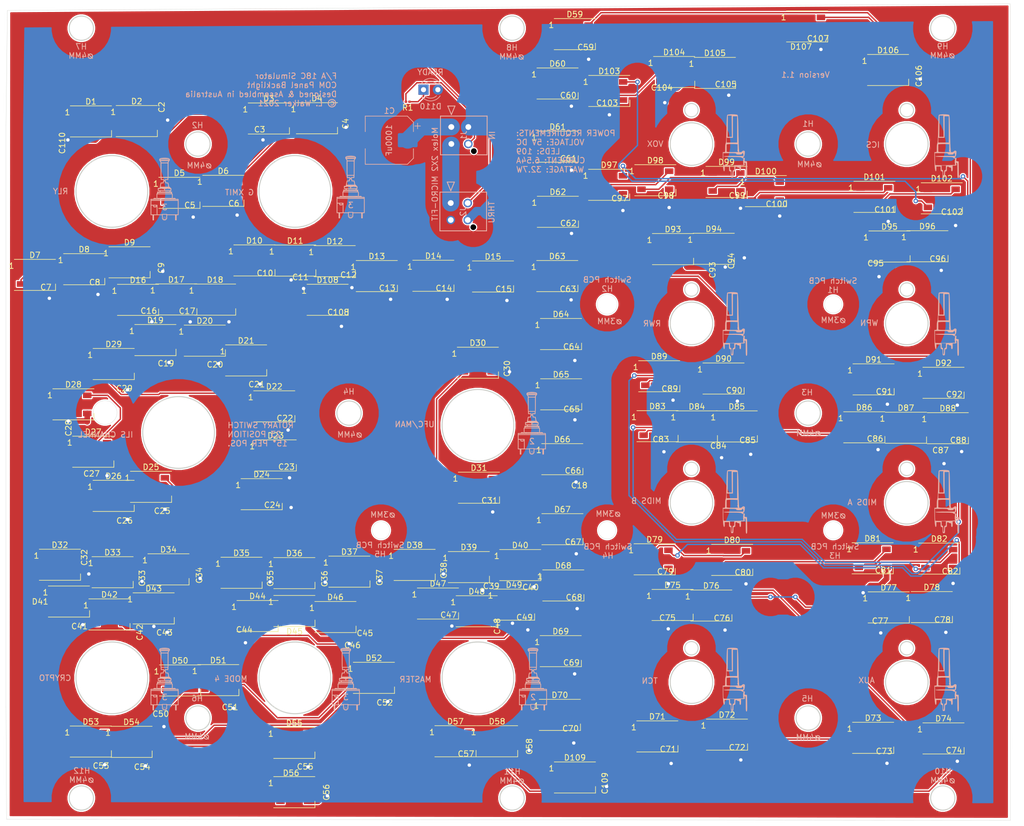
<source format=kicad_pcb>
(kicad_pcb (version 20171130) (host pcbnew "(5.1.6)-1")
  (layers (0 F.Cu signal hide) (31 B.Cu signal hide) (34 B.Paste user) (35 F.Paste user) (36 B.SilkS user) (37 F.SilkS user) (38 B.Mask user) (39 F.Mask user) (44 Edge.Cuts user))
  (net 0 "")
  (net 1 "Net-(D1-Pad2)")
  (net 2 "Net-(D1-Pad4)")
  (net 3 "Net-(D2-Pad2)")
  (net 4 "Net-(D3-Pad2)")
  (net 5 "Net-(D4-Pad2)")
  (net 6 "Net-(D5-Pad2)")
  (net 7 "Net-(D6-Pad2)")
  (net 8 "Net-(D7-Pad2)")
  (net 9 "Net-(D8-Pad2)")
  (net 10 "Net-(D10-Pad4)")
  (net 11 "Net-(D10-Pad2)")
  (net 12 "Net-(D11-Pad2)")
  (net 13 "Net-(D13-Pad2)")
  (net 14 "Net-(D14-Pad2)")
  (net 15 "Net-(D15-Pad2)")
  (net 16 "Net-(D16-Pad2)")
  (net 17 "Net-(D17-Pad2)")
  (net 18 "Net-(D18-Pad2)")
  (net 19 "Net-(D19-Pad2)")
  (net 20 "Net-(D20-Pad2)")
  (net 21 "Net-(D21-Pad2)")
  (net 22 "Net-(D22-Pad2)")
  (net 23 "Net-(D23-Pad2)")
  (net 24 "Net-(D24-Pad2)")
  (net 25 "Net-(D25-Pad2)")
  (net 26 "Net-(D26-Pad2)")
  (net 27 "Net-(D27-Pad2)")
  (net 28 "Net-(D28-Pad2)")
  (net 29 "Net-(D29-Pad2)")
  (net 30 "Net-(D30-Pad2)")
  (net 31 "Net-(D31-Pad2)")
  (net 32 "Net-(D32-Pad2)")
  (net 33 "Net-(D33-Pad2)")
  (net 34 "Net-(D34-Pad2)")
  (net 35 "Net-(D35-Pad2)")
  (net 36 "Net-(D36-Pad2)")
  (net 37 "Net-(D37-Pad2)")
  (net 38 "Net-(D38-Pad2)")
  (net 39 "Net-(D39-Pad2)")
  (net 40 "Net-(D40-Pad2)")
  (net 41 "Net-(D41-Pad2)")
  (net 42 "Net-(D42-Pad2)")
  (net 43 "Net-(D43-Pad2)")
  (net 44 "Net-(D44-Pad2)")
  (net 45 "Net-(D45-Pad2)")
  (net 46 "Net-(D46-Pad2)")
  (net 47 "Net-(D47-Pad2)")
  (net 48 "Net-(D48-Pad2)")
  (net 49 "Net-(D49-Pad2)")
  (net 50 "Net-(D50-Pad2)")
  (net 51 "Net-(D51-Pad2)")
  (net 52 "Net-(D52-Pad2)")
  (net 53 "Net-(D53-Pad2)")
  (net 54 "Net-(D54-Pad2)")
  (net 55 "Net-(D55-Pad2)")
  (net 56 "Net-(D56-Pad2)")
  (net 57 "Net-(D57-Pad2)")
  (net 58 "Net-(D58-Pad2)")
  (net 59 "Net-(D59-Pad2)")
  (net 60 "Net-(D60-Pad2)")
  (net 61 "Net-(D61-Pad2)")
  (net 62 "Net-(D62-Pad2)")
  (net 63 "Net-(D63-Pad2)")
  (net 64 "Net-(D64-Pad2)")
  (net 65 "Net-(D65-Pad2)")
  (net 66 "Net-(D66-Pad2)")
  (net 67 "Net-(D67-Pad2)")
  (net 68 "Net-(D68-Pad2)")
  (net 69 "Net-(D69-Pad2)")
  (net 70 "Net-(D71-Pad2)")
  (net 71 "Net-(D72-Pad2)")
  (net 72 "Net-(D73-Pad2)")
  (net 73 "Net-(D74-Pad2)")
  (net 74 "Net-(D75-Pad2)")
  (net 75 "Net-(D76-Pad2)")
  (net 76 "Net-(D77-Pad2)")
  (net 77 "Net-(D78-Pad2)")
  (net 78 "Net-(D79-Pad2)")
  (net 79 "Net-(D80-Pad2)")
  (net 80 "Net-(D81-Pad2)")
  (net 81 "Net-(D82-Pad2)")
  (net 82 "Net-(D83-Pad2)")
  (net 83 "Net-(D84-Pad2)")
  (net 84 "Net-(D85-Pad2)")
  (net 85 "Net-(D86-Pad2)")
  (net 86 "Net-(D87-Pad2)")
  (net 87 "Net-(D88-Pad2)")
  (net 88 "Net-(D89-Pad2)")
  (net 89 "Net-(D90-Pad2)")
  (net 90 "Net-(D91-Pad2)")
  (net 91 "Net-(D92-Pad2)")
  (net 92 "Net-(D93-Pad2)")
  (net 93 "Net-(D94-Pad2)")
  (net 94 "Net-(D95-Pad2)")
  (net 95 "Net-(D96-Pad2)")
  (net 96 "Net-(D97-Pad2)")
  (net 97 "Net-(D98-Pad2)")
  (net 98 "Net-(D100-Pad4)")
  (net 99 "Net-(D100-Pad2)")
  (net 100 "Net-(D101-Pad2)")
  (net 101 "Net-(D102-Pad2)")
  (net 102 "Net-(D103-Pad2)")
  (net 103 "Net-(D104-Pad2)")
  (net 104 "Net-(D105-Pad2)")
  (net 105 "Net-(D106-Pad2)")
  (net 106 "Net-(D107-Pad2)")
  (net 107 "Net-(J1-Pad2)")
  (net 108 /LEDGND)
  (net 109 /LED+5V)
  (net 110 "Net-(D108-Pad4)")
  (net 111 "Net-(D108-Pad2)")
  (net 112 "Net-(D109-Pad4)")
  (net 113 "Net-(D109-Pad2)")
  (net 114 "Net-(D110-Pad1)")
  (module footprints:Molex_MicroFit_2X2 (layer B.Cu) (at 142.342 52.07 90)
    (fp_text reference J2 (at -1.495006 2.199999 90) (layer B.SilkS) (effects (justify mirror)))
    (fp_text value Conn_01x04_Female hide)
    (fp_text user * (at 0 0 90) (layer B.SilkS) (effects (justify mirror)))
    (pad 5 np_thru_hole circle (at -4.279999 3.98 90) (size 1.02 1.02) (drill 1.016) (layers))
    (pad 4 thru_hole circle (at -2.999999 2.999999 90) (size 1.52 1.52) (drill 1.016) (layers *.Cu *.Mask) (net 108 /LEDGND))
    (pad 3 thru_hole circle (at 0 2.999999) (size 1.52 1.52) (drill 1.016) (layers *.Cu *.Mask) (net 106 "Net-(D107-Pad2)"))
    (pad 2 thru_hole circle (at -2.999999 0 90) (size 1.52 1.52) (drill 1.016) (layers *.Cu *.Mask) (net 109 /LED+5V))
    (pad 1 thru_hole rect (at 0 0) (size 1.52 1.52) (drill 1.016) (layers *.Cu *.Mask) (net 107 "Net-(J1-Pad2)"))
  )
  (module footprints:Molex_MicroFit_2X2 (layer B.Cu) (at 142.443 38.608 90)
    (fp_text reference J1 (at -1.495006 2.199999 90) (layer B.SilkS) (effects (justify mirror)))
    (fp_text value Conn_01x04_Female hide)
    (fp_text user * (at 0 0 90) (layer B.SilkS) (effects (justify mirror)))
    (pad 5 np_thru_hole circle (at -4.279999 3.98 90) (size 1.02 1.02) (drill 1.016) (layers))
    (pad 4 thru_hole circle (at -2.999999 2.999999 90) (size 1.52 1.52) (drill 1.016) (layers *.Cu *.Mask) (net 2 "Net-(D1-Pad4)"))
    (pad 3 thru_hole circle (at 0 2.999999) (size 1.52 1.52) (drill 1.016) (layers *.Cu *.Mask) (net 108 /LEDGND))
    (pad 2 thru_hole circle (at -2.999999 0 90) (size 1.52 1.52) (drill 1.016) (layers *.Cu *.Mask) (net 107 "Net-(J1-Pad2)"))
    (pad 1 thru_hole rect (at 0 0) (size 1.52 1.52) (drill 1.016) (layers *.Cu *.Mask) (net 109 /LED+5V))
  )
  (module "Kicad Footprint Files:S2ALToggle" (layer B.Cu) (at 157.0228 136.473587 180)
    (fp_text reference G*** hide)
    (fp_text value LOGO hide)
    (fp_text user 2 (at 0.125 -3.075) (layer B.SilkS) (effects (justify mirror)))
  )
  (module "Kicad Footprint Files:S2ALToggle" (layer B.Cu) (at 156.8196 91.186 180)
    (fp_text reference G*** hide)
    (fp_text value LOGO hide)
    (fp_text user 2 (at 0.125 -3.075) (layer B.SilkS) (effects (justify mirror)))
  )
  (module "Kicad Footprint Files:S3ALToggle" (layer B.Cu) (at 123.9012 136.473587 180)
    (fp_text reference G*** hide)
    (fp_text value LOGO hide)
    (fp_text user 3 (at 0.125 -3.075) (layer B.SilkS) (effects (justify mirror)))
  )
  (module "Kicad Footprint Files:S3ALToggle" (layer B.Cu) (at 91.8464 136.473587 180)
    (fp_text reference G*** hide)
    (fp_text value LOGO hide)
    (fp_text user 3 (at 0.125 -3.075) (layer B.SilkS) (effects (justify mirror)))
  )
  (module "Kicad Footprint Files:S3ALToggle" (layer B.Cu) (at 124.7648 49.3776 180)
    (fp_text reference G*** hide)
    (fp_text value LOGO hide)
    (fp_text user 3 (at 0.125 -3.075) (layer B.SilkS) (effects (justify mirror)))
  )
  (module "Kicad Footprint Files:S3ALToggle" (layer B.Cu) (at 91.8464 49.7332 180)
    (fp_text reference G*** hide)
    (fp_text value LOGO hide)
    (fp_text user 3 (at 0.125 -3.075) (layer B.SilkS) (effects (justify mirror)))
  )
  (module "" (layer F.Cu) (at 103.7336 93.6244)
    (fp_text reference "" (at 104.4448 93.0148) (layer F.SilkS) (effects (font (size 1.27 1.27))))
    (fp_text value "" (at 104.4448 93.0148) (layer F.SilkS) (effects (font (size 1.27 1.27))))
  )
  (module "Kicad Footprint Files:BR10KPot" (layer B.Cu) (at 192.5828 41.9608 180)
    (fp_text reference G*** hide)
    (fp_text value LOGO hide)
  )
  (module "Kicad Footprint Files:BR10KPot" (layer B.Cu) (at 192.5828 73.439866 180)
    (fp_text reference G*** hide)
    (fp_text value LOGO hide)
  )
  (module "Kicad Footprint Files:BR10KPot" (layer B.Cu) (at 192.5828 104.918932 180)
    (fp_text reference G*** hide)
    (fp_text value LOGO hide)
  )
  (module "Kicad Footprint Files:BR10KPot" (layer B.Cu) (at 192.5828 136.398 180)
    (fp_text reference G*** hide)
    (fp_text value LOGO hide)
  )
  (module "Kicad Footprint Files:BR10KPot" (layer B.Cu) (at 230.0224 136.398 180)
    (fp_text reference G*** hide)
    (fp_text value LOGO hide)
  )
  (module "Kicad Footprint Files:BR10KPot" (layer B.Cu) (at 230.0224 104.918932 180)
    (fp_text reference G*** hide)
    (fp_text value LOGO hide)
  )
  (module "Kicad Footprint Files:BR10KPot" (layer B.Cu) (at 230.0224 73.439866 180)
    (fp_text reference G*** hide)
    (fp_text value LOGO hide)
  )
  (module "Kicad Footprint Files:BR10KPot" (layer B.Cu) (at 230.0224 41.9608 180)
    (fp_text reference G*** hide)
    (fp_text value LOGO hide)
  )
  (module Resistor_SMD:R_0201_0603Metric (layer F.Cu) (at 134.7216 34.1376 180)
    (fp_text reference R1 (at 0 -1.05) (layer F.SilkS))
    (fp_text value R)
    (pad 2 smd roundrect (at 0.32 0 180) (size 0.46 0.4) (layers F.Cu F.Mask) (net 108 /LEDGND))
    (pad 1 smd roundrect (at -0.32 0 180) (size 0.46 0.4) (layers F.Cu F.Mask) (net 114 "Net-(D110-Pad1)"))
  )
  (module LED_THT:LED_D3.0mm (layer B.Cu) (at 137.5156 32.004)
    (fp_text reference D110 (at 1.27 2.96) (layer B.SilkS) (effects (justify mirror)))
    (fp_text value LED)
    (pad 2 thru_hole circle (at 2.54 0) (size 1.8 1.8) (drill 0.9) (layers *.Cu *.Mask) (net 109 /LED+5V))
    (pad 1 thru_hole rect (at 0 0) (size 1.8 1.8) (drill 0.9) (layers *.Cu *.Mask) (net 114 "Net-(D110-Pad1)"))
  )
  (module Capacitor_SMD:C_0201_0603Metric (layer F.Cu) (at 228.98 96.9)
    (fp_text reference C87 (at 0 -1.05) (layer F.SilkS))
    (fp_text value C)
    (pad 2 smd roundrect (at 0.32 0) (size 0.46 0.4) (layers F.Cu F.Mask) (net 108 /LEDGND))
    (pad 1 smd roundrect (at -0.32 0) (size 0.46 0.4) (layers F.Cu F.Mask) (net 109 /LED+5V))
  )
  (module Capacitor_SMD:C_0201_0603Metric (layer F.Cu) (at 189.7 63.92 90)
    (fp_text reference C93 (at 0 -1.05 90) (layer F.SilkS))
    (fp_text value C)
    (pad 2 smd roundrect (at 0.32 0 90) (size 0.46 0.4) (layers F.Cu F.Mask) (net 108 /LEDGND))
    (pad 1 smd roundrect (at -0.32 0 90) (size 0.46 0.4) (layers F.Cu F.Mask) (net 109 /LED+5V))
  )
  (module LED_SMD:LED_WS2812B_PLCC4_5.0x5.0mm_P3.2mm (layer F.Cu) (at 154.624 116.154)
    (fp_text reference D40 (at 0 -3.5) (layer F.SilkS))
    (fp_text value WS2812B)
    (fp_text user 1 (at -4.15 -1.6) (layer F.SilkS))
    (pad 1 smd rect (at -2.45 -1.6) (size 1.5 1) (layers F.Cu F.Paste F.Mask) (net 109 /LED+5V))
    (pad 2 smd rect (at -2.45 1.6) (size 1.5 1) (layers F.Cu F.Paste F.Mask) (net 40 "Net-(D40-Pad2)"))
    (pad 4 smd rect (at 2.45 -1.6) (size 1.5 1) (layers F.Cu F.Paste F.Mask) (net 39 "Net-(D39-Pad2)"))
    (pad 3 smd rect (at 2.45 1.6) (size 1.5 1) (layers F.Cu F.Paste F.Mask) (net 108 /LEDGND))
  )
  (module Capacitor_SMD:C_0201_0603Metric (layer F.Cu) (at 124.25 65.85)
    (fp_text reference C12 (at 0 -1.05) (layer F.SilkS))
    (fp_text value C)
    (pad 2 smd roundrect (at 0.32 0) (size 0.46 0.4) (layers F.Cu F.Mask) (net 108 /LEDGND))
    (pad 1 smd roundrect (at -0.32 0) (size 0.46 0.4) (layers F.Cu F.Mask) (net 109 /LED+5V))
  )
  (module Capacitor_SMD:C_0201_0603Metric (layer F.Cu) (at 75.6 41.5 90)
    (fp_text reference C110 (at 0.05 -2 90) (layer F.SilkS))
    (fp_text value C)
    (pad 2 smd roundrect (at 0.32 0 90) (size 0.46 0.4) (layers F.Cu F.Mask) (net 108 /LEDGND))
    (pad 1 smd roundrect (at -0.32 0 90) (size 0.46 0.4) (layers F.Cu F.Mask) (net 109 /LED+5V))
  )
  (module Capacitor_SMD:C_0201_0603Metric (layer F.Cu) (at 168.55 154.78 270)
    (fp_text reference C109 (at 0 -1.05 90) (layer F.SilkS))
    (fp_text value C)
    (pad 2 smd roundrect (at 0.32 0 270) (size 0.46 0.4) (layers F.Cu F.Mask) (net 108 /LEDGND))
    (pad 1 smd roundrect (at -0.32 0 270) (size 0.46 0.4) (layers F.Cu F.Mask) (net 109 /LED+5V))
  )
  (module Capacitor_SMD:C_0201_0603Metric (layer F.Cu) (at 122.43 72.45)
    (fp_text reference C108 (at 0 -1.05) (layer F.SilkS))
    (fp_text value C)
    (pad 2 smd roundrect (at 0.32 0) (size 0.46 0.4) (layers F.Cu F.Mask) (net 108 /LEDGND))
    (pad 1 smd roundrect (at -0.32 0) (size 0.46 0.4) (layers F.Cu F.Mask) (net 109 /LED+5V))
  )
  (module Capacitor_SMD:C_0201_0603Metric (layer F.Cu) (at 207.3 24)
    (fp_text reference C107 (at 0 -1.05) (layer F.SilkS))
    (fp_text value C)
    (pad 2 smd roundrect (at 0.32 0) (size 0.46 0.4) (layers F.Cu F.Mask) (net 108 /LEDGND))
    (pad 1 smd roundrect (at -0.32 0) (size 0.46 0.4) (layers F.Cu F.Mask) (net 109 /LED+5V))
  )
  (module Capacitor_SMD:C_0201_0603Metric (layer F.Cu) (at 224.1 29.58 270)
    (fp_text reference C106 (at 0 -1.05 90) (layer F.SilkS))
    (fp_text value C)
    (pad 2 smd roundrect (at 0.32 0 270) (size 0.46 0.4) (layers F.Cu F.Mask) (net 108 /LEDGND))
    (pad 1 smd roundrect (at -0.32 0 270) (size 0.46 0.4) (layers F.Cu F.Mask) (net 109 /LED+5V))
  )
  (module Capacitor_SMD:C_0201_0603Metric (layer F.Cu) (at 191 32.1)
    (fp_text reference C105 (at 0 -1.05) (layer F.SilkS))
    (fp_text value C)
    (pad 2 smd roundrect (at 0.32 0) (size 0.46 0.4) (layers F.Cu F.Mask) (net 108 /LEDGND))
    (pad 1 smd roundrect (at -0.32 0) (size 0.46 0.4) (layers F.Cu F.Mask) (net 109 /LED+5V))
  )
  (module Capacitor_SMD:C_0201_0603Metric (layer F.Cu) (at 179.68 32.7)
    (fp_text reference C104 (at 0 -1.05) (layer F.SilkS))
    (fp_text value C)
    (pad 2 smd roundrect (at 0.32 0) (size 0.46 0.4) (layers F.Cu F.Mask) (net 108 /LEDGND))
    (pad 1 smd roundrect (at -0.32 0) (size 0.46 0.4) (layers F.Cu F.Mask) (net 109 /LED+5V))
  )
  (module Capacitor_SMD:C_0201_0603Metric (layer F.Cu) (at 170 35.4)
    (fp_text reference C103 (at 0 -1.05) (layer F.SilkS))
    (fp_text value C)
    (pad 2 smd roundrect (at 0.32 0) (size 0.46 0.4) (layers F.Cu F.Mask) (net 108 /LEDGND))
    (pad 1 smd roundrect (at -0.32 0) (size 0.46 0.4) (layers F.Cu F.Mask) (net 109 /LED+5V))
  )
  (module Capacitor_SMD:C_0201_0603Metric (layer F.Cu) (at 231 54.7)
    (fp_text reference C102 (at 0 -1.05) (layer F.SilkS))
    (fp_text value C)
    (pad 2 smd roundrect (at 0.32 0) (size 0.46 0.4) (layers F.Cu F.Mask) (net 108 /LEDGND))
    (pad 1 smd roundrect (at -0.32 0) (size 0.46 0.4) (layers F.Cu F.Mask) (net 109 /LED+5V))
  )
  (module Capacitor_SMD:C_0201_0603Metric (layer F.Cu) (at 219.2 54.3)
    (fp_text reference C101 (at 0 -1.05) (layer F.SilkS))
    (fp_text value C)
    (pad 2 smd roundrect (at 0.32 0) (size 0.46 0.4) (layers F.Cu F.Mask) (net 108 /LEDGND))
    (pad 1 smd roundrect (at -0.32 0) (size 0.46 0.4) (layers F.Cu F.Mask) (net 109 /LED+5V))
  )
  (module Capacitor_SMD:C_0201_0603Metric (layer F.Cu) (at 200 53.3)
    (fp_text reference C100 (at 0 -1.05) (layer F.SilkS))
    (fp_text value C)
    (pad 2 smd roundrect (at 0.32 0) (size 0.46 0.4) (layers F.Cu F.Mask) (net 108 /LEDGND))
    (pad 1 smd roundrect (at -0.32 0) (size 0.46 0.4) (layers F.Cu F.Mask) (net 109 /LED+5V))
  )
  (module Capacitor_SMD:C_0201_0603Metric (layer F.Cu) (at 193 51.8)
    (fp_text reference C99 (at 0 -1.05) (layer F.SilkS))
    (fp_text value C)
    (pad 2 smd roundrect (at 0.32 0) (size 0.46 0.4) (layers F.Cu F.Mask) (net 108 /LEDGND))
    (pad 1 smd roundrect (at -0.32 0) (size 0.46 0.4) (layers F.Cu F.Mask) (net 109 /LED+5V))
  )
  (module Capacitor_SMD:C_0201_0603Metric (layer F.Cu) (at 180.38 51.8)
    (fp_text reference C98 (at 0 -1.05) (layer F.SilkS))
    (fp_text value C)
    (pad 2 smd roundrect (at 0.32 0) (size 0.46 0.4) (layers F.Cu F.Mask) (net 108 /LEDGND))
    (pad 1 smd roundrect (at -0.32 0) (size 0.46 0.4) (layers F.Cu F.Mask) (net 109 /LED+5V))
  )
  (module Capacitor_SMD:C_0201_0603Metric (layer F.Cu) (at 172.2 52.3)
    (fp_text reference C97 (at 0 -1.05) (layer F.SilkS))
    (fp_text value C)
    (pad 2 smd roundrect (at 0.32 0) (size 0.46 0.4) (layers F.Cu F.Mask) (net 108 /LEDGND))
    (pad 1 smd roundrect (at -0.32 0) (size 0.46 0.4) (layers F.Cu F.Mask) (net 109 /LED+5V))
  )
  (module Capacitor_SMD:C_0201_0603Metric (layer F.Cu) (at 228.5 63)
    (fp_text reference C96 (at 0 -1.05) (layer F.SilkS))
    (fp_text value C)
    (pad 2 smd roundrect (at 0.32 0) (size 0.46 0.4) (layers F.Cu F.Mask) (net 108 /LEDGND))
    (pad 1 smd roundrect (at -0.32 0) (size 0.46 0.4) (layers F.Cu F.Mask) (net 109 /LED+5V))
  )
  (module Capacitor_SMD:C_0201_0603Metric (layer F.Cu) (at 217.5 63.8)
    (fp_text reference C95 (at 0 -1.05) (layer F.SilkS))
    (fp_text value C)
    (pad 2 smd roundrect (at 0.32 0) (size 0.46 0.4) (layers F.Cu F.Mask) (net 108 /LEDGND))
    (pad 1 smd roundrect (at -0.32 0) (size 0.46 0.4) (layers F.Cu F.Mask) (net 109 /LED+5V))
  )
  (module Capacitor_SMD:C_0201_0603Metric (layer F.Cu) (at 193 62.32 90)
    (fp_text reference C94 (at 0 -1.05 90) (layer F.SilkS))
    (fp_text value C)
    (pad 2 smd roundrect (at 0.32 0 90) (size 0.46 0.4) (layers F.Cu F.Mask) (net 108 /LEDGND))
    (pad 1 smd roundrect (at -0.32 0 90) (size 0.46 0.4) (layers F.Cu F.Mask) (net 109 /LED+5V))
  )
  (module Capacitor_SMD:C_0201_0603Metric (layer F.Cu) (at 231.42 87)
    (fp_text reference C92 (at 0 -1.05) (layer F.SilkS))
    (fp_text value C)
    (pad 2 smd roundrect (at 0.32 0) (size 0.46 0.4) (layers F.Cu F.Mask) (net 108 /LEDGND))
    (pad 1 smd roundrect (at -0.32 0) (size 0.46 0.4) (layers F.Cu F.Mask) (net 109 /LED+5V))
  )
  (module Capacitor_SMD:C_0201_0603Metric (layer F.Cu) (at 219 86.5)
    (fp_text reference C91 (at 0 -1.05) (layer F.SilkS))
    (fp_text value C)
    (pad 2 smd roundrect (at 0.32 0) (size 0.46 0.4) (layers F.Cu F.Mask) (net 108 /LEDGND))
    (pad 1 smd roundrect (at -0.32 0) (size 0.46 0.4) (layers F.Cu F.Mask) (net 109 /LED+5V))
  )
  (module Capacitor_SMD:C_0201_0603Metric (layer F.Cu) (at 192.48 86.3)
    (fp_text reference C90 (at 0 -1.05) (layer F.SilkS))
    (fp_text value C)
    (pad 2 smd roundrect (at 0.32 0) (size 0.46 0.4) (layers F.Cu F.Mask) (net 108 /LEDGND))
    (pad 1 smd roundrect (at -0.32 0) (size 0.46 0.4) (layers F.Cu F.Mask) (net 109 /LED+5V))
  )
  (module Capacitor_SMD:C_0201_0603Metric (layer F.Cu) (at 181.08 86)
    (fp_text reference C89 (at 0 -1.05) (layer F.SilkS))
    (fp_text value C)
    (pad 2 smd roundrect (at 0.32 0) (size 0.46 0.4) (layers F.Cu F.Mask) (net 108 /LEDGND))
    (pad 1 smd roundrect (at -0.32 0) (size 0.46 0.4) (layers F.Cu F.Mask) (net 109 /LED+5V))
  )
  (module Capacitor_SMD:C_0201_0603Metric (layer F.Cu) (at 232.12 95.1)
    (fp_text reference C88 (at 0 -1.05) (layer F.SilkS))
    (fp_text value C)
    (pad 2 smd roundrect (at 0.32 0) (size 0.46 0.4) (layers F.Cu F.Mask) (net 108 /LEDGND))
    (pad 1 smd roundrect (at -0.32 0) (size 0.46 0.4) (layers F.Cu F.Mask) (net 109 /LED+5V))
  )
  (module Capacitor_SMD:C_0201_0603Metric (layer F.Cu) (at 217.4 94.85)
    (fp_text reference C86 (at 0 -1.05) (layer F.SilkS))
    (fp_text value C)
    (pad 2 smd roundrect (at 0.32 0) (size 0.46 0.4) (layers F.Cu F.Mask) (net 108 /LEDGND))
    (pad 1 smd roundrect (at -0.32 0) (size 0.46 0.4) (layers F.Cu F.Mask) (net 109 /LED+5V))
  )
  (module Capacitor_SMD:C_0201_0603Metric (layer F.Cu) (at 194.85 95.1)
    (fp_text reference C85 (at 0 -1.05) (layer F.SilkS))
    (fp_text value C)
    (pad 2 smd roundrect (at 0.32 0) (size 0.46 0.4) (layers F.Cu F.Mask) (net 108 /LEDGND))
    (pad 1 smd roundrect (at -0.32 0) (size 0.46 0.4) (layers F.Cu F.Mask) (net 109 /LED+5V))
  )
  (module Capacitor_SMD:C_0201_0603Metric (layer F.Cu) (at 189.68 96.1)
    (fp_text reference C84 (at 0 -1.05) (layer F.SilkS))
    (fp_text value C)
    (pad 2 smd roundrect (at 0.32 0) (size 0.46 0.4) (layers F.Cu F.Mask) (net 108 /LEDGND))
    (pad 1 smd roundrect (at -0.32 0) (size 0.46 0.4) (layers F.Cu F.Mask) (net 109 /LED+5V))
  )
  (module Capacitor_SMD:C_0201_0603Metric (layer F.Cu) (at 179.5 94.95)
    (fp_text reference C83 (at 0 -1.05) (layer F.SilkS))
    (fp_text value C)
    (pad 2 smd roundrect (at 0.32 0) (size 0.46 0.4) (layers F.Cu F.Mask) (net 108 /LEDGND))
    (pad 1 smd roundrect (at -0.32 0) (size 0.46 0.4) (layers F.Cu F.Mask) (net 109 /LED+5V))
  )
  (module Capacitor_SMD:C_0201_0603Metric (layer F.Cu) (at 230.67 118.3)
    (fp_text reference C82 (at 0 -1.05) (layer F.SilkS))
    (fp_text value C)
    (pad 2 smd roundrect (at 0.32 0) (size 0.46 0.4) (layers F.Cu F.Mask) (net 108 /LEDGND))
    (pad 1 smd roundrect (at -0.32 0) (size 0.46 0.4) (layers F.Cu F.Mask) (net 109 /LED+5V))
  )
  (module LED_SMD:LED_WS2812B_PLCC4_5.0x5.0mm_P3.2mm (layer F.Cu) (at 164.3 153.75)
    (fp_text reference D109 (at 0 -3.5) (layer F.SilkS))
    (fp_text value WS2812B)
    (fp_text user 1 (at -4.15 -1.6) (layer F.SilkS))
    (pad 1 smd rect (at -2.45 -1.6) (size 1.5 1) (layers F.Cu F.Paste F.Mask) (net 109 /LED+5V))
    (pad 2 smd rect (at -2.45 1.6) (size 1.5 1) (layers F.Cu F.Paste F.Mask) (net 113 "Net-(D109-Pad2)"))
    (pad 4 smd rect (at 2.45 -1.6) (size 1.5 1) (layers F.Cu F.Paste F.Mask) (net 112 "Net-(D109-Pad4)"))
    (pad 3 smd rect (at 2.45 1.6) (size 1.5 1) (layers F.Cu F.Paste F.Mask) (net 108 /LEDGND))
  )
  (module LED_SMD:LED_WS2812B_PLCC4_5.0x5.0mm_P3.2mm (layer F.Cu) (at 120.55 69.2)
    (fp_text reference D108 (at 0 -3.5) (layer F.SilkS))
    (fp_text value WS2812B)
    (fp_text user 1 (at -4.15 -1.6) (layer F.SilkS))
    (pad 1 smd rect (at -2.45 -1.6) (size 1.5 1) (layers F.Cu F.Paste F.Mask) (net 109 /LED+5V))
    (pad 2 smd rect (at -2.45 1.6) (size 1.5 1) (layers F.Cu F.Paste F.Mask) (net 111 "Net-(D108-Pad2)"))
    (pad 4 smd rect (at 2.45 -1.6) (size 1.5 1) (layers F.Cu F.Paste F.Mask) (net 110 "Net-(D108-Pad4)"))
    (pad 3 smd rect (at 2.45 1.6) (size 1.5 1) (layers F.Cu F.Paste F.Mask) (net 108 /LEDGND))
  )
  (module Capacitor_SMD:C_0201_0603Metric (layer F.Cu) (at 218.8464 118.14048)
    (fp_text reference C81 (at 0 -1.05) (layer F.SilkS))
    (fp_text value C)
    (pad 2 smd roundrect (at 0.32 0) (size 0.46 0.4) (layers F.Cu F.Mask) (net 108 /LEDGND))
    (pad 1 smd roundrect (at -0.32 0) (size 0.46 0.4) (layers F.Cu F.Mask) (net 109 /LED+5V))
  )
  (module Capacitor_SMD:C_0201_0603Metric (layer F.Cu) (at 194.02048 118.50624)
    (fp_text reference C80 (at 0 -1.05) (layer F.SilkS))
    (fp_text value C)
    (pad 2 smd roundrect (at 0.32 0) (size 0.46 0.4) (layers F.Cu F.Mask) (net 108 /LEDGND))
    (pad 1 smd roundrect (at -0.32 0) (size 0.46 0.4) (layers F.Cu F.Mask) (net 109 /LED+5V))
  )
  (module Capacitor_SMD:C_0201_0603Metric (layer F.Cu) (at 180.29428 118.34876)
    (fp_text reference C79 (at 0 -1.05) (layer F.SilkS))
    (fp_text value C)
    (pad 2 smd roundrect (at 0.32 0) (size 0.46 0.4) (layers F.Cu F.Mask) (net 108 /LEDGND))
    (pad 1 smd roundrect (at -0.32 0) (size 0.46 0.4) (layers F.Cu F.Mask) (net 109 /LED+5V))
  )
  (module Capacitor_SMD:C_0201_0603Metric (layer F.Cu) (at 229.33148 126.89332)
    (fp_text reference C78 (at 0 -1.05) (layer F.SilkS))
    (fp_text value C)
    (pad 2 smd roundrect (at 0.32 0) (size 0.46 0.4) (layers F.Cu F.Mask) (net 108 /LEDGND))
    (pad 1 smd roundrect (at -0.32 0) (size 0.46 0.4) (layers F.Cu F.Mask) (net 109 /LED+5V))
  )
  (module Capacitor_SMD:C_0201_0603Metric (layer F.Cu) (at 218.30796 127.09398)
    (fp_text reference C77 (at 0 -1.05) (layer F.SilkS))
    (fp_text value C)
    (pad 2 smd roundrect (at 0.32 0) (size 0.46 0.4) (layers F.Cu F.Mask) (net 108 /LEDGND))
    (pad 1 smd roundrect (at -0.32 0) (size 0.46 0.4) (layers F.Cu F.Mask) (net 109 /LED+5V))
  )
  (module Capacitor_SMD:C_0201_0603Metric (layer F.Cu) (at 190.32728 126.59614)
    (fp_text reference C76 (at 0 -1.05) (layer F.SilkS))
    (fp_text value C)
    (pad 2 smd roundrect (at 0.32 0) (size 0.46 0.4) (layers F.Cu F.Mask) (net 108 /LEDGND))
    (pad 1 smd roundrect (at -0.32 0) (size 0.46 0.4) (layers F.Cu F.Mask) (net 109 /LED+5V))
  )
  (module Capacitor_SMD:C_0201_0603Metric (layer F.Cu) (at 180.67532 126.54788)
    (fp_text reference C75 (at 0 -1.05) (layer F.SilkS))
    (fp_text value C)
    (pad 2 smd roundrect (at 0.32 0) (size 0.46 0.4) (layers F.Cu F.Mask) (net 108 /LEDGND))
    (pad 1 smd roundrect (at -0.32 0) (size 0.46 0.4) (layers F.Cu F.Mask) (net 109 /LED+5V))
  )
  (module Capacitor_SMD:C_0201_0603Metric (layer F.Cu) (at 231.36098 150.00986)
    (fp_text reference C74 (at 0 -1.05) (layer F.SilkS))
    (fp_text value C)
    (pad 2 smd roundrect (at 0.32 0) (size 0.46 0.4) (layers F.Cu F.Mask) (net 108 /LEDGND))
    (pad 1 smd roundrect (at -0.32 0) (size 0.46 0.4) (layers F.Cu F.Mask) (net 109 /LED+5V))
  )
  (module Capacitor_SMD:C_0201_0603Metric (layer F.Cu) (at 219 150.1648)
    (fp_text reference C73 (at 0 -1.05) (layer F.SilkS))
    (fp_text value C)
    (pad 2 smd roundrect (at 0.32 0) (size 0.46 0.4) (layers F.Cu F.Mask) (net 108 /LEDGND))
    (pad 1 smd roundrect (at -0.32 0) (size 0.46 0.4) (layers F.Cu F.Mask) (net 109 /LED+5V))
  )
  (module Capacitor_SMD:C_0201_0603Metric (layer F.Cu) (at 193 149.5)
    (fp_text reference C72 (at 0 -1.05) (layer F.SilkS))
    (fp_text value C)
    (pad 2 smd roundrect (at 0.32 0) (size 0.46 0.4) (layers F.Cu F.Mask) (net 108 /LEDGND))
    (pad 1 smd roundrect (at -0.32 0) (size 0.46 0.4) (layers F.Cu F.Mask) (net 109 /LED+5V))
  )
  (module Capacitor_SMD:C_0201_0603Metric (layer F.Cu) (at 180.78 149.8)
    (fp_text reference C71 (at 0 -1.05) (layer F.SilkS))
    (fp_text value C)
    (pad 2 smd roundrect (at 0.32 0) (size 0.46 0.4) (layers F.Cu F.Mask) (net 108 /LEDGND))
    (pad 1 smd roundrect (at -0.32 0) (size 0.46 0.4) (layers F.Cu F.Mask) (net 109 /LED+5V))
  )
  (module Capacitor_SMD:C_0201_0603Metric (layer F.Cu) (at 163.53 146.15)
    (fp_text reference C70 (at 0 -1.05) (layer F.SilkS))
    (fp_text value C)
    (pad 2 smd roundrect (at 0.32 0) (size 0.46 0.4) (layers F.Cu F.Mask) (net 108 /LEDGND))
    (pad 1 smd roundrect (at -0.32 0) (size 0.46 0.4) (layers F.Cu F.Mask) (net 109 /LED+5V))
  )
  (module Capacitor_SMD:C_0201_0603Metric (layer F.Cu) (at 163.6878 134.48284)
    (fp_text reference C69 (at 0 -1.05) (layer F.SilkS))
    (fp_text value C)
    (pad 2 smd roundrect (at 0.32 0) (size 0.46 0.4) (layers F.Cu F.Mask) (net 108 /LEDGND))
    (pad 1 smd roundrect (at -0.32 0) (size 0.46 0.4) (layers F.Cu F.Mask) (net 109 /LED+5V))
  )
  (module Capacitor_SMD:C_0201_0603Metric (layer F.Cu) (at 164.15004 122.93092)
    (fp_text reference C68 (at 0 -1.05) (layer F.SilkS))
    (fp_text value C)
    (pad 2 smd roundrect (at 0.32 0) (size 0.46 0.4) (layers F.Cu F.Mask) (net 108 /LEDGND))
    (pad 1 smd roundrect (at -0.32 0) (size 0.46 0.4) (layers F.Cu F.Mask) (net 109 /LED+5V))
  )
  (module Capacitor_SMD:C_0201_0603Metric (layer F.Cu) (at 163.96712 113.11636)
    (fp_text reference C67 (at 0 -1.05) (layer F.SilkS))
    (fp_text value C)
    (pad 2 smd roundrect (at 0.32 0) (size 0.46 0.4) (layers F.Cu F.Mask) (net 108 /LEDGND))
    (pad 1 smd roundrect (at -0.32 0) (size 0.46 0.4) (layers F.Cu F.Mask) (net 109 /LED+5V))
  )
  (module Capacitor_SMD:C_0201_0603Metric (layer F.Cu) (at 163.97 100.5)
    (fp_text reference C66 (at 0 -1.05) (layer F.SilkS))
    (fp_text value C)
    (pad 2 smd roundrect (at 0.32 0) (size 0.46 0.4) (layers F.Cu F.Mask) (net 108 /LEDGND))
    (pad 1 smd roundrect (at -0.32 0) (size 0.46 0.4) (layers F.Cu F.Mask) (net 109 /LED+5V))
  )
  (module Capacitor_SMD:C_0201_0603Metric (layer F.Cu) (at 163.73 89.6)
    (fp_text reference C65 (at 0 -1.05) (layer F.SilkS))
    (fp_text value C)
    (pad 2 smd roundrect (at 0.32 0) (size 0.46 0.4) (layers F.Cu F.Mask) (net 108 /LEDGND))
    (pad 1 smd roundrect (at -0.32 0) (size 0.46 0.4) (layers F.Cu F.Mask) (net 109 /LED+5V))
  )
  (module Capacitor_SMD:C_0201_0603Metric (layer F.Cu) (at 163.68 78.55)
    (fp_text reference C64 (at 0 -1.05) (layer F.SilkS))
    (fp_text value C)
    (pad 2 smd roundrect (at 0.32 0) (size 0.46 0.4) (layers F.Cu F.Mask) (net 108 /LEDGND))
    (pad 1 smd roundrect (at -0.32 0) (size 0.46 0.4) (layers F.Cu F.Mask) (net 109 /LED+5V))
  )
  (module Capacitor_SMD:C_0201_0603Metric (layer F.Cu) (at 163.068 68.3514)
    (fp_text reference C63 (at 0 -1.05) (layer F.SilkS))
    (fp_text value C)
    (pad 2 smd roundrect (at 0.32 0) (size 0.46 0.4) (layers F.Cu F.Mask) (net 108 /LEDGND))
    (pad 1 smd roundrect (at -0.32 0) (size 0.46 0.4) (layers F.Cu F.Mask) (net 109 /LED+5V))
  )
  (module Capacitor_SMD:C_0201_0603Metric (layer F.Cu) (at 163.15 56.7)
    (fp_text reference C62 (at 0 -1.05) (layer F.SilkS))
    (fp_text value C)
    (pad 2 smd roundrect (at 0.32 0) (size 0.46 0.4) (layers F.Cu F.Mask) (net 108 /LEDGND))
    (pad 1 smd roundrect (at -0.32 0) (size 0.46 0.4) (layers F.Cu F.Mask) (net 109 /LED+5V))
  )
  (module Capacitor_SMD:C_0201_0603Metric (layer F.Cu) (at 163.15 45.25)
    (fp_text reference C61 (at 0 -1.05) (layer F.SilkS))
    (fp_text value C)
    (pad 2 smd roundrect (at 0.32 0) (size 0.46 0.4) (layers F.Cu F.Mask) (net 108 /LEDGND))
    (pad 1 smd roundrect (at -0.32 0) (size 0.46 0.4) (layers F.Cu F.Mask) (net 109 /LED+5V))
  )
  (module Capacitor_SMD:C_0201_0603Metric (layer F.Cu) (at 163.13 34.05)
    (fp_text reference C60 (at 0 -1.05) (layer F.SilkS))
    (fp_text value C)
    (pad 2 smd roundrect (at 0.32 0) (size 0.46 0.4) (layers F.Cu F.Mask) (net 108 /LEDGND))
    (pad 1 smd roundrect (at -0.32 0) (size 0.46 0.4) (layers F.Cu F.Mask) (net 109 /LED+5V))
  )
  (module Capacitor_SMD:C_0201_0603Metric (layer F.Cu) (at 166.2 25.55)
    (fp_text reference C59 (at 0 -1.05) (layer F.SilkS))
    (fp_text value C)
    (pad 2 smd roundrect (at 0.32 0) (size 0.46 0.4) (layers F.Cu F.Mask) (net 108 /LEDGND))
    (pad 1 smd roundrect (at -0.32 0) (size 0.46 0.4) (layers F.Cu F.Mask) (net 109 /LED+5V))
  )
  (module Capacitor_SMD:C_0201_0603Metric (layer F.Cu) (at 155.194 148.27 270)
    (fp_text reference C58 (at 0 -1.05 90) (layer F.SilkS))
    (fp_text value C)
    (pad 2 smd roundrect (at 0.32 0 270) (size 0.46 0.4) (layers F.Cu F.Mask) (net 108 /LEDGND))
    (pad 1 smd roundrect (at -0.32 0 270) (size 0.46 0.4) (layers F.Cu F.Mask) (net 109 /LED+5V))
  )
  (module Capacitor_SMD:C_0201_0603Metric (layer F.Cu) (at 145.034 150.622)
    (fp_text reference C57 (at 0 -1.05) (layer F.SilkS))
    (fp_text value C)
    (pad 2 smd roundrect (at 0.32 0) (size 0.46 0.4) (layers F.Cu F.Mask) (net 108 /LEDGND))
    (pad 1 smd roundrect (at -0.32 0) (size 0.46 0.4) (layers F.Cu F.Mask) (net 109 /LED+5V))
  )
  (module Capacitor_SMD:C_0201_0603Metric (layer F.Cu) (at 119.3 156.38 270)
    (fp_text reference C56 (at 0 -1.05 90) (layer F.SilkS))
    (fp_text value C)
    (pad 2 smd roundrect (at 0.32 0 270) (size 0.46 0.4) (layers F.Cu F.Mask) (net 108 /LEDGND))
    (pad 1 smd roundrect (at -0.32 0 270) (size 0.46 0.4) (layers F.Cu F.Mask) (net 109 /LED+5V))
  )
  (module Capacitor_SMD:C_0201_0603Metric (layer F.Cu) (at 116.55 150.81)
    (fp_text reference C55 (at 0.036 1.0312) (layer F.SilkS))
    (fp_text value C)
    (pad 2 smd roundrect (at 0.32 0) (size 0.46 0.4) (layers F.Cu F.Mask) (net 108 /LEDGND))
    (pad 1 smd roundrect (at -0.32 0) (size 0.46 0.4) (layers F.Cu F.Mask) (net 109 /LED+5V))
  )
  (module Capacitor_SMD:C_0201_0603Metric (layer F.Cu) (at 87.75 150.7)
    (fp_text reference C54 (at 0 1.192) (layer F.SilkS))
    (fp_text value C)
    (pad 2 smd roundrect (at 0.32 0) (size 0.46 0.4) (layers F.Cu F.Mask) (net 108 /LEDGND))
    (pad 1 smd roundrect (at -0.32 0) (size 0.46 0.4) (layers F.Cu F.Mask) (net 109 /LED+5V))
  )
  (module Capacitor_SMD:C_0201_0603Metric (layer F.Cu) (at 80.5 150.5)
    (fp_text reference C53 (at -0.0328 1.1888) (layer F.SilkS))
    (fp_text value C)
    (pad 2 smd roundrect (at 0.32 0) (size 0.46 0.4) (layers F.Cu F.Mask) (net 108 /LEDGND))
    (pad 1 smd roundrect (at -0.32 0) (size 0.46 0.4) (layers F.Cu F.Mask) (net 109 /LED+5V))
  )
  (module Capacitor_SMD:C_0201_0603Metric (layer F.Cu) (at 130.63 139.35)
    (fp_text reference C52 (at 0.0276 1.1628) (layer F.SilkS))
    (fp_text value C)
    (pad 2 smd roundrect (at 0.32 0) (size 0.46 0.4) (layers F.Cu F.Mask) (net 108 /LEDGND))
    (pad 1 smd roundrect (at -0.32 0) (size 0.46 0.4) (layers F.Cu F.Mask) (net 109 /LED+5V))
  )
  (module Capacitor_SMD:C_0201_0603Metric (layer F.Cu) (at 103.3 140.2)
    (fp_text reference C51 (at 0 1.1256) (layer F.SilkS))
    (fp_text value C)
    (pad 2 smd roundrect (at 0.32 0) (size 0.46 0.4) (layers F.Cu F.Mask) (net 108 /LEDGND))
    (pad 1 smd roundrect (at -0.32 0) (size 0.46 0.4) (layers F.Cu F.Mask) (net 109 /LED+5V))
  )
  (module Capacitor_SMD:C_0201_0603Metric (layer F.Cu) (at 91.03 143.55)
    (fp_text reference C50 (at 0 -1.05) (layer F.SilkS))
    (fp_text value C)
    (pad 2 smd roundrect (at 0.32 0) (size 0.46 0.4) (layers F.Cu F.Mask) (net 108 /LEDGND))
    (pad 1 smd roundrect (at -0.32 0) (size 0.46 0.4) (layers F.Cu F.Mask) (net 109 /LED+5V))
  )
  (module Capacitor_SMD:C_0201_0603Metric (layer F.Cu) (at 155.39212 126.47168)
    (fp_text reference C49 (at 0 -1.05) (layer F.SilkS))
    (fp_text value C)
    (pad 2 smd roundrect (at 0.32 0) (size 0.46 0.4) (layers F.Cu F.Mask) (net 108 /LEDGND))
    (pad 1 smd roundrect (at -0.32 0) (size 0.46 0.4) (layers F.Cu F.Mask) (net 109 /LED+5V))
  )
  (module Capacitor_SMD:C_0201_0603Metric (layer F.Cu) (at 151.6126 126.99496 90)
    (fp_text reference C48 (at 0 -1.05 90) (layer F.SilkS))
    (fp_text value C)
    (pad 2 smd roundrect (at 0.32 0 90) (size 0.46 0.4) (layers F.Cu F.Mask) (net 108 /LEDGND))
    (pad 1 smd roundrect (at -0.32 0 90) (size 0.46 0.4) (layers F.Cu F.Mask) (net 109 /LED+5V))
  )
  (module Capacitor_SMD:C_0201_0603Metric (layer F.Cu) (at 141.9504 126.0348)
    (fp_text reference C47 (at 0 -1.05) (layer F.SilkS))
    (fp_text value C)
    (pad 2 smd roundrect (at 0.32 0) (size 0.46 0.4) (layers F.Cu F.Mask) (net 108 /LEDGND))
    (pad 1 smd roundrect (at -0.32 0) (size 0.46 0.4) (layers F.Cu F.Mask) (net 109 /LED+5V))
  )
  (module Capacitor_SMD:C_0201_0603Metric (layer F.Cu) (at 124.95 129.3 180)
    (fp_text reference C46 (at 0 -1.05) (layer F.SilkS))
    (fp_text value C)
    (pad 2 smd roundrect (at 0.32 0 180) (size 0.46 0.4) (layers F.Cu F.Mask) (net 108 /LEDGND))
    (pad 1 smd roundrect (at -0.32 0 180) (size 0.46 0.4) (layers F.Cu F.Mask) (net 109 /LED+5V))
  )
  (module Capacitor_SMD:C_0201_0603Metric (layer F.Cu) (at 124.92 128.5 180)
    (fp_text reference C45 (at -2.2324 0.2808) (layer F.SilkS))
    (fp_text value C)
    (pad 2 smd roundrect (at 0.32 0 180) (size 0.46 0.4) (layers F.Cu F.Mask) (net 108 /LEDGND))
    (pad 1 smd roundrect (at -0.32 0 180) (size 0.46 0.4) (layers F.Cu F.Mask) (net 109 /LED+5V))
  )
  (module Capacitor_SMD:C_0201_0603Metric (layer F.Cu) (at 105.81136 128.64084)
    (fp_text reference C44 (at 0 -1.05) (layer F.SilkS))
    (fp_text value C)
    (pad 2 smd roundrect (at 0.32 0) (size 0.46 0.4) (layers F.Cu F.Mask) (net 108 /LEDGND))
    (pad 1 smd roundrect (at -0.32 0) (size 0.46 0.4) (layers F.Cu F.Mask) (net 109 /LED+5V))
  )
  (module Capacitor_SMD:C_0201_0603Metric (layer F.Cu) (at 91.68388 126.96444)
    (fp_text reference C43 (at 0.01012 1.15316) (layer F.SilkS))
    (fp_text value C)
    (pad 2 smd roundrect (at 0.32 0) (size 0.46 0.4) (layers F.Cu F.Mask) (net 108 /LEDGND))
    (pad 1 smd roundrect (at -0.32 0) (size 0.46 0.4) (layers F.Cu F.Mask) (net 109 /LED+5V))
  )
  (module Capacitor_SMD:C_0201_0603Metric (layer F.Cu) (at 88.4682 127.6248 90)
    (fp_text reference C42 (at -0.442 -1.143 90) (layer F.SilkS))
    (fp_text value C)
    (pad 2 smd roundrect (at 0.32 0 90) (size 0.46 0.4) (layers F.Cu F.Mask) (net 108 /LEDGND))
    (pad 1 smd roundrect (at -0.32 0 90) (size 0.46 0.4) (layers F.Cu F.Mask) (net 109 /LED+5V))
  )
  (module Capacitor_SMD:C_0201_0603Metric (layer F.Cu) (at 76.67752 125.82652)
    (fp_text reference C41 (at -0.02032 1.17348) (layer F.SilkS))
    (fp_text value C)
    (pad 2 smd roundrect (at 0.32 0) (size 0.46 0.4) (layers F.Cu F.Mask) (net 108 /LEDGND))
    (pad 1 smd roundrect (at -0.32 0) (size 0.46 0.4) (layers F.Cu F.Mask) (net 109 /LED+5V))
  )
  (module Capacitor_SMD:C_0201_0603Metric (layer F.Cu) (at 156.50464 119.16156)
    (fp_text reference C40 (at -0.04064 0.92964) (layer F.SilkS))
    (fp_text value C)
    (pad 2 smd roundrect (at 0.32 0) (size 0.46 0.4) (layers F.Cu F.Mask) (net 108 /LEDGND))
    (pad 1 smd roundrect (at -0.32 0) (size 0.46 0.4) (layers F.Cu F.Mask) (net 109 /LED+5V))
  )
  (module Capacitor_SMD:C_0201_0603Metric (layer F.Cu) (at 147.42664 119.64416)
    (fp_text reference C39 (at 2.07776 0.24384) (layer F.SilkS))
    (fp_text value C)
    (pad 2 smd roundrect (at 0.32 0) (size 0.46 0.4) (layers F.Cu F.Mask) (net 108 /LEDGND))
    (pad 1 smd roundrect (at -0.32 0) (size 0.46 0.4) (layers F.Cu F.Mask) (net 109 /LED+5V))
  )
  (module Capacitor_SMD:C_0201_0603Metric (layer F.Cu) (at 140.0556 117.1042 270)
    (fp_text reference C38 (at 0 -1.05 90) (layer F.SilkS))
    (fp_text value C)
    (pad 2 smd roundrect (at 0.32 0 270) (size 0.46 0.4) (layers F.Cu F.Mask) (net 108 /LEDGND))
    (pad 1 smd roundrect (at -0.32 0 270) (size 0.46 0.4) (layers F.Cu F.Mask) (net 109 /LED+5V))
  )
  (module Capacitor_SMD:C_0201_0603Metric (layer F.Cu) (at 128.7018 118.3742 270)
    (fp_text reference C37 (at 0 -1.05 90) (layer F.SilkS))
    (fp_text value C)
    (pad 2 smd roundrect (at 0.32 0 270) (size 0.46 0.4) (layers F.Cu F.Mask) (net 108 /LEDGND))
    (pad 1 smd roundrect (at -0.32 0 270) (size 0.46 0.4) (layers F.Cu F.Mask) (net 109 /LED+5V))
  )
  (module Capacitor_SMD:C_0201_0603Metric (layer F.Cu) (at 118.9736 118.5774 270)
    (fp_text reference C36 (at 0 -1.05 90) (layer F.SilkS))
    (fp_text value C)
    (pad 2 smd roundrect (at 0.32 0 270) (size 0.46 0.4) (layers F.Cu F.Mask) (net 108 /LEDGND))
    (pad 1 smd roundrect (at -0.32 0 270) (size 0.46 0.4) (layers F.Cu F.Mask) (net 109 /LED+5V))
  )
  (module Capacitor_SMD:C_0201_0603Metric (layer F.Cu) (at 109.3724 118.5164 270)
    (fp_text reference C35 (at 0 -1.05 90) (layer F.SilkS))
    (fp_text value C)
    (pad 2 smd roundrect (at 0.32 0 270) (size 0.46 0.4) (layers F.Cu F.Mask) (net 108 /LEDGND))
    (pad 1 smd roundrect (at -0.32 0 270) (size 0.46 0.4) (layers F.Cu F.Mask) (net 109 /LED+5V))
  )
  (module Capacitor_SMD:C_0201_0603Metric (layer F.Cu) (at 96.7994 117.9678 270)
    (fp_text reference C34 (at 0 -1.05 90) (layer F.SilkS))
    (fp_text value C)
    (pad 2 smd roundrect (at 0.32 0 270) (size 0.46 0.4) (layers F.Cu F.Mask) (net 108 /LEDGND))
    (pad 1 smd roundrect (at -0.32 0 270) (size 0.46 0.4) (layers F.Cu F.Mask) (net 109 /LED+5V))
  )
  (module Capacitor_SMD:C_0201_0603Metric (layer F.Cu) (at 86.6902 118.4808 270)
    (fp_text reference C33 (at 0 -1.05 90) (layer F.SilkS))
    (fp_text value C)
    (pad 2 smd roundrect (at 0.32 0 270) (size 0.46 0.4) (layers F.Cu F.Mask) (net 108 /LEDGND))
    (pad 1 smd roundrect (at -0.32 0 270) (size 0.46 0.4) (layers F.Cu F.Mask) (net 109 /LED+5V))
  )
  (module Capacitor_SMD:C_0201_0603Metric (layer F.Cu) (at 77.2414 117.0534 270)
    (fp_text reference C32 (at -2.2454 -0.2794 90) (layer F.SilkS))
    (fp_text value C)
    (pad 2 smd roundrect (at 0.32 0 270) (size 0.46 0.4) (layers F.Cu F.Mask) (net 108 /LEDGND))
    (pad 1 smd roundrect (at -0.32 0 270) (size 0.46 0.4) (layers F.Cu F.Mask) (net 109 /LED+5V))
  )
  (module Capacitor_SMD:C_0201_0603Metric (layer F.Cu) (at 149.2148 105.791)
    (fp_text reference C31 (at 0 -1.05) (layer F.SilkS))
    (fp_text value C)
    (pad 2 smd roundrect (at 0.32 0) (size 0.46 0.4) (layers F.Cu F.Mask) (net 108 /LEDGND))
    (pad 1 smd roundrect (at -0.32 0) (size 0.46 0.4) (layers F.Cu F.Mask) (net 109 /LED+5V))
  )
  (module Capacitor_SMD:C_0201_0603Metric (layer F.Cu) (at 151.257 81.3664 270)
    (fp_text reference C30 (at 0 -1.05 90) (layer F.SilkS))
    (fp_text value C)
    (pad 2 smd roundrect (at 0.32 0 270) (size 0.46 0.4) (layers F.Cu F.Mask) (net 108 /LEDGND))
    (pad 1 smd roundrect (at -0.32 0 270) (size 0.46 0.4) (layers F.Cu F.Mask) (net 109 /LED+5V))
  )
  (module Capacitor_SMD:C_0201_0603Metric (layer F.Cu) (at 84.5922 83.7946)
    (fp_text reference C29 (at 0 1.0922) (layer F.SilkS))
    (fp_text value C)
    (pad 2 smd roundrect (at 0.32 0) (size 0.46 0.4) (layers F.Cu F.Mask) (net 108 /LEDGND))
    (pad 1 smd roundrect (at -0.32 0) (size 0.46 0.4) (layers F.Cu F.Mask) (net 109 /LED+5V))
  )
  (module Capacitor_SMD:C_0201_0603Metric (layer F.Cu) (at 75.75 91.27 90)
    (fp_text reference C28 (at -0.6272 -1.0232 90) (layer F.SilkS))
    (fp_text value C)
    (pad 2 smd roundrect (at 0.32 0 90) (size 0.46 0.4) (layers F.Cu F.Mask) (net 108 /LEDGND))
    (pad 1 smd roundrect (at -0.32 0 90) (size 0.46 0.4) (layers F.Cu F.Mask) (net 109 /LED+5V))
  )
  (module Capacitor_SMD:C_0201_0603Metric (layer F.Cu) (at 80.9752 99.4156)
    (fp_text reference C27 (at -2.1844 0.5588) (layer F.SilkS))
    (fp_text value C)
    (pad 2 smd roundrect (at 0.32 0) (size 0.46 0.4) (layers F.Cu F.Mask) (net 108 /LEDGND))
    (pad 1 smd roundrect (at -0.32 0) (size 0.46 0.4) (layers F.Cu F.Mask) (net 109 /LED+5V))
  )
  (module Capacitor_SMD:C_0201_0603Metric (layer F.Cu) (at 84.5922 107.0864)
    (fp_text reference C26 (at 0.0406 1.2192) (layer F.SilkS))
    (fp_text value C)
    (pad 2 smd roundrect (at 0.32 0) (size 0.46 0.4) (layers F.Cu F.Mask) (net 108 /LEDGND))
    (pad 1 smd roundrect (at -0.32 0) (size 0.46 0.4) (layers F.Cu F.Mask) (net 109 /LED+5V))
  )
  (module Capacitor_SMD:C_0201_0603Metric (layer F.Cu) (at 91.2114 105.3846)
    (fp_text reference C25 (at 0.0762 1.1938) (layer F.SilkS))
    (fp_text value C)
    (pad 2 smd roundrect (at 0.32 0) (size 0.46 0.4) (layers F.Cu F.Mask) (net 108 /LEDGND))
    (pad 1 smd roundrect (at -0.32 0) (size 0.46 0.4) (layers F.Cu F.Mask) (net 109 /LED+5V))
  )
  (module Capacitor_SMD:C_0201_0603Metric (layer F.Cu) (at 110.7694 106.5784)
    (fp_text reference C24 (at 0 -1.05) (layer F.SilkS))
    (fp_text value C)
    (pad 2 smd roundrect (at 0.32 0) (size 0.46 0.4) (layers F.Cu F.Mask) (net 108 /LEDGND))
    (pad 1 smd roundrect (at -0.32 0) (size 0.46 0.4) (layers F.Cu F.Mask) (net 109 /LED+5V))
  )
  (module Capacitor_SMD:C_0201_0603Metric (layer F.Cu) (at 113.2738 99.822)
    (fp_text reference C23 (at 0 -1.05) (layer F.SilkS))
    (fp_text value C)
    (pad 2 smd roundrect (at 0.32 0) (size 0.46 0.4) (layers F.Cu F.Mask) (net 108 /LEDGND))
    (pad 1 smd roundrect (at -0.32 0) (size 0.46 0.4) (layers F.Cu F.Mask) (net 109 /LED+5V))
  )
  (module Capacitor_SMD:C_0201_0603Metric (layer F.Cu) (at 112.9894 91.2114)
    (fp_text reference C22 (at 0 -1.05) (layer F.SilkS))
    (fp_text value C)
    (pad 2 smd roundrect (at 0.32 0) (size 0.46 0.4) (layers F.Cu F.Mask) (net 108 /LEDGND))
    (pad 1 smd roundrect (at -0.32 0) (size 0.46 0.4) (layers F.Cu F.Mask) (net 109 /LED+5V))
  )
  (module Capacitor_SMD:C_0201_0603Metric (layer F.Cu) (at 108.0516 83.0834)
    (fp_text reference C21 (at -0.0508 1.0922) (layer F.SilkS))
    (fp_text value C)
    (pad 2 smd roundrect (at 0.32 0) (size 0.46 0.4) (layers F.Cu F.Mask) (net 108 /LEDGND))
    (pad 1 smd roundrect (at -0.32 0) (size 0.46 0.4) (layers F.Cu F.Mask) (net 109 /LED+5V))
  )
  (module Capacitor_SMD:C_0201_0603Metric (layer F.Cu) (at 100.7212 79.5528)
    (fp_text reference C20 (at -0.0864 1.1176) (layer F.SilkS))
    (fp_text value C)
    (pad 2 smd roundrect (at 0.32 0) (size 0.46 0.4) (layers F.Cu F.Mask) (net 108 /LEDGND))
    (pad 1 smd roundrect (at -0.32 0) (size 0.46 0.4) (layers F.Cu F.Mask) (net 109 /LED+5V))
  )
  (module Capacitor_SMD:C_0201_0603Metric (layer F.Cu) (at 91.9582 79.4258)
    (fp_text reference C19 (at -0.0102 1.0414) (layer F.SilkS))
    (fp_text value C)
    (pad 2 smd roundrect (at 0.32 0) (size 0.46 0.4) (layers F.Cu F.Mask) (net 108 /LEDGND))
    (pad 1 smd roundrect (at -0.32 0) (size 0.46 0.4) (layers F.Cu F.Mask) (net 109 /LED+5V))
  )
  (module Capacitor_SMD:C_0201_0603Metric (layer F.Cu) (at 102.5246 72.263)
    (fp_text reference C18 (at 62.5464 29.7916) (layer F.SilkS))
    (fp_text value C)
    (pad 2 smd roundrect (at 0.32 0) (size 0.46 0.4) (layers F.Cu F.Mask) (net 108 /LEDGND))
    (pad 1 smd roundrect (at -0.32 0) (size 0.46 0.4) (layers F.Cu F.Mask) (net 109 /LED+5V))
  )
  (module Capacitor_SMD:C_0201_0603Metric (layer F.Cu) (at 95.692 72.2376)
    (fp_text reference C17 (at 0 -1.05) (layer F.SilkS))
    (fp_text value C)
    (pad 2 smd roundrect (at 0.32 0) (size 0.46 0.4) (layers F.Cu F.Mask) (net 108 /LEDGND))
    (pad 1 smd roundrect (at -0.32 0) (size 0.46 0.4) (layers F.Cu F.Mask) (net 109 /LED+5V))
  )
  (module Capacitor_SMD:C_0201_0603Metric (layer F.Cu) (at 88.9102 72.2122)
    (fp_text reference C16 (at 0 -1.05) (layer F.SilkS))
    (fp_text value C)
    (pad 2 smd roundrect (at 0.32 0) (size 0.46 0.4) (layers F.Cu F.Mask) (net 108 /LEDGND))
    (pad 1 smd roundrect (at -0.32 0) (size 0.46 0.4) (layers F.Cu F.Mask) (net 109 /LED+5V))
  )
  (module Capacitor_SMD:C_0201_0603Metric (layer F.Cu) (at 151.6888 68.3514)
    (fp_text reference C15 (at 0 -1.05) (layer F.SilkS))
    (fp_text value C)
    (pad 2 smd roundrect (at 0.32 0) (size 0.46 0.4) (layers F.Cu F.Mask) (net 108 /LEDGND))
    (pad 1 smd roundrect (at -0.32 0) (size 0.46 0.4) (layers F.Cu F.Mask) (net 109 /LED+5V))
  )
  (module Capacitor_SMD:C_0201_0603Metric (layer F.Cu) (at 141.1224 68.199)
    (fp_text reference C14 (at 0 -1.05) (layer F.SilkS))
    (fp_text value C)
    (pad 2 smd roundrect (at 0.32 0) (size 0.46 0.4) (layers F.Cu F.Mask) (net 108 /LEDGND))
    (pad 1 smd roundrect (at -0.32 0) (size 0.46 0.4) (layers F.Cu F.Mask) (net 109 /LED+5V))
  )
  (module Capacitor_SMD:C_0201_0603Metric (layer F.Cu) (at 131.0996 68.1736)
    (fp_text reference C13 (at 0 -1.05) (layer F.SilkS))
    (fp_text value C)
    (pad 2 smd roundrect (at 0.32 0) (size 0.46 0.4) (layers F.Cu F.Mask) (net 108 /LEDGND))
    (pad 1 smd roundrect (at -0.32 0) (size 0.46 0.4) (layers F.Cu F.Mask) (net 109 /LED+5V))
  )
  (module Capacitor_SMD:C_0201_0603Metric (layer F.Cu) (at 115.75 66.25)
    (fp_text reference C11 (at 0 -1.05) (layer F.SilkS))
    (fp_text value C)
    (pad 2 smd roundrect (at 0.32 0) (size 0.46 0.4) (layers F.Cu F.Mask) (net 108 /LEDGND))
    (pad 1 smd roundrect (at -0.32 0) (size 0.46 0.4) (layers F.Cu F.Mask) (net 109 /LED+5V))
  )
  (module Capacitor_SMD:C_0201_0603Metric (layer F.Cu) (at 109.474 65.532)
    (fp_text reference C10 (at 0 -1.05) (layer F.SilkS))
    (fp_text value C)
    (pad 2 smd roundrect (at 0.32 0) (size 0.46 0.4) (layers F.Cu F.Mask) (net 108 /LEDGND))
    (pad 1 smd roundrect (at -0.32 0) (size 0.46 0.4) (layers F.Cu F.Mask) (net 109 /LED+5V))
  )
  (module Capacitor_SMD:C_0201_0603Metric (layer F.Cu) (at 90.0684 63.5508 270)
    (fp_text reference C9 (at 0 -1.05 90) (layer F.SilkS))
    (fp_text value C)
    (pad 2 smd roundrect (at 0.32 0 270) (size 0.46 0.4) (layers F.Cu F.Mask) (net 108 /LEDGND))
    (pad 1 smd roundrect (at -0.32 0 270) (size 0.46 0.4) (layers F.Cu F.Mask) (net 109 /LED+5V))
  )
  (module Capacitor_SMD:C_0201_0603Metric (layer F.Cu) (at 79.3496 67.1576)
    (fp_text reference C8 (at 0 -1.05) (layer F.SilkS))
    (fp_text value C)
    (pad 2 smd roundrect (at 0.32 0) (size 0.46 0.4) (layers F.Cu F.Mask) (net 108 /LEDGND))
    (pad 1 smd roundrect (at -0.32 0) (size 0.46 0.4) (layers F.Cu F.Mask) (net 109 /LED+5V))
  )
  (module Capacitor_SMD:C_0201_0603Metric (layer F.Cu) (at 70.7136 68.0212)
    (fp_text reference C7 (at 0 -1.05) (layer F.SilkS))
    (fp_text value C)
    (pad 2 smd roundrect (at 0.32 0) (size 0.46 0.4) (layers F.Cu F.Mask) (net 108 /LEDGND))
    (pad 1 smd roundrect (at -0.32 0) (size 0.46 0.4) (layers F.Cu F.Mask) (net 109 /LED+5V))
  )
  (module Capacitor_SMD:C_0201_0603Metric (layer F.Cu) (at 103.9724 53.1876)
    (fp_text reference C6 (at 0 -1.05) (layer F.SilkS))
    (fp_text value C)
    (pad 2 smd roundrect (at 0.32 0) (size 0.46 0.4) (layers F.Cu F.Mask) (net 108 /LEDGND))
    (pad 1 smd roundrect (at -0.32 0) (size 0.46 0.4) (layers F.Cu F.Mask) (net 109 /LED+5V))
  )
  (module Capacitor_SMD:C_0201_0603Metric (layer F.Cu) (at 96.18 53.5)
    (fp_text reference C5 (at 0 -1.05) (layer F.SilkS))
    (fp_text value C)
    (pad 2 smd roundrect (at 0.32 0) (size 0.46 0.4) (layers F.Cu F.Mask) (net 108 /LEDGND))
    (pad 1 smd roundrect (at -0.32 0) (size 0.46 0.4) (layers F.Cu F.Mask) (net 109 /LED+5V))
  )
  (module Capacitor_SMD:C_0201_0603Metric (layer F.Cu) (at 122.682 38.034 270)
    (fp_text reference C4 (at 0 -1.05 90) (layer F.SilkS))
    (fp_text value C)
    (pad 2 smd roundrect (at 0.32 0 270) (size 0.46 0.4) (layers F.Cu F.Mask) (net 108 /LEDGND))
    (pad 1 smd roundrect (at -0.32 0 270) (size 0.46 0.4) (layers F.Cu F.Mask) (net 109 /LED+5V))
  )
  (module Capacitor_SMD:C_0201_0603Metric (layer F.Cu) (at 108.53 40.1)
    (fp_text reference C3 (at 0 -1.05) (layer F.SilkS))
    (fp_text value C)
    (pad 2 smd roundrect (at 0.32 0) (size 0.46 0.4) (layers F.Cu F.Mask) (net 108 /LEDGND))
    (pad 1 smd roundrect (at -0.32 0) (size 0.46 0.4) (layers F.Cu F.Mask) (net 109 /LED+5V))
  )
  (module Capacitor_SMD:C_0201_0603Metric (layer F.Cu) (at 91.1352 36.7944 270)
    (fp_text reference C2 (at -1.6944 -0.0648 90) (layer F.SilkS))
    (fp_text value C)
    (pad 2 smd roundrect (at 0.32 0 270) (size 0.46 0.4) (layers F.Cu F.Mask) (net 108 /LEDGND))
    (pad 1 smd roundrect (at -0.32 0 270) (size 0.46 0.4) (layers F.Cu F.Mask) (net 109 /LED+5V))
  )
  (module LED_SMD:LED_WS2812B_PLCC4_5.0x5.0mm_P3.2mm (layer F.Cu) (at 205.373 20.8024)
    (fp_text reference D107 (at -1.073 3.5976) (layer F.SilkS))
    (fp_text value WS2812B)
    (fp_text user 1 (at -4.15 -1.6) (layer F.SilkS))
    (pad 1 smd rect (at -2.45 -1.6) (size 1.5 1) (layers F.Cu F.Paste F.Mask) (net 109 /LED+5V))
    (pad 2 smd rect (at -2.45 1.6) (size 1.5 1) (layers F.Cu F.Paste F.Mask) (net 106 "Net-(D107-Pad2)"))
    (pad 4 smd rect (at 2.45 -1.6) (size 1.5 1) (layers F.Cu F.Paste F.Mask) (net 105 "Net-(D106-Pad2)"))
    (pad 3 smd rect (at 2.45 1.6) (size 1.5 1) (layers F.Cu F.Paste F.Mask) (net 108 /LEDGND))
  )
  (module LED_SMD:LED_WS2812B_PLCC4_5.0x5.0mm_P3.2mm (layer F.Cu) (at 219.698 28.5244)
    (fp_text reference D106 (at 0 -3.5) (layer F.SilkS))
    (fp_text value WS2812B)
    (fp_text user 1 (at -4.15 -1.6) (layer F.SilkS))
    (pad 1 smd rect (at -2.45 -1.6) (size 1.5 1) (layers F.Cu F.Paste F.Mask) (net 109 /LED+5V))
    (pad 2 smd rect (at -2.45 1.6) (size 1.5 1) (layers F.Cu F.Paste F.Mask) (net 105 "Net-(D106-Pad2)"))
    (pad 4 smd rect (at 2.45 -1.6) (size 1.5 1) (layers F.Cu F.Paste F.Mask) (net 104 "Net-(D105-Pad2)"))
    (pad 3 smd rect (at 2.45 1.6) (size 1.5 1) (layers F.Cu F.Paste F.Mask) (net 108 /LEDGND))
  )
  (module LED_SMD:LED_WS2812B_PLCC4_5.0x5.0mm_P3.2mm (layer F.Cu) (at 189.066 29.0324)
    (fp_text reference D105 (at 0 -3.5) (layer F.SilkS))
    (fp_text value WS2812B)
    (fp_text user 1 (at -4.15 -1.6) (layer F.SilkS))
    (pad 1 smd rect (at -2.45 -1.6) (size 1.5 1) (layers F.Cu F.Paste F.Mask) (net 109 /LED+5V))
    (pad 2 smd rect (at -2.45 1.6) (size 1.5 1) (layers F.Cu F.Paste F.Mask) (net 104 "Net-(D105-Pad2)"))
    (pad 4 smd rect (at 2.45 -1.6) (size 1.5 1) (layers F.Cu F.Paste F.Mask) (net 103 "Net-(D104-Pad2)"))
    (pad 3 smd rect (at 2.45 1.6) (size 1.5 1) (layers F.Cu F.Paste F.Mask) (net 108 /LEDGND))
  )
  (module LED_SMD:LED_WS2812B_PLCC4_5.0x5.0mm_P3.2mm (layer F.Cu) (at 181.852 28.88)
    (fp_text reference D104 (at 0 -3.5) (layer F.SilkS))
    (fp_text value WS2812B)
    (fp_text user 1 (at -4.15 -1.6) (layer F.SilkS))
    (pad 1 smd rect (at -2.45 -1.6) (size 1.5 1) (layers F.Cu F.Paste F.Mask) (net 109 /LED+5V))
    (pad 2 smd rect (at -2.45 1.6) (size 1.5 1) (layers F.Cu F.Paste F.Mask) (net 103 "Net-(D104-Pad2)"))
    (pad 4 smd rect (at 2.45 -1.6) (size 1.5 1) (layers F.Cu F.Paste F.Mask) (net 102 "Net-(D103-Pad2)"))
    (pad 3 smd rect (at 2.45 1.6) (size 1.5 1) (layers F.Cu F.Paste F.Mask) (net 108 /LEDGND))
  )
  (module LED_SMD:LED_WS2812B_PLCC4_5.0x5.0mm_P3.2mm (layer F.Cu) (at 170.372 32.2324)
    (fp_text reference D103 (at 0 -3.5) (layer F.SilkS))
    (fp_text value WS2812B)
    (fp_text user 1 (at -4.15 -1.6) (layer F.SilkS))
    (pad 1 smd rect (at -2.45 -1.6) (size 1.5 1) (layers F.Cu F.Paste F.Mask) (net 109 /LED+5V))
    (pad 2 smd rect (at -2.45 1.6) (size 1.5 1) (layers F.Cu F.Paste F.Mask) (net 102 "Net-(D103-Pad2)"))
    (pad 4 smd rect (at 2.45 -1.6) (size 1.5 1) (layers F.Cu F.Paste F.Mask) (net 101 "Net-(D102-Pad2)"))
    (pad 3 smd rect (at 2.45 1.6) (size 1.5 1) (layers F.Cu F.Paste F.Mask) (net 108 /LEDGND))
  )
  (module LED_SMD:LED_WS2812B_PLCC4_5.0x5.0mm_P3.2mm (layer F.Cu) (at 229.198 51.232)
    (fp_text reference D102 (at 0 -3.5) (layer F.SilkS))
    (fp_text value WS2812B)
    (fp_text user 1 (at -4.15 -1.6) (layer F.SilkS))
    (pad 1 smd rect (at -2.45 -1.6) (size 1.5 1) (layers F.Cu F.Paste F.Mask) (net 109 /LED+5V))
    (pad 2 smd rect (at -2.45 1.6) (size 1.5 1) (layers F.Cu F.Paste F.Mask) (net 101 "Net-(D102-Pad2)"))
    (pad 4 smd rect (at 2.45 -1.6) (size 1.5 1) (layers F.Cu F.Paste F.Mask) (net 100 "Net-(D101-Pad2)"))
    (pad 3 smd rect (at 2.45 1.6) (size 1.5 1) (layers F.Cu F.Paste F.Mask) (net 108 /LEDGND))
  )
  (module LED_SMD:LED_WS2812B_PLCC4_5.0x5.0mm_P3.2mm (layer F.Cu) (at 217.283 50.9776)
    (fp_text reference D101 (at 0 -3.5) (layer F.SilkS))
    (fp_text value WS2812B)
    (fp_text user 1 (at -4.15 -1.6) (layer F.SilkS))
    (pad 1 smd rect (at -2.45 -1.6) (size 1.5 1) (layers F.Cu F.Paste F.Mask) (net 109 /LED+5V))
    (pad 2 smd rect (at -2.45 1.6) (size 1.5 1) (layers F.Cu F.Paste F.Mask) (net 100 "Net-(D101-Pad2)"))
    (pad 4 smd rect (at 2.45 -1.6) (size 1.5 1) (layers F.Cu F.Paste F.Mask) (net 99 "Net-(D100-Pad2)"))
    (pad 3 smd rect (at 2.45 1.6) (size 1.5 1) (layers F.Cu F.Paste F.Mask) (net 108 /LEDGND))
  )
  (module LED_SMD:LED_WS2812B_PLCC4_5.0x5.0mm_P3.2mm (layer F.Cu) (at 198.081 49.9616)
    (fp_text reference D100 (at 0 -3.5) (layer F.SilkS))
    (fp_text value WS2812B)
    (fp_text user 1 (at -4.15 -1.6) (layer F.SilkS))
    (pad 1 smd rect (at -2.45 -1.6) (size 1.5 1) (layers F.Cu F.Paste F.Mask) (net 109 /LED+5V))
    (pad 2 smd rect (at -2.45 1.6) (size 1.5 1) (layers F.Cu F.Paste F.Mask) (net 99 "Net-(D100-Pad2)"))
    (pad 4 smd rect (at 2.45 -1.6) (size 1.5 1) (layers F.Cu F.Paste F.Mask) (net 98 "Net-(D100-Pad4)"))
    (pad 3 smd rect (at 2.45 1.6) (size 1.5 1) (layers F.Cu F.Paste F.Mask) (net 108 /LEDGND))
  )
  (module LED_SMD:LED_WS2812B_PLCC4_5.0x5.0mm_P3.2mm (layer F.Cu) (at 191.121 48.336)
    (fp_text reference D99 (at 0 -3.5) (layer F.SilkS))
    (fp_text value WS2812B)
    (fp_text user 1 (at -4.15 -1.6) (layer F.SilkS))
    (pad 1 smd rect (at -2.45 -1.6) (size 1.5 1) (layers F.Cu F.Paste F.Mask) (net 109 /LED+5V))
    (pad 2 smd rect (at -2.45 1.6) (size 1.5 1) (layers F.Cu F.Paste F.Mask) (net 98 "Net-(D100-Pad4)"))
    (pad 4 smd rect (at 2.45 -1.6) (size 1.5 1) (layers F.Cu F.Paste F.Mask) (net 97 "Net-(D98-Pad2)"))
    (pad 3 smd rect (at 2.45 1.6) (size 1.5 1) (layers F.Cu F.Paste F.Mask) (net 108 /LEDGND))
  )
  (module LED_SMD:LED_WS2812B_PLCC4_5.0x5.0mm_P3.2mm (layer F.Cu) (at 178.523 48.0312)
    (fp_text reference D98 (at 0 -3.5) (layer F.SilkS))
    (fp_text value WS2812B)
    (fp_text user 1 (at -4.15 -1.6) (layer F.SilkS))
    (pad 1 smd rect (at -2.45 -1.6) (size 1.5 1) (layers F.Cu F.Paste F.Mask) (net 109 /LED+5V))
    (pad 2 smd rect (at -2.45 1.6) (size 1.5 1) (layers F.Cu F.Paste F.Mask) (net 97 "Net-(D98-Pad2)"))
    (pad 4 smd rect (at 2.45 -1.6) (size 1.5 1) (layers F.Cu F.Paste F.Mask) (net 96 "Net-(D97-Pad2)"))
    (pad 3 smd rect (at 2.45 1.6) (size 1.5 1) (layers F.Cu F.Paste F.Mask) (net 108 /LEDGND))
  )
  (module LED_SMD:LED_WS2812B_PLCC4_5.0x5.0mm_P3.2mm (layer F.Cu) (at 170.344 48.844)
    (fp_text reference D97 (at 0 -3.5) (layer F.SilkS))
    (fp_text value WS2812B)
    (fp_text user 1 (at -4.15 -1.6) (layer F.SilkS))
    (pad 1 smd rect (at -2.45 -1.6) (size 1.5 1) (layers F.Cu F.Paste F.Mask) (net 109 /LED+5V))
    (pad 2 smd rect (at -2.45 1.6) (size 1.5 1) (layers F.Cu F.Paste F.Mask) (net 96 "Net-(D97-Pad2)"))
    (pad 4 smd rect (at 2.45 -1.6) (size 1.5 1) (layers F.Cu F.Paste F.Mask) (net 95 "Net-(D96-Pad2)"))
    (pad 3 smd rect (at 2.45 1.6) (size 1.5 1) (layers F.Cu F.Paste F.Mask) (net 108 /LEDGND))
  )
  (module LED_SMD:LED_WS2812B_PLCC4_5.0x5.0mm_P3.2mm (layer F.Cu) (at 226.658 59.7152)
    (fp_text reference D96 (at 0 -3.5) (layer F.SilkS))
    (fp_text value WS2812B)
    (fp_text user 1 (at -4.15 -1.6) (layer F.SilkS))
    (pad 1 smd rect (at -2.45 -1.6) (size 1.5 1) (layers F.Cu F.Paste F.Mask) (net 109 /LED+5V))
    (pad 2 smd rect (at -2.45 1.6) (size 1.5 1) (layers F.Cu F.Paste F.Mask) (net 95 "Net-(D96-Pad2)"))
    (pad 4 smd rect (at 2.45 -1.6) (size 1.5 1) (layers F.Cu F.Paste F.Mask) (net 94 "Net-(D95-Pad2)"))
    (pad 3 smd rect (at 2.45 1.6) (size 1.5 1) (layers F.Cu F.Paste F.Mask) (net 108 /LEDGND))
  )
  (module LED_SMD:LED_WS2812B_PLCC4_5.0x5.0mm_P3.2mm (layer F.Cu) (at 219.952 59.7664)
    (fp_text reference D95 (at 0 -3.5) (layer F.SilkS))
    (fp_text value WS2812B)
    (fp_text user 1 (at -4.15 -1.6) (layer F.SilkS))
    (pad 1 smd rect (at -2.45 -1.6) (size 1.5 1) (layers F.Cu F.Paste F.Mask) (net 109 /LED+5V))
    (pad 2 smd rect (at -2.45 1.6) (size 1.5 1) (layers F.Cu F.Paste F.Mask) (net 94 "Net-(D95-Pad2)"))
    (pad 4 smd rect (at 2.45 -1.6) (size 1.5 1) (layers F.Cu F.Paste F.Mask) (net 93 "Net-(D94-Pad2)"))
    (pad 3 smd rect (at 2.45 1.6) (size 1.5 1) (layers F.Cu F.Paste F.Mask) (net 108 /LEDGND))
  )
  (module LED_SMD:LED_WS2812B_PLCC4_5.0x5.0mm_P3.2mm (layer F.Cu) (at 188.863 60.1728)
    (fp_text reference D94 (at 0 -3.5) (layer F.SilkS))
    (fp_text value WS2812B)
    (fp_text user 1 (at -4.15 -1.6) (layer F.SilkS))
    (pad 1 smd rect (at -2.45 -1.6) (size 1.5 1) (layers F.Cu F.Paste F.Mask) (net 109 /LED+5V))
    (pad 2 smd rect (at -2.45 1.6) (size 1.5 1) (layers F.Cu F.Paste F.Mask) (net 93 "Net-(D94-Pad2)"))
    (pad 4 smd rect (at 2.45 -1.6) (size 1.5 1) (layers F.Cu F.Paste F.Mask) (net 92 "Net-(D93-Pad2)"))
    (pad 3 smd rect (at 2.45 1.6) (size 1.5 1) (layers F.Cu F.Paste F.Mask) (net 108 /LEDGND))
  )
  (module LED_SMD:LED_WS2812B_PLCC4_5.0x5.0mm_P3.2mm (layer F.Cu) (at 181.649 60.2236)
    (fp_text reference D93 (at 0 -3.5) (layer F.SilkS))
    (fp_text value WS2812B)
    (fp_text user 1 (at -4.15 -1.6) (layer F.SilkS))
    (pad 1 smd rect (at -2.45 -1.6) (size 1.5 1) (layers F.Cu F.Paste F.Mask) (net 109 /LED+5V))
    (pad 2 smd rect (at -2.45 1.6) (size 1.5 1) (layers F.Cu F.Paste F.Mask) (net 92 "Net-(D93-Pad2)"))
    (pad 4 smd rect (at 2.45 -1.6) (size 1.5 1) (layers F.Cu F.Paste F.Mask) (net 91 "Net-(D92-Pad2)"))
    (pad 3 smd rect (at 2.45 1.6) (size 1.5 1) (layers F.Cu F.Paste F.Mask) (net 108 /LEDGND))
  )
  (module LED_SMD:LED_WS2812B_PLCC4_5.0x5.0mm_P3.2mm (layer F.Cu) (at 229.503 83.8964)
    (fp_text reference D92 (at 0 -3.5) (layer F.SilkS))
    (fp_text value WS2812B)
    (fp_text user 1 (at -4.15 -1.6) (layer F.SilkS))
    (pad 1 smd rect (at -2.45 -1.6) (size 1.5 1) (layers F.Cu F.Paste F.Mask) (net 109 /LED+5V))
    (pad 2 smd rect (at -2.45 1.6) (size 1.5 1) (layers F.Cu F.Paste F.Mask) (net 91 "Net-(D92-Pad2)"))
    (pad 4 smd rect (at 2.45 -1.6) (size 1.5 1) (layers F.Cu F.Paste F.Mask) (net 90 "Net-(D91-Pad2)"))
    (pad 3 smd rect (at 2.45 1.6) (size 1.5 1) (layers F.Cu F.Paste F.Mask) (net 108 /LEDGND))
  )
  (module LED_SMD:LED_WS2812B_PLCC4_5.0x5.0mm_P3.2mm (layer F.Cu) (at 217.131 83.2868)
    (fp_text reference D91 (at 0 -3.5) (layer F.SilkS))
    (fp_text value WS2812B)
    (fp_text user 1 (at -4.15 -1.6) (layer F.SilkS))
    (pad 1 smd rect (at -2.45 -1.6) (size 1.5 1) (layers F.Cu F.Paste F.Mask) (net 109 /LED+5V))
    (pad 2 smd rect (at -2.45 1.6) (size 1.5 1) (layers F.Cu F.Paste F.Mask) (net 90 "Net-(D91-Pad2)"))
    (pad 4 smd rect (at 2.45 -1.6) (size 1.5 1) (layers F.Cu F.Paste F.Mask) (net 89 "Net-(D90-Pad2)"))
    (pad 3 smd rect (at 2.45 1.6) (size 1.5 1) (layers F.Cu F.Paste F.Mask) (net 108 /LEDGND))
  )
  (module LED_SMD:LED_WS2812B_PLCC4_5.0x5.0mm_P3.2mm (layer F.Cu) (at 190.59 83.1344)
    (fp_text reference D90 (at 0 -3.5) (layer F.SilkS))
    (fp_text value WS2812B)
    (fp_text user 1 (at -4.15 -1.6) (layer F.SilkS))
    (pad 1 smd rect (at -2.45 -1.6) (size 1.5 1) (layers F.Cu F.Paste F.Mask) (net 109 /LED+5V))
    (pad 2 smd rect (at -2.45 1.6) (size 1.5 1) (layers F.Cu F.Paste F.Mask) (net 89 "Net-(D90-Pad2)"))
    (pad 4 smd rect (at 2.45 -1.6) (size 1.5 1) (layers F.Cu F.Paste F.Mask) (net 88 "Net-(D89-Pad2)"))
    (pad 3 smd rect (at 2.45 1.6) (size 1.5 1) (layers F.Cu F.Paste F.Mask) (net 108 /LEDGND))
  )
  (module LED_SMD:LED_WS2812B_PLCC4_5.0x5.0mm_P3.2mm (layer F.Cu) (at 179.211 82.728)
    (fp_text reference D89 (at 0 -3.5) (layer F.SilkS))
    (fp_text value WS2812B)
    (fp_text user 1 (at -4.15 -1.6) (layer F.SilkS))
    (pad 1 smd rect (at -2.45 -1.6) (size 1.5 1) (layers F.Cu F.Paste F.Mask) (net 109 /LED+5V))
    (pad 2 smd rect (at -2.45 1.6) (size 1.5 1) (layers F.Cu F.Paste F.Mask) (net 88 "Net-(D89-Pad2)"))
    (pad 4 smd rect (at 2.45 -1.6) (size 1.5 1) (layers F.Cu F.Paste F.Mask) (net 87 "Net-(D88-Pad2)"))
    (pad 3 smd rect (at 2.45 1.6) (size 1.5 1) (layers F.Cu F.Paste F.Mask) (net 108 /LEDGND))
  )
  (module LED_SMD:LED_WS2812B_PLCC4_5.0x5.0mm_P3.2mm (layer F.Cu) (at 230.265 91.9224)
    (fp_text reference D88 (at 0 -3.5) (layer F.SilkS))
    (fp_text value WS2812B)
    (fp_text user 1 (at -4.15 -1.6) (layer F.SilkS))
    (pad 1 smd rect (at -2.45 -1.6) (size 1.5 1) (layers F.Cu F.Paste F.Mask) (net 109 /LED+5V))
    (pad 2 smd rect (at -2.45 1.6) (size 1.5 1) (layers F.Cu F.Paste F.Mask) (net 87 "Net-(D88-Pad2)"))
    (pad 4 smd rect (at 2.45 -1.6) (size 1.5 1) (layers F.Cu F.Paste F.Mask) (net 86 "Net-(D87-Pad2)"))
    (pad 3 smd rect (at 2.45 1.6) (size 1.5 1) (layers F.Cu F.Paste F.Mask) (net 108 /LEDGND))
  )
  (module LED_SMD:LED_WS2812B_PLCC4_5.0x5.0mm_P3.2mm (layer F.Cu) (at 222.86 91.8464)
    (fp_text reference D87 (at 0 -3.5) (layer F.SilkS))
    (fp_text value WS2812B)
    (fp_text user 1 (at -4.15 -1.6) (layer F.SilkS))
    (pad 1 smd rect (at -2.45 -1.6) (size 1.5 1) (layers F.Cu F.Paste F.Mask) (net 109 /LED+5V))
    (pad 2 smd rect (at -2.45 1.6) (size 1.5 1) (layers F.Cu F.Paste F.Mask) (net 86 "Net-(D87-Pad2)"))
    (pad 4 smd rect (at 2.45 -1.6) (size 1.5 1) (layers F.Cu F.Paste F.Mask) (net 85 "Net-(D86-Pad2)"))
    (pad 3 smd rect (at 2.45 1.6) (size 1.5 1) (layers F.Cu F.Paste F.Mask) (net 108 /LEDGND))
  )
  (module LED_SMD:LED_WS2812B_PLCC4_5.0x5.0mm_P3.2mm (layer F.Cu) (at 215.482 91.7704)
    (fp_text reference D86 (at 0 -3.5) (layer F.SilkS))
    (fp_text value WS2812B)
    (fp_text user 1 (at -4.15 -1.6) (layer F.SilkS))
    (pad 1 smd rect (at -2.45 -1.6) (size 1.5 1) (layers F.Cu F.Paste F.Mask) (net 109 /LED+5V))
    (pad 2 smd rect (at -2.45 1.6) (size 1.5 1) (layers F.Cu F.Paste F.Mask) (net 85 "Net-(D86-Pad2)"))
    (pad 4 smd rect (at 2.45 -1.6) (size 1.5 1) (layers F.Cu F.Paste F.Mask) (net 84 "Net-(D85-Pad2)"))
    (pad 3 smd rect (at 2.45 1.6) (size 1.5 1) (layers F.Cu F.Paste F.Mask) (net 108 /LEDGND))
  )
  (module LED_SMD:LED_WS2812B_PLCC4_5.0x5.0mm_P3.2mm (layer F.Cu) (at 192.927 91.6176)
    (fp_text reference D85 (at 0 -3.5) (layer F.SilkS))
    (fp_text value WS2812B)
    (fp_text user 1 (at -4.15 -1.6) (layer F.SilkS))
    (pad 1 smd rect (at -2.45 -1.6) (size 1.5 1) (layers F.Cu F.Paste F.Mask) (net 109 /LED+5V))
    (pad 2 smd rect (at -2.45 1.6) (size 1.5 1) (layers F.Cu F.Paste F.Mask) (net 84 "Net-(D85-Pad2)"))
    (pad 4 smd rect (at 2.45 -1.6) (size 1.5 1) (layers F.Cu F.Paste F.Mask) (net 83 "Net-(D84-Pad2)"))
    (pad 3 smd rect (at 2.45 1.6) (size 1.5 1) (layers F.Cu F.Paste F.Mask) (net 108 /LEDGND))
  )
  (module LED_SMD:LED_WS2812B_PLCC4_5.0x5.0mm_P3.2mm (layer F.Cu) (at 185.866 91.618)
    (fp_text reference D84 (at 0 -3.5) (layer F.SilkS))
    (fp_text value WS2812B)
    (fp_text user 1 (at -4.15 -1.6) (layer F.SilkS))
    (pad 1 smd rect (at -2.45 -1.6) (size 1.5 1) (layers F.Cu F.Paste F.Mask) (net 109 /LED+5V))
    (pad 2 smd rect (at -2.45 1.6) (size 1.5 1) (layers F.Cu F.Paste F.Mask) (net 83 "Net-(D84-Pad2)"))
    (pad 4 smd rect (at 2.45 -1.6) (size 1.5 1) (layers F.Cu F.Paste F.Mask) (net 82 "Net-(D83-Pad2)"))
    (pad 3 smd rect (at 2.45 1.6) (size 1.5 1) (layers F.Cu F.Paste F.Mask) (net 108 /LEDGND))
  )
  (module LED_SMD:LED_WS2812B_PLCC4_5.0x5.0mm_P3.2mm (layer F.Cu) (at 178.906 91.5668)
    (fp_text reference D83 (at 0 -3.5) (layer F.SilkS))
    (fp_text value WS2812B)
    (fp_text user 1 (at -4.15 -1.6) (layer F.SilkS))
    (pad 1 smd rect (at -2.45 -1.6) (size 1.5 1) (layers F.Cu F.Paste F.Mask) (net 109 /LED+5V))
    (pad 2 smd rect (at -2.45 1.6) (size 1.5 1) (layers F.Cu F.Paste F.Mask) (net 82 "Net-(D83-Pad2)"))
    (pad 4 smd rect (at 2.45 -1.6) (size 1.5 1) (layers F.Cu F.Paste F.Mask) (net 81 "Net-(D82-Pad2)"))
    (pad 3 smd rect (at 2.45 1.6) (size 1.5 1) (layers F.Cu F.Paste F.Mask) (net 108 /LEDGND))
  )
  (module LED_SMD:LED_WS2812B_PLCC4_5.0x5.0mm_P3.2mm (layer F.Cu) (at 228.752 115.011)
    (fp_text reference D82 (at 0 -3.5) (layer F.SilkS))
    (fp_text value WS2812B)
    (fp_text user 1 (at -4.15 -1.6) (layer F.SilkS))
    (pad 1 smd rect (at -2.45 -1.6) (size 1.5 1) (layers F.Cu F.Paste F.Mask) (net 109 /LED+5V))
    (pad 2 smd rect (at -2.45 1.6) (size 1.5 1) (layers F.Cu F.Paste F.Mask) (net 81 "Net-(D82-Pad2)"))
    (pad 4 smd rect (at 2.45 -1.6) (size 1.5 1) (layers F.Cu F.Paste F.Mask) (net 80 "Net-(D81-Pad2)"))
    (pad 3 smd rect (at 2.45 1.6) (size 1.5 1) (layers F.Cu F.Paste F.Mask) (net 108 /LEDGND))
  )
  (module LED_SMD:LED_WS2812B_PLCC4_5.0x5.0mm_P3.2mm (layer F.Cu) (at 216.967 114.96)
    (fp_text reference D81 (at 0 -3.5) (layer F.SilkS))
    (fp_text value WS2812B)
    (fp_text user 1 (at -4.15 -1.6) (layer F.SilkS))
    (pad 1 smd rect (at -2.45 -1.6) (size 1.5 1) (layers F.Cu F.Paste F.Mask) (net 109 /LED+5V))
    (pad 2 smd rect (at -2.45 1.6) (size 1.5 1) (layers F.Cu F.Paste F.Mask) (net 80 "Net-(D81-Pad2)"))
    (pad 4 smd rect (at 2.45 -1.6) (size 1.5 1) (layers F.Cu F.Paste F.Mask) (net 79 "Net-(D80-Pad2)"))
    (pad 3 smd rect (at 2.45 1.6) (size 1.5 1) (layers F.Cu F.Paste F.Mask) (net 108 /LEDGND))
  )
  (module LED_SMD:LED_WS2812B_PLCC4_5.0x5.0mm_P3.2mm (layer F.Cu) (at 192.114 115.24)
    (fp_text reference D80 (at 0 -3.5) (layer F.SilkS))
    (fp_text value WS2812B)
    (fp_text user 1 (at -4.15 -1.6) (layer F.SilkS))
    (pad 1 smd rect (at -2.45 -1.6) (size 1.5 1) (layers F.Cu F.Paste F.Mask) (net 109 /LED+5V))
    (pad 2 smd rect (at -2.45 1.6) (size 1.5 1) (layers F.Cu F.Paste F.Mask) (net 79 "Net-(D80-Pad2)"))
    (pad 4 smd rect (at 2.45 -1.6) (size 1.5 1) (layers F.Cu F.Paste F.Mask) (net 78 "Net-(D79-Pad2)"))
    (pad 3 smd rect (at 2.45 1.6) (size 1.5 1) (layers F.Cu F.Paste F.Mask) (net 108 /LEDGND))
  )
  (module LED_SMD:LED_WS2812B_PLCC4_5.0x5.0mm_P3.2mm (layer F.Cu) (at 178.398 115.138)
    (fp_text reference D79 (at 0 -3.5) (layer F.SilkS))
    (fp_text value WS2812B)
    (fp_text user 1 (at -4.15 -1.6) (layer F.SilkS))
    (pad 1 smd rect (at -2.45 -1.6) (size 1.5 1) (layers F.Cu F.Paste F.Mask) (net 109 /LED+5V))
    (pad 2 smd rect (at -2.45 1.6) (size 1.5 1) (layers F.Cu F.Paste F.Mask) (net 78 "Net-(D79-Pad2)"))
    (pad 4 smd rect (at 2.45 -1.6) (size 1.5 1) (layers F.Cu F.Paste F.Mask) (net 77 "Net-(D78-Pad2)"))
    (pad 3 smd rect (at 2.45 1.6) (size 1.5 1) (layers F.Cu F.Paste F.Mask) (net 108 /LEDGND))
  )
  (module LED_SMD:LED_WS2812B_PLCC4_5.0x5.0mm_P3.2mm (layer F.Cu) (at 227.432 123.596)
    (fp_text reference D78 (at 0 -3.5) (layer F.SilkS))
    (fp_text value WS2812B)
    (fp_text user 1 (at -4.15 -1.6) (layer F.SilkS))
    (pad 1 smd rect (at -2.45 -1.6) (size 1.5 1) (layers F.Cu F.Paste F.Mask) (net 109 /LED+5V))
    (pad 2 smd rect (at -2.45 1.6) (size 1.5 1) (layers F.Cu F.Paste F.Mask) (net 77 "Net-(D78-Pad2)"))
    (pad 4 smd rect (at 2.45 -1.6) (size 1.5 1) (layers F.Cu F.Paste F.Mask) (net 76 "Net-(D77-Pad2)"))
    (pad 3 smd rect (at 2.45 1.6) (size 1.5 1) (layers F.Cu F.Paste F.Mask) (net 108 /LEDGND))
  )
  (module LED_SMD:LED_WS2812B_PLCC4_5.0x5.0mm_P3.2mm (layer F.Cu) (at 219.812 123.647)
    (fp_text reference D77 (at 0 -3.5) (layer F.SilkS))
    (fp_text value WS2812B)
    (fp_text user 1 (at -4.15 -1.6) (layer F.SilkS))
    (pad 1 smd rect (at -2.45 -1.6) (size 1.5 1) (layers F.Cu F.Paste F.Mask) (net 109 /LED+5V))
    (pad 2 smd rect (at -2.45 1.6) (size 1.5 1) (layers F.Cu F.Paste F.Mask) (net 76 "Net-(D77-Pad2)"))
    (pad 4 smd rect (at 2.45 -1.6) (size 1.5 1) (layers F.Cu F.Paste F.Mask) (net 75 "Net-(D76-Pad2)"))
    (pad 3 smd rect (at 2.45 1.6) (size 1.5 1) (layers F.Cu F.Paste F.Mask) (net 108 /LEDGND))
  )
  (module LED_SMD:LED_WS2812B_PLCC4_5.0x5.0mm_P3.2mm (layer F.Cu) (at 188.429 123.317)
    (fp_text reference D76 (at 0 -3.5) (layer F.SilkS))
    (fp_text value WS2812B)
    (fp_text user 1 (at -4.15 -1.6) (layer F.SilkS))
    (pad 1 smd rect (at -2.45 -1.6) (size 1.5 1) (layers F.Cu F.Paste F.Mask) (net 109 /LED+5V))
    (pad 2 smd rect (at -2.45 1.6) (size 1.5 1) (layers F.Cu F.Paste F.Mask) (net 75 "Net-(D76-Pad2)"))
    (pad 4 smd rect (at 2.45 -1.6) (size 1.5 1) (layers F.Cu F.Paste F.Mask) (net 74 "Net-(D75-Pad2)"))
    (pad 3 smd rect (at 2.45 1.6) (size 1.5 1) (layers F.Cu F.Paste F.Mask) (net 108 /LEDGND))
  )
  (module LED_SMD:LED_WS2812B_PLCC4_5.0x5.0mm_P3.2mm (layer F.Cu) (at 181.571 123.216)
    (fp_text reference D75 (at 0 -3.5) (layer F.SilkS))
    (fp_text value WS2812B)
    (fp_text user 1 (at -4.15 -1.6) (layer F.SilkS))
    (pad 1 smd rect (at -2.45 -1.6) (size 1.5 1) (layers F.Cu F.Paste F.Mask) (net 109 /LED+5V))
    (pad 2 smd rect (at -2.45 1.6) (size 1.5 1) (layers F.Cu F.Paste F.Mask) (net 74 "Net-(D75-Pad2)"))
    (pad 4 smd rect (at 2.45 -1.6) (size 1.5 1) (layers F.Cu F.Paste F.Mask) (net 73 "Net-(D74-Pad2)"))
    (pad 3 smd rect (at 2.45 1.6) (size 1.5 1) (layers F.Cu F.Paste F.Mask) (net 108 /LEDGND))
  )
  (module LED_SMD:LED_WS2812B_PLCC4_5.0x5.0mm_P3.2mm (layer F.Cu) (at 229.503 146.837)
    (fp_text reference D74 (at 0 -3.5) (layer F.SilkS))
    (fp_text value WS2812B)
    (fp_text user 1 (at -4.15 -1.6) (layer F.SilkS))
    (pad 1 smd rect (at -2.45 -1.6) (size 1.5 1) (layers F.Cu F.Paste F.Mask) (net 109 /LED+5V))
    (pad 2 smd rect (at -2.45 1.6) (size 1.5 1) (layers F.Cu F.Paste F.Mask) (net 73 "Net-(D74-Pad2)"))
    (pad 4 smd rect (at 2.45 -1.6) (size 1.5 1) (layers F.Cu F.Paste F.Mask) (net 72 "Net-(D73-Pad2)"))
    (pad 3 smd rect (at 2.45 1.6) (size 1.5 1) (layers F.Cu F.Paste F.Mask) (net 108 /LEDGND))
  )
  (module LED_SMD:LED_WS2812B_PLCC4_5.0x5.0mm_P3.2mm (layer F.Cu) (at 217.057 146.736)
    (fp_text reference D73 (at 0 -3.5) (layer F.SilkS))
    (fp_text value WS2812B)
    (fp_text user 1 (at -4.15 -1.6) (layer F.SilkS))
    (pad 1 smd rect (at -2.45 -1.6) (size 1.5 1) (layers F.Cu F.Paste F.Mask) (net 109 /LED+5V))
    (pad 2 smd rect (at -2.45 1.6) (size 1.5 1) (layers F.Cu F.Paste F.Mask) (net 72 "Net-(D73-Pad2)"))
    (pad 4 smd rect (at 2.45 -1.6) (size 1.5 1) (layers F.Cu F.Paste F.Mask) (net 71 "Net-(D72-Pad2)"))
    (pad 3 smd rect (at 2.45 1.6) (size 1.5 1) (layers F.Cu F.Paste F.Mask) (net 108 /LEDGND))
  )
  (module LED_SMD:LED_WS2812B_PLCC4_5.0x5.0mm_P3.2mm (layer F.Cu) (at 191.2 146.177)
    (fp_text reference D72 (at 0 -3.5) (layer F.SilkS))
    (fp_text value WS2812B)
    (fp_text user 1 (at -4.15 -1.6) (layer F.SilkS))
    (pad 1 smd rect (at -2.45 -1.6) (size 1.5 1) (layers F.Cu F.Paste F.Mask) (net 109 /LED+5V))
    (pad 2 smd rect (at -2.45 1.6) (size 1.5 1) (layers F.Cu F.Paste F.Mask) (net 71 "Net-(D72-Pad2)"))
    (pad 4 smd rect (at 2.45 -1.6) (size 1.5 1) (layers F.Cu F.Paste F.Mask) (net 70 "Net-(D71-Pad2)"))
    (pad 3 smd rect (at 2.45 1.6) (size 1.5 1) (layers F.Cu F.Paste F.Mask) (net 108 /LEDGND))
  )
  (module LED_SMD:LED_WS2812B_PLCC4_5.0x5.0mm_P3.2mm (layer F.Cu) (at 178.878 146.482)
    (fp_text reference D71 (at 0 -3.5) (layer F.SilkS))
    (fp_text value WS2812B)
    (fp_text user 1 (at -4.15 -1.6) (layer F.SilkS))
    (pad 1 smd rect (at -2.45 -1.6) (size 1.5 1) (layers F.Cu F.Paste F.Mask) (net 109 /LED+5V))
    (pad 2 smd rect (at -2.45 1.6) (size 1.5 1) (layers F.Cu F.Paste F.Mask) (net 70 "Net-(D71-Pad2)"))
    (pad 4 smd rect (at 2.45 -1.6) (size 1.5 1) (layers F.Cu F.Paste F.Mask) (net 113 "Net-(D109-Pad2)"))
    (pad 3 smd rect (at 2.45 1.6) (size 1.5 1) (layers F.Cu F.Paste F.Mask) (net 108 /LEDGND))
  )
  (module LED_SMD:LED_WS2812B_PLCC4_5.0x5.0mm_P3.2mm (layer F.Cu) (at 161.634 142.672)
    (fp_text reference D70 (at 0 -3.5) (layer F.SilkS))
    (fp_text value WS2812B)
    (fp_text user 1 (at -4.15 -1.6) (layer F.SilkS))
    (pad 1 smd rect (at -2.45 -1.6) (size 1.5 1) (layers F.Cu F.Paste F.Mask) (net 109 /LED+5V))
    (pad 2 smd rect (at -2.45 1.6) (size 1.5 1) (layers F.Cu F.Paste F.Mask) (net 112 "Net-(D109-Pad4)"))
    (pad 4 smd rect (at 2.45 -1.6) (size 1.5 1) (layers F.Cu F.Paste F.Mask) (net 69 "Net-(D69-Pad2)"))
    (pad 3 smd rect (at 2.45 1.6) (size 1.5 1) (layers F.Cu F.Paste F.Mask) (net 108 /LEDGND))
  )
  (module LED_SMD:LED_WS2812B_PLCC4_5.0x5.0mm_P3.2mm (layer F.Cu) (at 161.786 131.394)
    (fp_text reference D69 (at 0 -3.5) (layer F.SilkS))
    (fp_text value WS2812B)
    (fp_text user 1 (at -4.15 -1.6) (layer F.SilkS))
    (pad 1 smd rect (at -2.45 -1.6) (size 1.5 1) (layers F.Cu F.Paste F.Mask) (net 109 /LED+5V))
    (pad 2 smd rect (at -2.45 1.6) (size 1.5 1) (layers F.Cu F.Paste F.Mask) (net 69 "Net-(D69-Pad2)"))
    (pad 4 smd rect (at 2.45 -1.6) (size 1.5 1) (layers F.Cu F.Paste F.Mask) (net 68 "Net-(D68-Pad2)"))
    (pad 3 smd rect (at 2.45 1.6) (size 1.5 1) (layers F.Cu F.Paste F.Mask) (net 108 /LEDGND))
  )
  (module LED_SMD:LED_WS2812B_PLCC4_5.0x5.0mm_P3.2mm (layer F.Cu) (at 162.244 119.761)
    (fp_text reference D68 (at 0 -3.5) (layer F.SilkS))
    (fp_text value WS2812B)
    (fp_text user 1 (at -4.15 -1.6) (layer F.SilkS))
    (pad 1 smd rect (at -2.45 -1.6) (size 1.5 1) (layers F.Cu F.Paste F.Mask) (net 109 /LED+5V))
    (pad 2 smd rect (at -2.45 1.6) (size 1.5 1) (layers F.Cu F.Paste F.Mask) (net 68 "Net-(D68-Pad2)"))
    (pad 4 smd rect (at 2.45 -1.6) (size 1.5 1) (layers F.Cu F.Paste F.Mask) (net 67 "Net-(D67-Pad2)"))
    (pad 3 smd rect (at 2.45 1.6) (size 1.5 1) (layers F.Cu F.Paste F.Mask) (net 108 /LEDGND))
  )
  (module LED_SMD:LED_WS2812B_PLCC4_5.0x5.0mm_P3.2mm (layer F.Cu) (at 162.091 109.804)
    (fp_text reference D67 (at 0 -3.5) (layer F.SilkS))
    (fp_text value WS2812B)
    (fp_text user 1 (at -4.15 -1.6) (layer F.SilkS))
    (pad 1 smd rect (at -2.45 -1.6) (size 1.5 1) (layers F.Cu F.Paste F.Mask) (net 109 /LED+5V))
    (pad 2 smd rect (at -2.45 1.6) (size 1.5 1) (layers F.Cu F.Paste F.Mask) (net 67 "Net-(D67-Pad2)"))
    (pad 4 smd rect (at 2.45 -1.6) (size 1.5 1) (layers F.Cu F.Paste F.Mask) (net 66 "Net-(D66-Pad2)"))
    (pad 3 smd rect (at 2.45 1.6) (size 1.5 1) (layers F.Cu F.Paste F.Mask) (net 108 /LEDGND))
  )
  (module LED_SMD:LED_WS2812B_PLCC4_5.0x5.0mm_P3.2mm (layer F.Cu) (at 162.064 97.4088)
    (fp_text reference D66 (at 0 -3.5) (layer F.SilkS))
    (fp_text value WS2812B)
    (fp_text user 1 (at -4.15 -1.6) (layer F.SilkS))
    (pad 1 smd rect (at -2.45 -1.6) (size 1.5 1) (layers F.Cu F.Paste F.Mask) (net 109 /LED+5V))
    (pad 2 smd rect (at -2.45 1.6) (size 1.5 1) (layers F.Cu F.Paste F.Mask) (net 66 "Net-(D66-Pad2)"))
    (pad 4 smd rect (at 2.45 -1.6) (size 1.5 1) (layers F.Cu F.Paste F.Mask) (net 65 "Net-(D65-Pad2)"))
    (pad 3 smd rect (at 2.45 1.6) (size 1.5 1) (layers F.Cu F.Paste F.Mask) (net 108 /LEDGND))
  )
  (module LED_SMD:LED_WS2812B_PLCC4_5.0x5.0mm_P3.2mm (layer F.Cu) (at 161.86 85.9284)
    (fp_text reference D65 (at 0 -3.5) (layer F.SilkS))
    (fp_text value WS2812B)
    (fp_text user 1 (at -4.15 -1.6) (layer F.SilkS))
    (pad 1 smd rect (at -2.45 -1.6) (size 1.5 1) (layers F.Cu F.Paste F.Mask) (net 109 /LED+5V))
    (pad 2 smd rect (at -2.45 1.6) (size 1.5 1) (layers F.Cu F.Paste F.Mask) (net 65 "Net-(D65-Pad2)"))
    (pad 4 smd rect (at 2.45 -1.6) (size 1.5 1) (layers F.Cu F.Paste F.Mask) (net 64 "Net-(D64-Pad2)"))
    (pad 3 smd rect (at 2.45 1.6) (size 1.5 1) (layers F.Cu F.Paste F.Mask) (net 108 /LEDGND))
  )
  (module LED_SMD:LED_WS2812B_PLCC4_5.0x5.0mm_P3.2mm (layer F.Cu) (at 161.837 75.26)
    (fp_text reference D64 (at 0 -3.5) (layer F.SilkS))
    (fp_text value WS2812B)
    (fp_text user 1 (at -4.15 -1.6) (layer F.SilkS))
    (pad 1 smd rect (at -2.45 -1.6) (size 1.5 1) (layers F.Cu F.Paste F.Mask) (net 109 /LED+5V))
    (pad 2 smd rect (at -2.45 1.6) (size 1.5 1) (layers F.Cu F.Paste F.Mask) (net 64 "Net-(D64-Pad2)"))
    (pad 4 smd rect (at 2.45 -1.6) (size 1.5 1) (layers F.Cu F.Paste F.Mask) (net 63 "Net-(D63-Pad2)"))
    (pad 3 smd rect (at 2.45 1.6) (size 1.5 1) (layers F.Cu F.Paste F.Mask) (net 108 /LEDGND))
  )
  (module LED_SMD:LED_WS2812B_PLCC4_5.0x5.0mm_P3.2mm (layer F.Cu) (at 161.177 64.9984)
    (fp_text reference D63 (at 0 -3.5) (layer F.SilkS))
    (fp_text value WS2812B)
    (fp_text user 1 (at -4.15 -1.6) (layer F.SilkS))
    (pad 1 smd rect (at -2.45 -1.6) (size 1.5 1) (layers F.Cu F.Paste F.Mask) (net 109 /LED+5V))
    (pad 2 smd rect (at -2.45 1.6) (size 1.5 1) (layers F.Cu F.Paste F.Mask) (net 63 "Net-(D63-Pad2)"))
    (pad 4 smd rect (at 2.45 -1.6) (size 1.5 1) (layers F.Cu F.Paste F.Mask) (net 62 "Net-(D62-Pad2)"))
    (pad 3 smd rect (at 2.45 1.6) (size 1.5 1) (layers F.Cu F.Paste F.Mask) (net 108 /LEDGND))
  )
  (module LED_SMD:LED_WS2812B_PLCC4_5.0x5.0mm_P3.2mm (layer F.Cu) (at 161.278 53.6192)
    (fp_text reference D62 (at 0 -3.5) (layer F.SilkS))
    (fp_text value WS2812B)
    (fp_text user 1 (at -4.15 -1.6) (layer F.SilkS))
    (pad 1 smd rect (at -2.45 -1.6) (size 1.5 1) (layers F.Cu F.Paste F.Mask) (net 109 /LED+5V))
    (pad 2 smd rect (at -2.45 1.6) (size 1.5 1) (layers F.Cu F.Paste F.Mask) (net 62 "Net-(D62-Pad2)"))
    (pad 4 smd rect (at 2.45 -1.6) (size 1.5 1) (layers F.Cu F.Paste F.Mask) (net 61 "Net-(D61-Pad2)"))
    (pad 3 smd rect (at 2.45 1.6) (size 1.5 1) (layers F.Cu F.Paste F.Mask) (net 108 /LEDGND))
  )
  (module LED_SMD:LED_WS2812B_PLCC4_5.0x5.0mm_P3.2mm (layer F.Cu) (at 161.251 42.0876)
    (fp_text reference D61 (at 0 -3.5) (layer F.SilkS))
    (fp_text value WS2812B)
    (fp_text user 1 (at -4.15 -1.6) (layer F.SilkS))
    (pad 1 smd rect (at -2.45 -1.6) (size 1.5 1) (layers F.Cu F.Paste F.Mask) (net 109 /LED+5V))
    (pad 2 smd rect (at -2.45 1.6) (size 1.5 1) (layers F.Cu F.Paste F.Mask) (net 61 "Net-(D61-Pad2)"))
    (pad 4 smd rect (at 2.45 -1.6) (size 1.5 1) (layers F.Cu F.Paste F.Mask) (net 60 "Net-(D60-Pad2)"))
    (pad 3 smd rect (at 2.45 1.6) (size 1.5 1) (layers F.Cu F.Paste F.Mask) (net 108 /LEDGND))
  )
  (module LED_SMD:LED_WS2812B_PLCC4_5.0x5.0mm_P3.2mm (layer F.Cu) (at 161.228 30.9116)
    (fp_text reference D60 (at 0 -3.5) (layer F.SilkS))
    (fp_text value WS2812B)
    (fp_text user 1 (at -4.15 -1.6) (layer F.SilkS))
    (pad 1 smd rect (at -2.45 -1.6) (size 1.5 1) (layers F.Cu F.Paste F.Mask) (net 109 /LED+5V))
    (pad 2 smd rect (at -2.45 1.6) (size 1.5 1) (layers F.Cu F.Paste F.Mask) (net 60 "Net-(D60-Pad2)"))
    (pad 4 smd rect (at 2.45 -1.6) (size 1.5 1) (layers F.Cu F.Paste F.Mask) (net 59 "Net-(D59-Pad2)"))
    (pad 3 smd rect (at 2.45 1.6) (size 1.5 1) (layers F.Cu F.Paste F.Mask) (net 108 /LEDGND))
  )
  (module LED_SMD:LED_WS2812B_PLCC4_5.0x5.0mm_P3.2mm (layer F.Cu) (at 164.276 22.174)
    (fp_text reference D59 (at 0 -3.5) (layer F.SilkS))
    (fp_text value WS2812B)
    (fp_text user 1 (at -4.15 -1.6) (layer F.SilkS))
    (pad 1 smd rect (at -2.45 -1.6) (size 1.5 1) (layers F.Cu F.Paste F.Mask) (net 109 /LED+5V))
    (pad 2 smd rect (at -2.45 1.6) (size 1.5 1) (layers F.Cu F.Paste F.Mask) (net 59 "Net-(D59-Pad2)"))
    (pad 4 smd rect (at 2.45 -1.6) (size 1.5 1) (layers F.Cu F.Paste F.Mask) (net 58 "Net-(D58-Pad2)"))
    (pad 3 smd rect (at 2.45 1.6) (size 1.5 1) (layers F.Cu F.Paste F.Mask) (net 108 /LEDGND))
  )
  (module LED_SMD:LED_WS2812B_PLCC4_5.0x5.0mm_P3.2mm (layer F.Cu) (at 150.532 147.345)
    (fp_text reference D58 (at 0 -3.5) (layer F.SilkS))
    (fp_text value WS2812B)
    (fp_text user 1 (at -4.15 -1.6) (layer F.SilkS))
    (pad 1 smd rect (at -2.45 -1.6) (size 1.5 1) (layers F.Cu F.Paste F.Mask) (net 109 /LED+5V))
    (pad 2 smd rect (at -2.45 1.6) (size 1.5 1) (layers F.Cu F.Paste F.Mask) (net 58 "Net-(D58-Pad2)"))
    (pad 4 smd rect (at 2.45 -1.6) (size 1.5 1) (layers F.Cu F.Paste F.Mask) (net 57 "Net-(D57-Pad2)"))
    (pad 3 smd rect (at 2.45 1.6) (size 1.5 1) (layers F.Cu F.Paste F.Mask) (net 108 /LEDGND))
  )
  (module LED_SMD:LED_WS2812B_PLCC4_5.0x5.0mm_P3.2mm (layer F.Cu) (at 143.166 147.345)
    (fp_text reference D57 (at 0 -3.5) (layer F.SilkS))
    (fp_text value WS2812B)
    (fp_text user 1 (at -4.15 -1.6) (layer F.SilkS))
    (pad 1 smd rect (at -2.45 -1.6) (size 1.5 1) (layers F.Cu F.Paste F.Mask) (net 109 /LED+5V))
    (pad 2 smd rect (at -2.45 1.6) (size 1.5 1) (layers F.Cu F.Paste F.Mask) (net 57 "Net-(D57-Pad2)"))
    (pad 4 smd rect (at 2.45 -1.6) (size 1.5 1) (layers F.Cu F.Paste F.Mask) (net 56 "Net-(D56-Pad2)"))
    (pad 3 smd rect (at 2.45 1.6) (size 1.5 1) (layers F.Cu F.Paste F.Mask) (net 108 /LEDGND))
  )
  (module LED_SMD:LED_WS2812B_PLCC4_5.0x5.0mm_P3.2mm (layer F.Cu) (at 114.656 156.362)
    (fp_text reference D56 (at -0.5592 -3.4032) (layer F.SilkS))
    (fp_text value WS2812B)
    (fp_text user 1 (at -4.15 -1.6) (layer F.SilkS))
    (pad 1 smd rect (at -2.45 -1.6) (size 1.5 1) (layers F.Cu F.Paste F.Mask) (net 109 /LED+5V))
    (pad 2 smd rect (at -2.45 1.6) (size 1.5 1) (layers F.Cu F.Paste F.Mask) (net 56 "Net-(D56-Pad2)"))
    (pad 4 smd rect (at 2.45 -1.6) (size 1.5 1) (layers F.Cu F.Paste F.Mask) (net 55 "Net-(D55-Pad2)"))
    (pad 3 smd rect (at 2.45 1.6) (size 1.5 1) (layers F.Cu F.Paste F.Mask) (net 108 /LEDGND))
  )
  (module LED_SMD:LED_WS2812B_PLCC4_5.0x5.0mm_P3.2mm (layer F.Cu) (at 114.656 147.625)
    (fp_text reference D55 (at 0 -3.5) (layer F.SilkS))
    (fp_text value WS2812B)
    (fp_text user 1 (at -4.15 -1.6) (layer F.SilkS))
    (pad 1 smd rect (at -2.45 -1.6) (size 1.5 1) (layers F.Cu F.Paste F.Mask) (net 109 /LED+5V))
    (pad 2 smd rect (at -2.45 1.6) (size 1.5 1) (layers F.Cu F.Paste F.Mask) (net 55 "Net-(D55-Pad2)"))
    (pad 4 smd rect (at 2.45 -1.6) (size 1.5 1) (layers F.Cu F.Paste F.Mask) (net 54 "Net-(D54-Pad2)"))
    (pad 3 smd rect (at 2.45 1.6) (size 1.5 1) (layers F.Cu F.Paste F.Mask) (net 108 /LEDGND))
  )
  (module LED_SMD:LED_WS2812B_PLCC4_5.0x5.0mm_P3.2mm (layer F.Cu) (at 85.8636 147.447)
    (fp_text reference D54 (at 0 -3.5) (layer F.SilkS))
    (fp_text value WS2812B)
    (fp_text user 1 (at -4.15 -1.6) (layer F.SilkS))
    (pad 1 smd rect (at -2.45 -1.6) (size 1.5 1) (layers F.Cu F.Paste F.Mask) (net 109 /LED+5V))
    (pad 2 smd rect (at -2.45 1.6) (size 1.5 1) (layers F.Cu F.Paste F.Mask) (net 54 "Net-(D54-Pad2)"))
    (pad 4 smd rect (at 2.45 -1.6) (size 1.5 1) (layers F.Cu F.Paste F.Mask) (net 53 "Net-(D53-Pad2)"))
    (pad 3 smd rect (at 2.45 1.6) (size 1.5 1) (layers F.Cu F.Paste F.Mask) (net 108 /LEDGND))
  )
  (module LED_SMD:LED_WS2812B_PLCC4_5.0x5.0mm_P3.2mm (layer F.Cu) (at 78.65 147.396)
    (fp_text reference D53 (at 0 -3.5) (layer F.SilkS))
    (fp_text value WS2812B)
    (fp_text user 1 (at -4.15 -1.6) (layer F.SilkS))
    (pad 1 smd rect (at -2.45 -1.6) (size 1.5 1) (layers F.Cu F.Paste F.Mask) (net 109 /LED+5V))
    (pad 2 smd rect (at -2.45 1.6) (size 1.5 1) (layers F.Cu F.Paste F.Mask) (net 53 "Net-(D53-Pad2)"))
    (pad 4 smd rect (at 2.45 -1.6) (size 1.5 1) (layers F.Cu F.Paste F.Mask) (net 52 "Net-(D52-Pad2)"))
    (pad 3 smd rect (at 2.45 1.6) (size 1.5 1) (layers F.Cu F.Paste F.Mask) (net 108 /LEDGND))
  )
  (module LED_SMD:LED_WS2812B_PLCC4_5.0x5.0mm_P3.2mm (layer F.Cu) (at 128.739 136.118)
    (fp_text reference D52 (at 0 -3.5) (layer F.SilkS))
    (fp_text value WS2812B)
    (fp_text user 1 (at -4.15 -1.6) (layer F.SilkS))
    (pad 1 smd rect (at -2.45 -1.6) (size 1.5 1) (layers F.Cu F.Paste F.Mask) (net 109 /LED+5V))
    (pad 2 smd rect (at -2.45 1.6) (size 1.5 1) (layers F.Cu F.Paste F.Mask) (net 52 "Net-(D52-Pad2)"))
    (pad 4 smd rect (at 2.45 -1.6) (size 1.5 1) (layers F.Cu F.Paste F.Mask) (net 51 "Net-(D51-Pad2)"))
    (pad 3 smd rect (at 2.45 1.6) (size 1.5 1) (layers F.Cu F.Paste F.Mask) (net 108 /LEDGND))
  )
  (module LED_SMD:LED_WS2812B_PLCC4_5.0x5.0mm_P3.2mm (layer F.Cu) (at 101.205 136.525)
    (fp_text reference D51 (at 0 -3.5) (layer F.SilkS))
    (fp_text value WS2812B)
    (fp_text user 1 (at -4.15 -1.6) (layer F.SilkS))
    (pad 1 smd rect (at -2.45 -1.6) (size 1.5 1) (layers F.Cu F.Paste F.Mask) (net 109 /LED+5V))
    (pad 2 smd rect (at -2.45 1.6) (size 1.5 1) (layers F.Cu F.Paste F.Mask) (net 51 "Net-(D51-Pad2)"))
    (pad 4 smd rect (at 2.45 -1.6) (size 1.5 1) (layers F.Cu F.Paste F.Mask) (net 50 "Net-(D50-Pad2)"))
    (pad 3 smd rect (at 2.45 1.6) (size 1.5 1) (layers F.Cu F.Paste F.Mask) (net 108 /LEDGND))
  )
  (module LED_SMD:LED_WS2812B_PLCC4_5.0x5.0mm_P3.2mm (layer F.Cu) (at 94.4488 136.576)
    (fp_text reference D50 (at 0 -3.5) (layer F.SilkS))
    (fp_text value WS2812B)
    (fp_text user 1 (at -4.15 -1.6) (layer F.SilkS))
    (pad 1 smd rect (at -2.45 -1.6) (size 1.5 1) (layers F.Cu F.Paste F.Mask) (net 109 /LED+5V))
    (pad 2 smd rect (at -2.45 1.6) (size 1.5 1) (layers F.Cu F.Paste F.Mask) (net 50 "Net-(D50-Pad2)"))
    (pad 4 smd rect (at 2.45 -1.6) (size 1.5 1) (layers F.Cu F.Paste F.Mask) (net 49 "Net-(D49-Pad2)"))
    (pad 3 smd rect (at 2.45 1.6) (size 1.5 1) (layers F.Cu F.Paste F.Mask) (net 108 /LEDGND))
  )
  (module LED_SMD:LED_WS2812B_PLCC4_5.0x5.0mm_P3.2mm (layer F.Cu) (at 153.529 123.164)
    (fp_text reference D49 (at 0 -3.5) (layer F.SilkS))
    (fp_text value WS2812B)
    (fp_text user 1 (at -4.15 -1.6) (layer F.SilkS))
    (pad 1 smd rect (at -2.45 -1.6) (size 1.5 1) (layers F.Cu F.Paste F.Mask) (net 109 /LED+5V))
    (pad 2 smd rect (at -2.45 1.6) (size 1.5 1) (layers F.Cu F.Paste F.Mask) (net 49 "Net-(D49-Pad2)"))
    (pad 4 smd rect (at 2.45 -1.6) (size 1.5 1) (layers F.Cu F.Paste F.Mask) (net 48 "Net-(D48-Pad2)"))
    (pad 3 smd rect (at 2.45 1.6) (size 1.5 1) (layers F.Cu F.Paste F.Mask) (net 108 /LEDGND))
  )
  (module LED_SMD:LED_WS2812B_PLCC4_5.0x5.0mm_P3.2mm (layer F.Cu) (at 146.925 124.333)
    (fp_text reference D48 (at 0 -3.5) (layer F.SilkS))
    (fp_text value WS2812B)
    (fp_text user 1 (at -4.15 -1.6) (layer F.SilkS))
    (pad 1 smd rect (at -2.45 -1.6) (size 1.5 1) (layers F.Cu F.Paste F.Mask) (net 109 /LED+5V))
    (pad 2 smd rect (at -2.45 1.6) (size 1.5 1) (layers F.Cu F.Paste F.Mask) (net 48 "Net-(D48-Pad2)"))
    (pad 4 smd rect (at 2.45 -1.6) (size 1.5 1) (layers F.Cu F.Paste F.Mask) (net 47 "Net-(D47-Pad2)"))
    (pad 3 smd rect (at 2.45 1.6) (size 1.5 1) (layers F.Cu F.Paste F.Mask) (net 108 /LEDGND))
  )
  (module LED_SMD:LED_WS2812B_PLCC4_5.0x5.0mm_P3.2mm (layer F.Cu) (at 140.067 122.961)
    (fp_text reference D47 (at 0 -3.5) (layer F.SilkS))
    (fp_text value WS2812B)
    (fp_text user 1 (at -4.15 -1.6) (layer F.SilkS))
    (pad 1 smd rect (at -2.45 -1.6) (size 1.5 1) (layers F.Cu F.Paste F.Mask) (net 109 /LED+5V))
    (pad 2 smd rect (at -2.45 1.6) (size 1.5 1) (layers F.Cu F.Paste F.Mask) (net 47 "Net-(D47-Pad2)"))
    (pad 4 smd rect (at 2.45 -1.6) (size 1.5 1) (layers F.Cu F.Paste F.Mask) (net 46 "Net-(D46-Pad2)"))
    (pad 3 smd rect (at 2.45 1.6) (size 1.5 1) (layers F.Cu F.Paste F.Mask) (net 108 /LEDGND))
  )
  (module LED_SMD:LED_WS2812B_PLCC4_5.0x5.0mm_P3.2mm (layer F.Cu) (at 121.932 125.349)
    (fp_text reference D46 (at 0 -3.5) (layer F.SilkS))
    (fp_text value WS2812B)
    (fp_text user 1 (at -4.15 -1.6) (layer F.SilkS))
    (pad 1 smd rect (at -2.45 -1.6) (size 1.5 1) (layers F.Cu F.Paste F.Mask) (net 109 /LED+5V))
    (pad 2 smd rect (at -2.45 1.6) (size 1.5 1) (layers F.Cu F.Paste F.Mask) (net 46 "Net-(D46-Pad2)"))
    (pad 4 smd rect (at 2.45 -1.6) (size 1.5 1) (layers F.Cu F.Paste F.Mask) (net 45 "Net-(D45-Pad2)"))
    (pad 3 smd rect (at 2.45 1.6) (size 1.5 1) (layers F.Cu F.Paste F.Mask) (net 108 /LEDGND))
  )
  (module LED_SMD:LED_WS2812B_PLCC4_5.0x5.0mm_P3.2mm (layer F.Cu) (at 114.667 124.282)
    (fp_text reference D45 (at 0.0394 3.6324) (layer F.SilkS))
    (fp_text value WS2812B)
    (fp_text user 1 (at -4.15 -1.6) (layer F.SilkS))
    (pad 1 smd rect (at -2.45 -1.6) (size 1.5 1) (layers F.Cu F.Paste F.Mask) (net 109 /LED+5V))
    (pad 2 smd rect (at -2.45 1.6) (size 1.5 1) (layers F.Cu F.Paste F.Mask) (net 45 "Net-(D45-Pad2)"))
    (pad 4 smd rect (at 2.45 -1.6) (size 1.5 1) (layers F.Cu F.Paste F.Mask) (net 44 "Net-(D44-Pad2)"))
    (pad 3 smd rect (at 2.45 1.6) (size 1.5 1) (layers F.Cu F.Paste F.Mask) (net 108 /LEDGND))
  )
  (module LED_SMD:LED_WS2812B_PLCC4_5.0x5.0mm_P3.2mm (layer F.Cu) (at 108.153 125.171)
    (fp_text reference D44 (at 0 -3.5) (layer F.SilkS))
    (fp_text value WS2812B)
    (fp_text user 1 (at -4.15 -1.6) (layer F.SilkS))
    (pad 1 smd rect (at -2.45 -1.6) (size 1.5 1) (layers F.Cu F.Paste F.Mask) (net 109 /LED+5V))
    (pad 2 smd rect (at -2.45 1.6) (size 1.5 1) (layers F.Cu F.Paste F.Mask) (net 44 "Net-(D44-Pad2)"))
    (pad 4 smd rect (at 2.45 -1.6) (size 1.5 1) (layers F.Cu F.Paste F.Mask) (net 43 "Net-(D43-Pad2)"))
    (pad 3 smd rect (at 2.45 1.6) (size 1.5 1) (layers F.Cu F.Paste F.Mask) (net 108 /LEDGND))
  )
  (module LED_SMD:LED_WS2812B_PLCC4_5.0x5.0mm_P3.2mm (layer F.Cu) (at 89.7752 123.825)
    (fp_text reference D43 (at 0 -3.5) (layer F.SilkS))
    (fp_text value WS2812B)
    (fp_text user 1 (at -4.15 -1.6) (layer F.SilkS))
    (pad 1 smd rect (at -2.45 -1.6) (size 1.5 1) (layers F.Cu F.Paste F.Mask) (net 109 /LED+5V))
    (pad 2 smd rect (at -2.45 1.6) (size 1.5 1) (layers F.Cu F.Paste F.Mask) (net 43 "Net-(D43-Pad2)"))
    (pad 4 smd rect (at 2.45 -1.6) (size 1.5 1) (layers F.Cu F.Paste F.Mask) (net 42 "Net-(D42-Pad2)"))
    (pad 3 smd rect (at 2.45 1.6) (size 1.5 1) (layers F.Cu F.Paste F.Mask) (net 108 /LEDGND))
  )
  (module LED_SMD:LED_WS2812B_PLCC4_5.0x5.0mm_P3.2mm (layer F.Cu) (at 81.952 124.892)
    (fp_text reference D42 (at 0 -3.5) (layer F.SilkS))
    (fp_text value WS2812B)
    (fp_text user 1 (at -4.15 -1.6) (layer F.SilkS))
    (pad 1 smd rect (at -2.45 -1.6) (size 1.5 1) (layers F.Cu F.Paste F.Mask) (net 109 /LED+5V))
    (pad 2 smd rect (at -2.45 1.6) (size 1.5 1) (layers F.Cu F.Paste F.Mask) (net 42 "Net-(D42-Pad2)"))
    (pad 4 smd rect (at 2.45 -1.6) (size 1.5 1) (layers F.Cu F.Paste F.Mask) (net 41 "Net-(D41-Pad2)"))
    (pad 3 smd rect (at 2.45 1.6) (size 1.5 1) (layers F.Cu F.Paste F.Mask) (net 108 /LEDGND))
  )
  (module LED_SMD:LED_WS2812B_PLCC4_5.0x5.0mm_P3.2mm (layer F.Cu) (at 74.7892 122.606)
    (fp_text reference D41 (at -5.0916 0.0252) (layer F.SilkS))
    (fp_text value WS2812B)
    (fp_text user 1 (at -4.15 -1.6) (layer F.SilkS))
    (pad 1 smd rect (at -2.45 -1.6) (size 1.5 1) (layers F.Cu F.Paste F.Mask) (net 109 /LED+5V))
    (pad 2 smd rect (at -2.45 1.6) (size 1.5 1) (layers F.Cu F.Paste F.Mask) (net 41 "Net-(D41-Pad2)"))
    (pad 4 smd rect (at 2.45 -1.6) (size 1.5 1) (layers F.Cu F.Paste F.Mask) (net 40 "Net-(D40-Pad2)"))
    (pad 3 smd rect (at 2.45 1.6) (size 1.5 1) (layers F.Cu F.Paste F.Mask) (net 108 /LEDGND))
  )
  (module LED_SMD:LED_WS2812B_PLCC4_5.0x5.0mm_P3.2mm (layer F.Cu) (at 145.53 116.51)
    (fp_text reference D39 (at 0 -3.5) (layer F.SilkS))
    (fp_text value WS2812B)
    (fp_text user 1 (at -4.15 -1.6) (layer F.SilkS))
    (pad 1 smd rect (at -2.45 -1.6) (size 1.5 1) (layers F.Cu F.Paste F.Mask) (net 109 /LED+5V))
    (pad 2 smd rect (at -2.45 1.6) (size 1.5 1) (layers F.Cu F.Paste F.Mask) (net 39 "Net-(D39-Pad2)"))
    (pad 4 smd rect (at 2.45 -1.6) (size 1.5 1) (layers F.Cu F.Paste F.Mask) (net 38 "Net-(D38-Pad2)"))
    (pad 3 smd rect (at 2.45 1.6) (size 1.5 1) (layers F.Cu F.Paste F.Mask) (net 108 /LEDGND))
  )
  (module LED_SMD:LED_WS2812B_PLCC4_5.0x5.0mm_P3.2mm (layer F.Cu) (at 135.941 116.129)
    (fp_text reference D38 (at 0 -3.5) (layer F.SilkS))
    (fp_text value WS2812B)
    (fp_text user 1 (at -4.15 -1.6) (layer F.SilkS))
    (pad 1 smd rect (at -2.45 -1.6) (size 1.5 1) (layers F.Cu F.Paste F.Mask) (net 109 /LED+5V))
    (pad 2 smd rect (at -2.45 1.6) (size 1.5 1) (layers F.Cu F.Paste F.Mask) (net 38 "Net-(D38-Pad2)"))
    (pad 4 smd rect (at 2.45 -1.6) (size 1.5 1) (layers F.Cu F.Paste F.Mask) (net 37 "Net-(D37-Pad2)"))
    (pad 3 smd rect (at 2.45 1.6) (size 1.5 1) (layers F.Cu F.Paste F.Mask) (net 108 /LEDGND))
  )
  (module LED_SMD:LED_WS2812B_PLCC4_5.0x5.0mm_P3.2mm (layer F.Cu) (at 124.398 117.322)
    (fp_text reference D37 (at 0 -3.5) (layer F.SilkS))
    (fp_text value WS2812B)
    (fp_text user 1 (at -4.15 -1.6) (layer F.SilkS))
    (pad 1 smd rect (at -2.45 -1.6) (size 1.5 1) (layers F.Cu F.Paste F.Mask) (net 109 /LED+5V))
    (pad 2 smd rect (at -2.45 1.6) (size 1.5 1) (layers F.Cu F.Paste F.Mask) (net 37 "Net-(D37-Pad2)"))
    (pad 4 smd rect (at 2.45 -1.6) (size 1.5 1) (layers F.Cu F.Paste F.Mask) (net 36 "Net-(D36-Pad2)"))
    (pad 3 smd rect (at 2.45 1.6) (size 1.5 1) (layers F.Cu F.Paste F.Mask) (net 108 /LEDGND))
  )
  (module LED_SMD:LED_WS2812B_PLCC4_5.0x5.0mm_P3.2mm (layer F.Cu) (at 114.667 117.576)
    (fp_text reference D36 (at 0 -3.5) (layer F.SilkS))
    (fp_text value WS2812B)
    (fp_text user 1 (at -4.15 -1.6) (layer F.SilkS))
    (pad 1 smd rect (at -2.45 -1.6) (size 1.5 1) (layers F.Cu F.Paste F.Mask) (net 109 /LED+5V))
    (pad 2 smd rect (at -2.45 1.6) (size 1.5 1) (layers F.Cu F.Paste F.Mask) (net 36 "Net-(D36-Pad2)"))
    (pad 4 smd rect (at 2.45 -1.6) (size 1.5 1) (layers F.Cu F.Paste F.Mask) (net 35 "Net-(D35-Pad2)"))
    (pad 3 smd rect (at 2.45 1.6) (size 1.5 1) (layers F.Cu F.Paste F.Mask) (net 108 /LEDGND))
  )
  (module LED_SMD:LED_WS2812B_PLCC4_5.0x5.0mm_P3.2mm (layer F.Cu) (at 105.32 117.526)
    (fp_text reference D35 (at 0 -3.5) (layer F.SilkS))
    (fp_text value WS2812B)
    (fp_text user 1 (at -4.15 -1.6) (layer F.SilkS))
    (pad 1 smd rect (at -2.45 -1.6) (size 1.5 1) (layers F.Cu F.Paste F.Mask) (net 109 /LED+5V))
    (pad 2 smd rect (at -2.45 1.6) (size 1.5 1) (layers F.Cu F.Paste F.Mask) (net 35 "Net-(D35-Pad2)"))
    (pad 4 smd rect (at 2.45 -1.6) (size 1.5 1) (layers F.Cu F.Paste F.Mask) (net 34 "Net-(D34-Pad2)"))
    (pad 3 smd rect (at 2.45 1.6) (size 1.5 1) (layers F.Cu F.Paste F.Mask) (net 108 /LEDGND))
  )
  (module LED_SMD:LED_WS2812B_PLCC4_5.0x5.0mm_P3.2mm (layer F.Cu) (at 92.3936 116.916)
    (fp_text reference D34 (at 0 -3.5) (layer F.SilkS))
    (fp_text value WS2812B)
    (fp_text user 1 (at -4.15 -1.6) (layer F.SilkS))
    (pad 1 smd rect (at -2.45 -1.6) (size 1.5 1) (layers F.Cu F.Paste F.Mask) (net 109 /LED+5V))
    (pad 2 smd rect (at -2.45 1.6) (size 1.5 1) (layers F.Cu F.Paste F.Mask) (net 34 "Net-(D34-Pad2)"))
    (pad 4 smd rect (at 2.45 -1.6) (size 1.5 1) (layers F.Cu F.Paste F.Mask) (net 33 "Net-(D33-Pad2)"))
    (pad 3 smd rect (at 2.45 1.6) (size 1.5 1) (layers F.Cu F.Paste F.Mask) (net 108 /LEDGND))
  )
  (module LED_SMD:LED_WS2812B_PLCC4_5.0x5.0mm_P3.2mm (layer F.Cu) (at 82.5108 117.424)
    (fp_text reference D33 (at 0 -3.5) (layer F.SilkS))
    (fp_text value WS2812B)
    (fp_text user 1 (at -3.8724 -1.6) (layer F.SilkS))
    (pad 1 smd rect (at -2.45 -1.6) (size 1.5 1) (layers F.Cu F.Paste F.Mask) (net 109 /LED+5V))
    (pad 2 smd rect (at -2.45 1.6) (size 1.5 1) (layers F.Cu F.Paste F.Mask) (net 33 "Net-(D33-Pad2)"))
    (pad 4 smd rect (at 2.45 -1.6) (size 1.5 1) (layers F.Cu F.Paste F.Mask) (net 32 "Net-(D32-Pad2)"))
    (pad 3 smd rect (at 2.45 1.6) (size 1.5 1) (layers F.Cu F.Paste F.Mask) (net 108 /LEDGND))
  )
  (module LED_SMD:LED_WS2812B_PLCC4_5.0x5.0mm_P3.2mm (layer F.Cu) (at 73.1912 116.103)
    (fp_text reference D32 (at 0 -3.5) (layer F.SilkS))
    (fp_text value WS2812B)
    (fp_text user 1 (at -4.15 -1.6) (layer F.SilkS))
    (pad 1 smd rect (at -2.45 -1.6) (size 1.5 1) (layers F.Cu F.Paste F.Mask) (net 109 /LED+5V))
    (pad 2 smd rect (at -2.45 1.6) (size 1.5 1) (layers F.Cu F.Paste F.Mask) (net 32 "Net-(D32-Pad2)"))
    (pad 4 smd rect (at 2.45 -1.6) (size 1.5 1) (layers F.Cu F.Paste F.Mask) (net 31 "Net-(D31-Pad2)"))
    (pad 3 smd rect (at 2.45 1.6) (size 1.5 1) (layers F.Cu F.Paste F.Mask) (net 108 /LEDGND))
  )
  (module LED_SMD:LED_WS2812B_PLCC4_5.0x5.0mm_P3.2mm (layer F.Cu) (at 147.32 102.464)
    (fp_text reference D31 (at 0 -3.5) (layer F.SilkS))
    (fp_text value WS2812B)
    (fp_text user 1 (at -4.15 -1.6) (layer F.SilkS))
    (pad 1 smd rect (at -2.45 -1.6) (size 1.5 1) (layers F.Cu F.Paste F.Mask) (net 109 /LED+5V))
    (pad 2 smd rect (at -2.45 1.6) (size 1.5 1) (layers F.Cu F.Paste F.Mask) (net 31 "Net-(D31-Pad2)"))
    (pad 4 smd rect (at 2.45 -1.6) (size 1.5 1) (layers F.Cu F.Paste F.Mask) (net 30 "Net-(D30-Pad2)"))
    (pad 3 smd rect (at 2.45 1.6) (size 1.5 1) (layers F.Cu F.Paste F.Mask) (net 108 /LEDGND))
  )
  (module LED_SMD:LED_WS2812B_PLCC4_5.0x5.0mm_P3.2mm (layer F.Cu) (at 147.128 80.34)
    (fp_text reference D30 (at 0 -3.5) (layer F.SilkS))
    (fp_text value WS2812B)
    (fp_text user 1 (at -4.15 -1.6) (layer F.SilkS))
    (pad 1 smd rect (at -2.45 -1.6) (size 1.5 1) (layers F.Cu F.Paste F.Mask) (net 109 /LED+5V))
    (pad 2 smd rect (at -2.45 1.6) (size 1.5 1) (layers F.Cu F.Paste F.Mask) (net 30 "Net-(D30-Pad2)"))
    (pad 4 smd rect (at 2.45 -1.6) (size 1.5 1) (layers F.Cu F.Paste F.Mask) (net 29 "Net-(D29-Pad2)"))
    (pad 3 smd rect (at 2.45 1.6) (size 1.5 1) (layers F.Cu F.Paste F.Mask) (net 108 /LEDGND))
  )
  (module LED_SMD:LED_WS2812B_PLCC4_5.0x5.0mm_P3.2mm (layer F.Cu) (at 82.7024 80.5688)
    (fp_text reference D29 (at 0 -3.5) (layer F.SilkS))
    (fp_text value WS2812B)
    (fp_text user 1 (at -4.15 -1.6) (layer F.SilkS))
    (pad 1 smd rect (at -2.45 -1.6) (size 1.5 1) (layers F.Cu F.Paste F.Mask) (net 109 /LED+5V))
    (pad 2 smd rect (at -2.45 1.6) (size 1.5 1) (layers F.Cu F.Paste F.Mask) (net 29 "Net-(D29-Pad2)"))
    (pad 4 smd rect (at 2.45 -1.6) (size 1.5 1) (layers F.Cu F.Paste F.Mask) (net 28 "Net-(D28-Pad2)"))
    (pad 3 smd rect (at 2.45 1.6) (size 1.5 1) (layers F.Cu F.Paste F.Mask) (net 108 /LEDGND))
  )
  (module LED_SMD:LED_WS2812B_PLCC4_5.0x5.0mm_P3.2mm (layer F.Cu) (at 75.5788 87.706)
    (fp_text reference D28 (at 0 -3.5) (layer F.SilkS))
    (fp_text value WS2812B)
    (fp_text user 1 (at -4.15 -1.6) (layer F.SilkS))
    (pad 1 smd rect (at -2.45 -1.6) (size 1.5 1) (layers F.Cu F.Paste F.Mask) (net 109 /LED+5V))
    (pad 2 smd rect (at -2.45 1.6) (size 1.5 1) (layers F.Cu F.Paste F.Mask) (net 28 "Net-(D28-Pad2)"))
    (pad 4 smd rect (at 2.45 -1.6) (size 1.5 1) (layers F.Cu F.Paste F.Mask) (net 27 "Net-(D27-Pad2)"))
    (pad 3 smd rect (at 2.45 1.6) (size 1.5 1) (layers F.Cu F.Paste F.Mask) (net 108 /LEDGND))
  )
  (module LED_SMD:LED_WS2812B_PLCC4_5.0x5.0mm_P3.2mm (layer F.Cu) (at 79.084 96.0884)
    (fp_text reference D27 (at 0 -3.5) (layer F.SilkS))
    (fp_text value WS2812B)
    (fp_text user 1 (at -4.15 -1.6) (layer F.SilkS))
    (pad 1 smd rect (at -2.45 -1.6) (size 1.5 1) (layers F.Cu F.Paste F.Mask) (net 109 /LED+5V))
    (pad 2 smd rect (at -2.45 1.6) (size 1.5 1) (layers F.Cu F.Paste F.Mask) (net 27 "Net-(D27-Pad2)"))
    (pad 4 smd rect (at 2.45 -1.6) (size 1.5 1) (layers F.Cu F.Paste F.Mask) (net 26 "Net-(D26-Pad2)"))
    (pad 3 smd rect (at 2.45 1.6) (size 1.5 1) (layers F.Cu F.Paste F.Mask) (net 108 /LEDGND))
  )
  (module LED_SMD:LED_WS2812B_PLCC4_5.0x5.0mm_P3.2mm (layer F.Cu) (at 82.6908 103.911)
    (fp_text reference D26 (at 0 -3.5) (layer F.SilkS))
    (fp_text value WS2812B)
    (fp_text user 1 (at -4.15 -1.6) (layer F.SilkS))
    (pad 1 smd rect (at -2.45 -1.6) (size 1.5 1) (layers F.Cu F.Paste F.Mask) (net 109 /LED+5V))
    (pad 2 smd rect (at -2.45 1.6) (size 1.5 1) (layers F.Cu F.Paste F.Mask) (net 26 "Net-(D26-Pad2)"))
    (pad 4 smd rect (at 2.45 -1.6) (size 1.5 1) (layers F.Cu F.Paste F.Mask) (net 25 "Net-(D25-Pad2)"))
    (pad 3 smd rect (at 2.45 1.6) (size 1.5 1) (layers F.Cu F.Paste F.Mask) (net 108 /LEDGND))
  )
  (module LED_SMD:LED_WS2812B_PLCC4_5.0x5.0mm_P3.2mm (layer F.Cu) (at 89.3064 102.311)
    (fp_text reference D25 (at 0 -3.5) (layer F.SilkS))
    (fp_text value WS2812B)
    (fp_text user 1 (at -4.15 -1.6) (layer F.SilkS))
    (pad 1 smd rect (at -2.45 -1.6) (size 1.5 1) (layers F.Cu F.Paste F.Mask) (net 109 /LED+5V))
    (pad 2 smd rect (at -2.45 1.6) (size 1.5 1) (layers F.Cu F.Paste F.Mask) (net 25 "Net-(D25-Pad2)"))
    (pad 4 smd rect (at 2.45 -1.6) (size 1.5 1) (layers F.Cu F.Paste F.Mask) (net 24 "Net-(D24-Pad2)"))
    (pad 3 smd rect (at 2.45 1.6) (size 1.5 1) (layers F.Cu F.Paste F.Mask) (net 108 /LEDGND))
  )
  (module LED_SMD:LED_WS2812B_PLCC4_5.0x5.0mm_P3.2mm (layer F.Cu) (at 108.876 103.606)
    (fp_text reference D24 (at 0 -3.5) (layer F.SilkS))
    (fp_text value WS2812B)
    (fp_text user 1 (at -4.15 -1.6) (layer F.SilkS))
    (pad 1 smd rect (at -2.45 -1.6) (size 1.5 1) (layers F.Cu F.Paste F.Mask) (net 109 /LED+5V))
    (pad 2 smd rect (at -2.45 1.6) (size 1.5 1) (layers F.Cu F.Paste F.Mask) (net 24 "Net-(D24-Pad2)"))
    (pad 4 smd rect (at 2.45 -1.6) (size 1.5 1) (layers F.Cu F.Paste F.Mask) (net 23 "Net-(D23-Pad2)"))
    (pad 3 smd rect (at 2.45 1.6) (size 1.5 1) (layers F.Cu F.Paste F.Mask) (net 108 /LEDGND))
  )
  (module LED_SMD:LED_WS2812B_PLCC4_5.0x5.0mm_P3.2mm (layer F.Cu) (at 111.365 96.7484)
    (fp_text reference D23 (at 0 -3.5) (layer F.SilkS))
    (fp_text value WS2812B)
    (fp_text user 1 (at -4.15 -1.6) (layer F.SilkS))
    (pad 1 smd rect (at -2.45 -1.6) (size 1.5 1) (layers F.Cu F.Paste F.Mask) (net 109 /LED+5V))
    (pad 2 smd rect (at -2.45 1.6) (size 1.5 1) (layers F.Cu F.Paste F.Mask) (net 23 "Net-(D23-Pad2)"))
    (pad 4 smd rect (at 2.45 -1.6) (size 1.5 1) (layers F.Cu F.Paste F.Mask) (net 22 "Net-(D22-Pad2)"))
    (pad 3 smd rect (at 2.45 1.6) (size 1.5 1) (layers F.Cu F.Paste F.Mask) (net 108 /LEDGND))
  )
  (module LED_SMD:LED_WS2812B_PLCC4_5.0x5.0mm_P3.2mm (layer F.Cu) (at 111.111 88.0616)
    (fp_text reference D22 (at 0 -3.5) (layer F.SilkS))
    (fp_text value WS2812B)
    (fp_text user 1 (at -4.15 -1.6) (layer F.SilkS))
    (pad 1 smd rect (at -2.45 -1.6) (size 1.5 1) (layers F.Cu F.Paste F.Mask) (net 109 /LED+5V))
    (pad 2 smd rect (at -2.45 1.6) (size 1.5 1) (layers F.Cu F.Paste F.Mask) (net 22 "Net-(D22-Pad2)"))
    (pad 4 smd rect (at 2.45 -1.6) (size 1.5 1) (layers F.Cu F.Paste F.Mask) (net 21 "Net-(D21-Pad2)"))
    (pad 3 smd rect (at 2.45 1.6) (size 1.5 1) (layers F.Cu F.Paste F.Mask) (net 108 /LEDGND))
  )
  (module LED_SMD:LED_WS2812B_PLCC4_5.0x5.0mm_P3.2mm (layer F.Cu) (at 106.133 79.9336)
    (fp_text reference D21 (at 0 -3.5) (layer F.SilkS))
    (fp_text value WS2812B)
    (fp_text user 1 (at -4.15 -1.6) (layer F.SilkS))
    (pad 1 smd rect (at -2.45 -1.6) (size 1.5 1) (layers F.Cu F.Paste F.Mask) (net 109 /LED+5V))
    (pad 2 smd rect (at -2.45 1.6) (size 1.5 1) (layers F.Cu F.Paste F.Mask) (net 21 "Net-(D21-Pad2)"))
    (pad 4 smd rect (at 2.45 -1.6) (size 1.5 1) (layers F.Cu F.Paste F.Mask) (net 20 "Net-(D20-Pad2)"))
    (pad 3 smd rect (at 2.45 1.6) (size 1.5 1) (layers F.Cu F.Paste F.Mask) (net 108 /LEDGND))
  )
  (module LED_SMD:LED_WS2812B_PLCC4_5.0x5.0mm_P3.2mm (layer F.Cu) (at 98.8176 76.4288)
    (fp_text reference D20 (at 0 -3.5) (layer F.SilkS))
    (fp_text value WS2812B)
    (fp_text user 1 (at -4.15 -1.6) (layer F.SilkS))
    (pad 1 smd rect (at -2.45 -1.6) (size 1.5 1) (layers F.Cu F.Paste F.Mask) (net 109 /LED+5V))
    (pad 2 smd rect (at -2.45 1.6) (size 1.5 1) (layers F.Cu F.Paste F.Mask) (net 20 "Net-(D20-Pad2)"))
    (pad 4 smd rect (at 2.45 -1.6) (size 1.5 1) (layers F.Cu F.Paste F.Mask) (net 19 "Net-(D19-Pad2)"))
    (pad 3 smd rect (at 2.45 1.6) (size 1.5 1) (layers F.Cu F.Paste F.Mask) (net 108 /LEDGND))
  )
  (module LED_SMD:LED_WS2812B_PLCC4_5.0x5.0mm_P3.2mm (layer F.Cu) (at 90.08 76.3268)
    (fp_text reference D19 (at 0 -3.5) (layer F.SilkS))
    (fp_text value WS2812B)
    (fp_text user 1 (at -4.15 -1.6) (layer F.SilkS))
    (pad 1 smd rect (at -2.45 -1.6) (size 1.5 1) (layers F.Cu F.Paste F.Mask) (net 109 /LED+5V))
    (pad 2 smd rect (at -2.45 1.6) (size 1.5 1) (layers F.Cu F.Paste F.Mask) (net 19 "Net-(D19-Pad2)"))
    (pad 4 smd rect (at 2.45 -1.6) (size 1.5 1) (layers F.Cu F.Paste F.Mask) (net 18 "Net-(D18-Pad2)"))
    (pad 3 smd rect (at 2.45 1.6) (size 1.5 1) (layers F.Cu F.Paste F.Mask) (net 108 /LEDGND))
  )
  (module LED_SMD:LED_WS2812B_PLCC4_5.0x5.0mm_P3.2mm (layer F.Cu) (at 100.646 69.164)
    (fp_text reference D18 (at 0 -3.5) (layer F.SilkS))
    (fp_text value WS2812B)
    (fp_text user 1 (at -4.15 -1.6) (layer F.SilkS))
    (pad 1 smd rect (at -2.45 -1.6) (size 1.5 1) (layers F.Cu F.Paste F.Mask) (net 109 /LED+5V))
    (pad 2 smd rect (at -2.45 1.6) (size 1.5 1) (layers F.Cu F.Paste F.Mask) (net 18 "Net-(D18-Pad2)"))
    (pad 4 smd rect (at 2.45 -1.6) (size 1.5 1) (layers F.Cu F.Paste F.Mask) (net 17 "Net-(D17-Pad2)"))
    (pad 3 smd rect (at 2.45 1.6) (size 1.5 1) (layers F.Cu F.Paste F.Mask) (net 108 /LEDGND))
  )
  (module LED_SMD:LED_WS2812B_PLCC4_5.0x5.0mm_P3.2mm (layer F.Cu) (at 93.7768 69.1388)
    (fp_text reference D17 (at 0 -3.5) (layer F.SilkS))
    (fp_text value WS2812B)
    (fp_text user 1 (at -4.15 -1.6) (layer F.SilkS))
    (pad 1 smd rect (at -2.45 -1.6) (size 1.5 1) (layers F.Cu F.Paste F.Mask) (net 109 /LED+5V))
    (pad 2 smd rect (at -2.45 1.6) (size 1.5 1) (layers F.Cu F.Paste F.Mask) (net 17 "Net-(D17-Pad2)"))
    (pad 4 smd rect (at 2.45 -1.6) (size 1.5 1) (layers F.Cu F.Paste F.Mask) (net 16 "Net-(D16-Pad2)"))
    (pad 3 smd rect (at 2.45 1.6) (size 1.5 1) (layers F.Cu F.Paste F.Mask) (net 108 /LEDGND))
  )
  (module LED_SMD:LED_WS2812B_PLCC4_5.0x5.0mm_P3.2mm (layer F.Cu) (at 87.0088 69.2148)
    (fp_text reference D16 (at 0 -3.5) (layer F.SilkS))
    (fp_text value WS2812B)
    (fp_text user 1 (at -4.15 -1.6) (layer F.SilkS))
    (pad 1 smd rect (at -2.45 -1.6) (size 1.5 1) (layers F.Cu F.Paste F.Mask) (net 109 /LED+5V))
    (pad 2 smd rect (at -2.45 1.6) (size 1.5 1) (layers F.Cu F.Paste F.Mask) (net 16 "Net-(D16-Pad2)"))
    (pad 4 smd rect (at 2.45 -1.6) (size 1.5 1) (layers F.Cu F.Paste F.Mask) (net 15 "Net-(D15-Pad2)"))
    (pad 3 smd rect (at 2.45 1.6) (size 1.5 1) (layers F.Cu F.Paste F.Mask) (net 108 /LEDGND))
  )
  (module LED_SMD:LED_WS2812B_PLCC4_5.0x5.0mm_P3.2mm (layer F.Cu) (at 149.809 65.0748)
    (fp_text reference D15 (at 0 -3.5) (layer F.SilkS))
    (fp_text value WS2812B)
    (fp_text user 1 (at -4.15 -1.6) (layer F.SilkS))
    (pad 1 smd rect (at -2.45 -1.6) (size 1.5 1) (layers F.Cu F.Paste F.Mask) (net 109 /LED+5V))
    (pad 2 smd rect (at -2.45 1.6) (size 1.5 1) (layers F.Cu F.Paste F.Mask) (net 15 "Net-(D15-Pad2)"))
    (pad 4 smd rect (at 2.45 -1.6) (size 1.5 1) (layers F.Cu F.Paste F.Mask) (net 14 "Net-(D14-Pad2)"))
    (pad 3 smd rect (at 2.45 1.6) (size 1.5 1) (layers F.Cu F.Paste F.Mask) (net 108 /LEDGND))
  )
  (module LED_SMD:LED_WS2812B_PLCC4_5.0x5.0mm_P3.2mm (layer F.Cu) (at 139.254 64.9476)
    (fp_text reference D14 (at 0 -3.5) (layer F.SilkS))
    (fp_text value WS2812B)
    (fp_text user 1 (at -4.15 -1.6) (layer F.SilkS))
    (pad 1 smd rect (at -2.45 -1.6) (size 1.5 1) (layers F.Cu F.Paste F.Mask) (net 109 /LED+5V))
    (pad 2 smd rect (at -2.45 1.6) (size 1.5 1) (layers F.Cu F.Paste F.Mask) (net 14 "Net-(D14-Pad2)"))
    (pad 4 smd rect (at 2.45 -1.6) (size 1.5 1) (layers F.Cu F.Paste F.Mask) (net 13 "Net-(D13-Pad2)"))
    (pad 3 smd rect (at 2.45 1.6) (size 1.5 1) (layers F.Cu F.Paste F.Mask) (net 108 /LEDGND))
  )
  (module LED_SMD:LED_WS2812B_PLCC4_5.0x5.0mm_P3.2mm (layer F.Cu) (at 129.247 64.9984)
    (fp_text reference D13 (at 0 -3.5) (layer F.SilkS))
    (fp_text value WS2812B)
    (fp_text user 1 (at -4.15 -1.6) (layer F.SilkS))
    (pad 1 smd rect (at -2.45 -1.6) (size 1.5 1) (layers F.Cu F.Paste F.Mask) (net 109 /LED+5V))
    (pad 2 smd rect (at -2.45 1.6) (size 1.5 1) (layers F.Cu F.Paste F.Mask) (net 13 "Net-(D13-Pad2)"))
    (pad 4 smd rect (at 2.45 -1.6) (size 1.5 1) (layers F.Cu F.Paste F.Mask) (net 111 "Net-(D108-Pad2)"))
    (pad 3 smd rect (at 2.45 1.6) (size 1.5 1) (layers F.Cu F.Paste F.Mask) (net 108 /LEDGND))
  )
  (module LED_SMD:LED_WS2812B_PLCC4_5.0x5.0mm_P3.2mm (layer F.Cu) (at 121.807 62.3568)
    (fp_text reference D12 (at 0 -3.5) (layer F.SilkS))
    (fp_text value WS2812B)
    (fp_text user 1 (at -4.15 -1.6) (layer F.SilkS))
    (pad 1 smd rect (at -2.45 -1.6) (size 1.5 1) (layers F.Cu F.Paste F.Mask) (net 109 /LED+5V))
    (pad 2 smd rect (at -2.45 1.6) (size 1.5 1) (layers F.Cu F.Paste F.Mask) (net 110 "Net-(D108-Pad4)"))
    (pad 4 smd rect (at 2.45 -1.6) (size 1.5 1) (layers F.Cu F.Paste F.Mask) (net 12 "Net-(D11-Pad2)"))
    (pad 3 smd rect (at 2.45 1.6) (size 1.5 1) (layers F.Cu F.Paste F.Mask) (net 108 /LEDGND))
  )
  (module LED_SMD:LED_WS2812B_PLCC4_5.0x5.0mm_P3.2mm (layer F.Cu) (at 114.82 62.2552)
    (fp_text reference D11 (at 0 -3.5) (layer F.SilkS))
    (fp_text value WS2812B)
    (fp_text user 1 (at -4.15 -1.6) (layer F.SilkS))
    (pad 1 smd rect (at -2.45 -1.6) (size 1.5 1) (layers F.Cu F.Paste F.Mask) (net 109 /LED+5V))
    (pad 2 smd rect (at -2.45 1.6) (size 1.5 1) (layers F.Cu F.Paste F.Mask) (net 12 "Net-(D11-Pad2)"))
    (pad 4 smd rect (at 2.45 -1.6) (size 1.5 1) (layers F.Cu F.Paste F.Mask) (net 11 "Net-(D10-Pad2)"))
    (pad 3 smd rect (at 2.45 1.6) (size 1.5 1) (layers F.Cu F.Paste F.Mask) (net 108 /LEDGND))
  )
  (module LED_SMD:LED_WS2812B_PLCC4_5.0x5.0mm_P3.2mm (layer F.Cu) (at 107.594 62.23)
    (fp_text reference D10 (at 0 -3.5) (layer F.SilkS))
    (fp_text value WS2812B)
    (fp_text user 1 (at -4.15 -1.6) (layer F.SilkS))
    (pad 1 smd rect (at -2.45 -1.6) (size 1.5 1) (layers F.Cu F.Paste F.Mask) (net 109 /LED+5V))
    (pad 2 smd rect (at -2.45 1.6) (size 1.5 1) (layers F.Cu F.Paste F.Mask) (net 11 "Net-(D10-Pad2)"))
    (pad 4 smd rect (at 2.45 -1.6) (size 1.5 1) (layers F.Cu F.Paste F.Mask) (net 10 "Net-(D10-Pad4)"))
    (pad 3 smd rect (at 2.45 1.6) (size 1.5 1) (layers F.Cu F.Paste F.Mask) (net 108 /LEDGND))
  )
  (module LED_SMD:LED_WS2812B_PLCC4_5.0x5.0mm_P3.2mm (layer F.Cu) (at 85.508 62.56)
    (fp_text reference D9 (at 0 -3.5) (layer F.SilkS))
    (fp_text value WS2812B)
    (fp_text user 1 (at -4.15 -1.6) (layer F.SilkS))
    (pad 1 smd rect (at -2.45 -1.6) (size 1.5 1) (layers F.Cu F.Paste F.Mask) (net 109 /LED+5V))
    (pad 2 smd rect (at -2.45 1.6) (size 1.5 1) (layers F.Cu F.Paste F.Mask) (net 10 "Net-(D10-Pad4)"))
    (pad 4 smd rect (at 2.45 -1.6) (size 1.5 1) (layers F.Cu F.Paste F.Mask) (net 9 "Net-(D8-Pad2)"))
    (pad 3 smd rect (at 2.45 1.6) (size 1.5 1) (layers F.Cu F.Paste F.Mask) (net 108 /LEDGND))
  )
  (module LED_SMD:LED_WS2812B_PLCC4_5.0x5.0mm_P3.2mm (layer F.Cu) (at 77.4816 63.7796)
    (fp_text reference D8 (at 0 -3.5) (layer F.SilkS))
    (fp_text value WS2812B)
    (fp_text user 1 (at -4.15 -1.6) (layer F.SilkS))
    (pad 1 smd rect (at -2.45 -1.6) (size 1.5 1) (layers F.Cu F.Paste F.Mask) (net 109 /LED+5V))
    (pad 2 smd rect (at -2.45 1.6) (size 1.5 1) (layers F.Cu F.Paste F.Mask) (net 9 "Net-(D8-Pad2)"))
    (pad 4 smd rect (at 2.45 -1.6) (size 1.5 1) (layers F.Cu F.Paste F.Mask) (net 8 "Net-(D7-Pad2)"))
    (pad 3 smd rect (at 2.45 1.6) (size 1.5 1) (layers F.Cu F.Paste F.Mask) (net 108 /LEDGND))
  )
  (module LED_SMD:LED_WS2812B_PLCC4_5.0x5.0mm_P3.2mm (layer F.Cu) (at 68.7716 64.7952)
    (fp_text reference D7 (at 0 -3.5) (layer F.SilkS))
    (fp_text value WS2812B)
    (fp_text user 1 (at -4.15 -1.6) (layer F.SilkS))
    (pad 1 smd rect (at -2.45 -1.6) (size 1.5 1) (layers F.Cu F.Paste F.Mask) (net 109 /LED+5V))
    (pad 2 smd rect (at -2.45 1.6) (size 1.5 1) (layers F.Cu F.Paste F.Mask) (net 8 "Net-(D7-Pad2)"))
    (pad 4 smd rect (at 2.45 -1.6) (size 1.5 1) (layers F.Cu F.Paste F.Mask) (net 7 "Net-(D6-Pad2)"))
    (pad 3 smd rect (at 2.45 1.6) (size 1.5 1) (layers F.Cu F.Paste F.Mask) (net 108 /LEDGND))
  )
  (module LED_SMD:LED_WS2812B_PLCC4_5.0x5.0mm_P3.2mm (layer F.Cu) (at 102.096 49.9108)
    (fp_text reference D6 (at 0 -3.5) (layer F.SilkS))
    (fp_text value WS2812B)
    (fp_text user 1 (at -4.15 -1.6) (layer F.SilkS))
    (pad 1 smd rect (at -2.45 -1.6) (size 1.5 1) (layers F.Cu F.Paste F.Mask) (net 109 /LED+5V))
    (pad 2 smd rect (at -2.45 1.6) (size 1.5 1) (layers F.Cu F.Paste F.Mask) (net 7 "Net-(D6-Pad2)"))
    (pad 4 smd rect (at 2.45 -1.6) (size 1.5 1) (layers F.Cu F.Paste F.Mask) (net 6 "Net-(D5-Pad2)"))
    (pad 3 smd rect (at 2.45 1.6) (size 1.5 1) (layers F.Cu F.Paste F.Mask) (net 108 /LEDGND))
  )
  (module LED_SMD:LED_WS2812B_PLCC4_5.0x5.0mm_P3.2mm (layer F.Cu) (at 94.324 50.2664)
    (fp_text reference D5 (at 0 -3.5) (layer F.SilkS))
    (fp_text value WS2812B)
    (fp_text user 1 (at -4.15 -1.6) (layer F.SilkS))
    (pad 1 smd rect (at -2.45 -1.6) (size 1.5 1) (layers F.Cu F.Paste F.Mask) (net 109 /LED+5V))
    (pad 2 smd rect (at -2.45 1.6) (size 1.5 1) (layers F.Cu F.Paste F.Mask) (net 6 "Net-(D5-Pad2)"))
    (pad 4 smd rect (at 2.45 -1.6) (size 1.5 1) (layers F.Cu F.Paste F.Mask) (net 5 "Net-(D4-Pad2)"))
    (pad 3 smd rect (at 2.45 1.6) (size 1.5 1) (layers F.Cu F.Paste F.Mask) (net 108 /LEDGND))
  )
  (module LED_SMD:LED_WS2812B_PLCC4_5.0x5.0mm_P3.2mm (layer F.Cu) (at 118.657 37.0588)
    (fp_text reference D4 (at 0 -3.5) (layer F.SilkS))
    (fp_text value WS2812B)
    (fp_text user 1 (at -4.15 -1.6) (layer F.SilkS))
    (pad 1 smd rect (at -2.45 -1.6) (size 1.5 1) (layers F.Cu F.Paste F.Mask) (net 109 /LED+5V))
    (pad 2 smd rect (at -2.45 1.6) (size 1.5 1) (layers F.Cu F.Paste F.Mask) (net 5 "Net-(D4-Pad2)"))
    (pad 4 smd rect (at 2.45 -1.6) (size 1.5 1) (layers F.Cu F.Paste F.Mask) (net 4 "Net-(D3-Pad2)"))
    (pad 3 smd rect (at 2.45 1.6) (size 1.5 1) (layers F.Cu F.Paste F.Mask) (net 108 /LEDGND))
  )
  (module LED_SMD:LED_WS2812B_PLCC4_5.0x5.0mm_P3.2mm (layer F.Cu) (at 110.146 37.1092)
    (fp_text reference D3 (at 0 -3.5) (layer F.SilkS))
    (fp_text value WS2812B)
    (fp_text user 1 (at -4.15 -1.6) (layer F.SilkS))
    (pad 1 smd rect (at -2.45 -1.6) (size 1.5 1) (layers F.Cu F.Paste F.Mask) (net 109 /LED+5V))
    (pad 2 smd rect (at -2.45 1.6) (size 1.5 1) (layers F.Cu F.Paste F.Mask) (net 4 "Net-(D3-Pad2)"))
    (pad 4 smd rect (at 2.45 -1.6) (size 1.5 1) (layers F.Cu F.Paste F.Mask) (net 3 "Net-(D2-Pad2)"))
    (pad 3 smd rect (at 2.45 1.6) (size 1.5 1) (layers F.Cu F.Paste F.Mask) (net 108 /LEDGND))
  )
  (module LED_SMD:LED_WS2812B_PLCC4_5.0x5.0mm_P3.2mm (layer F.Cu) (at 86.778 37.5668)
    (fp_text reference D2 (at 0 -3.5) (layer F.SilkS))
    (fp_text value WS2812B)
    (fp_text user 1 (at -4.15 -1.6) (layer F.SilkS))
    (pad 1 smd rect (at -2.45 -1.6) (size 1.5 1) (layers F.Cu F.Paste F.Mask) (net 109 /LED+5V))
    (pad 2 smd rect (at -2.45 1.6) (size 1.5 1) (layers F.Cu F.Paste F.Mask) (net 3 "Net-(D2-Pad2)"))
    (pad 4 smd rect (at 2.45 -1.6) (size 1.5 1) (layers F.Cu F.Paste F.Mask) (net 1 "Net-(D1-Pad2)"))
    (pad 3 smd rect (at 2.45 1.6) (size 1.5 1) (layers F.Cu F.Paste F.Mask) (net 108 /LEDGND))
  )
  (module LED_SMD:LED_WS2812B_PLCC4_5.0x5.0mm_P3.2mm (layer F.Cu) (at 78.6776 37.6176)
    (fp_text reference D1 (at 0 -3.5) (layer F.SilkS))
    (fp_text value WS2812B)
    (fp_text user 1 (at -4.15 -1.6) (layer F.SilkS))
    (pad 1 smd rect (at -2.45 -1.6) (size 1.5 1) (layers F.Cu F.Paste F.Mask) (net 109 /LED+5V))
    (pad 2 smd rect (at -2.45 1.6) (size 1.5 1) (layers F.Cu F.Paste F.Mask) (net 1 "Net-(D1-Pad2)"))
    (pad 4 smd rect (at 2.45 -1.6) (size 1.5 1) (layers F.Cu F.Paste F.Mask) (net 2 "Net-(D1-Pad4)"))
    (pad 3 smd rect (at 2.45 1.6) (size 1.5 1) (layers F.Cu F.Paste F.Mask) (net 108 /LEDGND))
  )
  (module Capacitor_SMD:CP_Elec_8x10 (layer B.Cu) (at 131.472 40.9448 180)
    (fp_text reference C1 (at 0 5.2 180) (layer B.SilkS) (effects (justify mirror)))
    (fp_text value C_Polarized)
    (pad 2 smd roundrect (at 3.25 0 180) (size 3.5 2.5) (layers B.Cu B.Paste B.Mask) (roundrect_rratio 0.1) (net 108 /LEDGND))
    (pad 1 smd roundrect (at -3.25 0 180) (size 3.5 2.5) (layers B.Cu B.Paste B.Mask) (roundrect_rratio 0.1) (net 109 /LED+5V))
  )
  (gr_text 1000uF (at 131.4196 40.9956 90) (layer B.SilkS) (effects (font (size 1 1)) (justify mirror)))
  (gr_text "POWER REQUIREMENTS:\nVOLTAGE: 5V DC\nLEDS: 109\nCURRENT: 6.54A\nWATTAGE: 32.7W" (at 153.8224 42.926) (layer B.SilkS) (effects (font (size 1 1)) (justify right mirror)))
  (gr_text ⌀3MM (at 170.2308 107.0864) (layer B.SilkS) (effects (font (size 1 1)) (justify mirror)))
  (gr_text "Switch PCB\nH4" (at 170.1292 113.6904) (layer B.SilkS) (effects (font (size 1 1)) (justify mirror)))
  (gr_circle (center 170 110) (end 171.55 110) (layer Edge.Cuts) (width 0.05))
  (gr_text "ROTARY SWITCH\n23 POSITION\n15° PER POS." (at 102.7684 93.0148) (layer B.SilkS) (effects (font (size 1 1)) (justify right mirror)))
  (gr_text ⌀3MM (at 130.3528 107.2388) (layer B.SilkS) (effects (font (size 1 1)) (justify mirror)))
  (gr_text "Switch PCB\nH5" (at 129.8448 113.4364) (layer B.SilkS) (effects (font (size 1 1)) (justify mirror)))
  (gr_text ⌀3MM (at 210.058 107.3912) (layer B.SilkS) (effects (font (size 1 1)) (justify mirror)))
  (gr_text ⌀3MM (at 170.4848 72.9996) (layer B.SilkS) (effects (font (size 1 1)) (justify mirror)))
  (gr_text ⌀3MM (at 210.058 72.7964) (layer B.SilkS) (effects (font (size 1 1)) (justify mirror)))
  (gr_text "H11\n⌀4MM" (at 153.2128 153.5176) (layer B.SilkS) (effects (font (size 1 1)) (justify mirror)))
  (gr_text "H10\n⌀4MM" (at 229.4128 153.4668) (layer B.SilkS) (effects (font (size 1 1)) (justify mirror)))
  (gr_text "H12\n⌀4MM" (at 77.0636 153.3652) (layer B.SilkS) (effects (font (size 1 1)) (justify mirror)))
  (gr_text "H9\n⌀4MM" (at 229.362 25.146) (layer B.SilkS) (effects (font (size 1 1)) (justify mirror)))
  (gr_text "H8\n⌀4MM" (at 153.162 25.3492) (layer B.SilkS) (effects (font (size 1 1)) (justify mirror)))
  (gr_text "H7\n⌀4MM" (at 76.962 25.1968) (layer B.SilkS) (effects (font (size 1 1)) (justify mirror)))
  (gr_text READY (at 138.7348 28.9052) (layer B.SilkS) (effects (font (size 1 1)) (justify mirror)))
  (gr_text "Switch PCB\nH3" (at 210.312 113.6904) (layer B.SilkS) (effects (font (size 1 1)) (justify mirror)))
  (gr_text "Switch PCB\nH1" (at 209.9564 66.6496) (layer B.SilkS) (effects (font (size 1 1)) (justify mirror)))
  (gr_text "Switch PCB\nH2" (at 170.0276 66.4464) (layer B.SilkS) (effects (font (size 1 1)) (justify mirror)))
  (gr_circle (center 210 70) (end 211.55 70) (layer Edge.Cuts) (width 0.05))
  (gr_circle (center 210 110) (end 211.55 110) (layer Edge.Cuts) (width 0.05))
  (gr_circle (center 170 70) (end 171.772185 70) (layer Edge.Cuts) (width 0.05))
  (gr_circle (center 130 110) (end 131.55 110) (layer Edge.Cuts) (width 0.05))
  (gr_text H6 (at 97.4852 139.7508) (layer B.SilkS) (effects (font (size 1 1)) (justify mirror)))
  (gr_text H5 (at 205.4352 139.8016) (layer B.SilkS) (effects (font (size 1 1)) (justify mirror)))
  (gr_text H4 (at 124.3076 85.4456) (layer B.SilkS) (effects (font (size 1 1)) (justify mirror)))
  (gr_text H3 (at 205.3844 85.598) (layer B.SilkS) (effects (font (size 1 1)) (justify mirror)))
  (gr_text H2 (at 97.536 38.3032) (layer B.SilkS) (effects (font (size 1 1)) (justify mirror)))
  (gr_text H1 (at 205.5368 38.0492) (layer B.SilkS) (effects (font (size 1 1)) (justify mirror)))
  (gr_text ⌀4MM (at 205.8416 45.212) (layer B.SilkS) (effects (font (size 1 1)) (justify mirror)))
  (gr_text ⌀4MM (at 205.6892 92.8116) (layer B.SilkS) (effects (font (size 1 1)) (justify mirror)))
  (gr_text ⌀4MM (at 205.6384 146.6596) (layer B.SilkS) (effects (font (size 1 1)) (justify mirror)))
  (gr_text ⌀4MM (at 97.4852 146.5072) (layer B.SilkS) (effects (font (size 1 1)) (justify mirror)))
  (gr_text ⌀4MM (at 124.5108 93.0656) (layer B.SilkS) (effects (font (size 1 1)) (justify mirror)))
  (gr_text ⌀4MM (at 97.8916 45.4152) (layer B.SilkS) (effects (font (size 1 1)) (justify mirror)))
  (gr_line (start 63.9064 17.9832) (end 84.582 17.8308) (layer Edge.Cuts) (width 0.05))
  (gr_line (start 63.6524 38.3032) (end 63.9064 17.9832) (layer Edge.Cuts) (width 0.05))
  (gr_text THRU (at 149.5552 53.6956 90) (layer B.SilkS) (effects (font (size 1 1)) (justify mirror)))
  (gr_text IN (at 149.6568 40.0812 90) (layer B.SilkS) (effects (font (size 1 1)) (justify mirror)))
  (gr_text "Molex 2X2 MICRO-FIT" (at 139.5476 46.9392 90) (layer B.SilkS) (effects (font (size 1 1)) (justify mirror)))
  (gr_text AUX (at 215.9 136.5504) (layer B.SilkS) (effects (font (size 1 1)) (justify mirror)))
  (gr_text TCN (at 177.546 136.652) (layer B.SilkS) (effects (font (size 1 1)) (justify mirror)))
  (gr_text "MIDS A" (at 215.138 105.0544) (layer B.SilkS) (effects (font (size 1 1)) (justify mirror)))
  (gr_text "MIDS B" (at 176.9364 104.8004) (layer B.SilkS) (effects (font (size 1 1)) (justify mirror)))
  (gr_text WPN (at 216.3572 73.3044) (layer B.SilkS) (effects (font (size 1 1)) (justify mirror)))
  (gr_text RWR (at 177.9524 73.406) (layer B.SilkS) (effects (font (size 1 1)) (justify mirror)))
  (gr_text ICS (at 217.0176 41.7576) (layer B.SilkS) (effects (font (size 1 1)) (justify mirror)))
  (gr_text VOX (at 178.5112 41.6052) (layer B.SilkS) (effects (font (size 1 1)) (justify mirror)))
  (gr_text MASTER (at 136.0932 136.398) (layer B.SilkS) (effects (font (size 1 1)) (justify mirror)))
  (gr_text "MODE 4" (at 103.4288 136.2964) (layer B.SilkS) (effects (font (size 1 1)) (justify mirror)))
  (gr_text CRYPTO (at 72.3392 136.144) (layer B.SilkS) (effects (font (size 1 1)) (justify mirror)))
  (gr_text UFC/MAN (at 135.9408 91.2368) (layer B.SilkS) (effects (font (size 1 1)) (justify mirror)))
  (gr_text "ILS CHANNEL" (at 81.28 93.0656) (layer B.SilkS) (effects (font (size 1 1)) (justify mirror)))
  (gr_text "G XMIT" (at 104.9528 50.1904) (layer B.SilkS) (effects (font (size 1 1)) (justify mirror)))
  (gr_text RLY (at 73.3044 49.9872) (layer B.SilkS) (effects (font (size 1 1)) (justify mirror)))
  (gr_text "Version 1.1" (at 205.0796 29.3624) (layer B.SilkS) (effects (font (size 1 1)) (justify mirror)))
  (gr_circle (center 81.1784 89.154) (end 82.9056 90.3732) (layer Edge.Cuts) (width 0.05))
  (gr_line (start 241.3 16.8148) (end 84.582 17.8308) (layer Edge.Cuts) (width 0.05))
  (gr_line (start 241.3 18.1864) (end 241.3 16.8148) (layer Edge.Cuts) (width 0.05))
  (gr_line (start 241.3508 161.3408) (end 241.3 18.1864) (layer Edge.Cuts) (width 0.05))
  (gr_line (start 63.754 161.1376) (end 241.3508 161.3408) (layer Edge.Cuts) (width 0.05))
  (gr_line (start 63.6524 141.2748) (end 63.754 161.1376) (layer Edge.Cuts) (width 0.05))
  (gr_line (start 63.6524 38.3032) (end 63.6524 141.2748) (layer Edge.Cuts) (width 0.05))
  (gr_text "F/A 18C Simulator \nCOM Panel Backlight\nDesigned & Assembled in Australia\n© L. Walker 2021" (at 122.2756 32.004) (layer B.SilkS) (effects (font (size 1 1)) (justify left mirror)))
  (gr_circle (center 184.91937 136.879622) (end 188.689746 136.879622) (layer Edge.Cuts) (width 0.2))
  (gr_circle (center 147.14957 91.413622) (end 153.49957 91.413622) (layer Edge.Cuts) (width 0.2))
  (gr_circle (center 223.01937 105.129622) (end 226.789746 105.129622) (layer Edge.Cuts) (width 0.2))
  (gr_circle (center 184.91937 130.879622) (end 186.109995 130.879622) (layer Edge.Cuts) (width 0.2))
  (gr_circle (center 147.14957 136.117622) (end 153.49957 136.117622) (layer Edge.Cuts) (width 0.2))
  (gr_circle (center 184.91937 99.129622) (end 186.109995 99.129622) (layer Edge.Cuts) (width 0.2))
  (gr_circle (center 184.91937 67.379622) (end 186.109995 67.379622) (layer Edge.Cuts) (width 0.2))
  (gr_circle (center 205.56957 41.629622) (end 207.72222 41.629622) (layer Edge.Cuts) (width 0.2))
  (gr_circle (center 114.76457 136.117622) (end 121.114569 136.117622) (layer Edge.Cuts) (width 0.2))
  (gr_circle (center 94.19057 92.683622) (end 100.540569 92.683622) (layer Edge.Cuts) (width 0.2))
  (gr_circle (center 97.61957 143.229622) (end 99.77222 143.229622) (layer Edge.Cuts) (width 0.2))
  (gr_circle (center 223.01937 136.879622) (end 226.789746 136.879622) (layer Edge.Cuts) (width 0.2))
  (gr_circle (center 205.56957 89.254622) (end 207.722219 89.254622) (layer Edge.Cuts) (width 0.2))
  (gr_circle (center 124.341608 89.254622) (end 126.494258 89.254622) (layer Edge.Cuts) (width 0.2))
  (gr_circle (center 205.56957 143.229622) (end 207.72222 143.229622) (layer Edge.Cuts) (width 0.2))
  (gr_circle (center 153.18207 157.390122) (end 155.33472 157.390122) (layer Edge.Cuts) (width 0.2))
  (gr_circle (center 82.37957 136.117622) (end 88.72957 136.117622) (layer Edge.Cuts) (width 0.2))
  (gr_circle (center 223.01937 99.129622) (end 224.209995 99.129622) (layer Edge.Cuts) (width 0.2))
  (gr_circle (center 223.01937 73.379622) (end 226.789746 73.379622) (layer Edge.Cuts) (width 0.2))
  (gr_circle (center 229.38207 21.119122) (end 231.53472 21.119122) (layer Edge.Cuts) (width 0.2))
  (gr_circle (center 76.98207 157.390122) (end 79.13472 157.390122) (layer Edge.Cuts) (width 0.2))
  (gr_circle (center 223.01937 67.379622) (end 224.209995 67.379622) (layer Edge.Cuts) (width 0.2))
  (gr_circle (center 114.76457 50.011622) (end 121.11457 50.011622) (layer Edge.Cuts) (width 0.2))
  (gr_circle (center 82.37957 50.011622) (end 88.72957 50.011622) (layer Edge.Cuts) (width 0.2))
  (gr_circle (center 97.61957 41.629622) (end 99.772219 41.629622) (layer Edge.Cuts) (width 0.2))
  (gr_circle (center 76.98207 21.119122) (end 79.13472 21.119122) (layer Edge.Cuts) (width 0.2))
  (gr_circle (center 229.38207 157.390122) (end 231.53472 157.390122) (layer Edge.Cuts) (width 0.2))
  (gr_circle (center 184.91937 105.129622) (end 188.689746 105.129622) (layer Edge.Cuts) (width 0.2))
  (gr_circle (center 223.01937 130.879622) (end 224.209995 130.879622) (layer Edge.Cuts) (width 0.2))
  (gr_circle (center 153.18207 21.119122) (end 155.334719 21.119122) (layer Edge.Cuts) (width 0.2))
  (gr_circle (center 184.91937 35.629622) (end 186.109995 35.629622) (layer Edge.Cuts) (width 0.2))
  (gr_circle (center 223.01937 35.629622) (end 224.209995 35.629622) (layer Edge.Cuts) (width 0.2))
  (gr_circle (center 184.91937 73.379622) (end 188.689746 73.379622) (layer Edge.Cuts) (width 0.2))
  (gr_circle (center 223.01937 41.629622) (end 226.789745 41.629622) (layer Edge.Cuts) (width 0.2))
  (gr_circle (center 184.91937 41.629622) (end 188.689746 41.629622) (layer Edge.Cuts) (width 0.2))
  (segment (start 88.352199 36.842601) (end 89.228 35.9668) (width 0.25) (layer F.Cu) (net 1))
  (segment (start 77.852599 36.842601) (end 88.352199 36.842601) (width 0.25) (layer F.Cu) (net 1))
  (segment (start 76.2276 38.4676) (end 77.852599 36.842601) (width 0.25) (layer F.Cu) (net 1))
  (segment (start 76.2276 39.2176) (end 76.2276 38.4676) (width 0.25) (layer F.Cu) (net 1))
  (segment (start 146.528 40.522998) (end 145.442999 41.607999) (width 0.25) (layer F.Cu) (net 2))
  (segment (start 135.035013 24.534001) (end 146.528 36.026988) (width 0.25) (layer F.Cu) (net 2))
  (segment (start 92.611199 24.534001) (end 135.035013 24.534001) (width 0.25) (layer F.Cu) (net 2))
  (segment (start 146.528 36.026988) (end 146.528 40.522998) (width 0.25) (layer F.Cu) (net 2))
  (segment (start 81.1276 36.0176) (end 92.611199 24.534001) (width 0.25) (layer F.Cu) (net 2))
  (segment (start 85.153001 39.991801) (end 92.108199 39.991801) (width 0.25) (layer F.Cu) (net 3))
  (segment (start 84.328 39.1668) (end 85.153001 39.991801) (width 0.25) (layer F.Cu) (net 3))
  (segment (start 111.770999 36.334201) (end 112.596 35.5092) (width 0.25) (layer F.Cu) (net 3))
  (segment (start 95.765799 36.334201) (end 111.770999 36.334201) (width 0.25) (layer F.Cu) (net 3))
  (segment (start 92.108199 39.991801) (end 95.765799 36.334201) (width 0.25) (layer F.Cu) (net 3))
  (segment (start 118.732001 37.833799) (end 121.107 35.4588) (width 0.25) (layer F.Cu) (net 4))
  (segment (start 108.571401 37.833799) (end 118.732001 37.833799) (width 0.25) (layer F.Cu) (net 4))
  (segment (start 107.696 38.7092) (end 108.571401 37.833799) (width 0.25) (layer F.Cu) (net 4))
  (segment (start 116.207 38.6588) (end 114.4658 40.4) (width 0.25) (layer F.Cu) (net 5))
  (segment (start 114.4658 40.4) (end 111.8 40.4) (width 0.25) (layer F.Cu) (net 5))
  (segment (start 97.954601 47.485799) (end 96.774 48.6664) (width 0.25) (layer F.Cu) (net 5))
  (segment (start 104.714201 47.485799) (end 97.954601 47.485799) (width 0.25) (layer F.Cu) (net 5))
  (segment (start 111.8 40.4) (end 104.714201 47.485799) (width 0.25) (layer F.Cu) (net 5))
  (segment (start 93.054601 50.685799) (end 102.171001 50.685799) (width 0.25) (layer F.Cu) (net 6))
  (segment (start 102.171001 50.685799) (end 104.546 48.3108) (width 0.25) (layer F.Cu) (net 6))
  (segment (start 91.874 51.8664) (end 93.054601 50.685799) (width 0.25) (layer F.Cu) (net 6))
  (segment (start 93.49994 59) (end 99.646 52.85394) (width 0.25) (layer F.Cu) (net 7))
  (segment (start 87.4 59) (end 93.49994 59) (width 0.25) (layer F.Cu) (net 7))
  (segment (start 71.2216 63.1952) (end 75.851002 63.1952) (width 0.25) (layer F.Cu) (net 7))
  (segment (start 99.646 52.85394) (end 99.646 51.5108) (width 0.25) (layer F.Cu) (net 7))
  (segment (start 82.047999 61.785001) (end 84.614999 61.785001) (width 0.25) (layer F.Cu) (net 7))
  (segment (start 75.851002 63.1952) (end 77.691603 61.354599) (width 0.25) (layer F.Cu) (net 7))
  (segment (start 84.614999 61.785001) (end 87.4 59) (width 0.25) (layer F.Cu) (net 7))
  (segment (start 77.691603 61.354599) (end 81.617597 61.354599) (width 0.25) (layer F.Cu) (net 7))
  (segment (start 81.617597 61.354599) (end 82.047999 61.785001) (width 0.25) (layer F.Cu) (net 7))
  (segment (start 66.3216 65.6452) (end 67.946599 64.020201) (width 0.25) (layer F.Cu) (net 8))
  (segment (start 78.090999 64.020201) (end 79.9316 62.1796) (width 0.25) (layer F.Cu) (net 8))
  (segment (start 67.946599 64.020201) (end 78.090999 64.020201) (width 0.25) (layer F.Cu) (net 8))
  (segment (start 66.3216 66.3952) (end 66.3216 65.6452) (width 0.25) (layer F.Cu) (net 8))
  (segment (start 86.682989 62.235011) (end 87.958 60.96) (width 0.25) (layer F.Cu) (net 9))
  (segment (start 80.912787 64.470211) (end 83.147987 62.235011) (width 0.25) (layer F.Cu) (net 9))
  (segment (start 75.190989 64.470211) (end 80.912787 64.470211) (width 0.25) (layer F.Cu) (net 9))
  (segment (start 83.147987 62.235011) (end 86.682989 62.235011) (width 0.25) (layer F.Cu) (net 9))
  (segment (start 75.0316 64.6296) (end 75.190989 64.470211) (width 0.25) (layer F.Cu) (net 9))
  (segment (start 75.0316 65.3796) (end 75.0316 64.6296) (width 0.25) (layer F.Cu) (net 9))
  (segment (start 87.769409 61.785001) (end 85.39441 64.16) (width 0.25) (layer F.Cu) (net 10))
  (segment (start 85.39441 64.16) (end 83.058 64.16) (width 0.25) (layer F.Cu) (net 10))
  (segment (start 108.888999 61.785001) (end 87.769409 61.785001) (width 0.25) (layer F.Cu) (net 10))
  (segment (start 110.044 60.63) (end 108.888999 61.785001) (width 0.25) (layer F.Cu) (net 10))
  (segment (start 116.343399 61.581801) (end 117.27 60.6552) (width 0.25) (layer F.Cu) (net 11))
  (segment (start 110.457197 61.581801) (end 116.343399 61.581801) (width 0.25) (layer F.Cu) (net 11))
  (segment (start 108.208998 63.83) (end 110.457197 61.581801) (width 0.25) (layer F.Cu) (net 11))
  (segment (start 105.144 63.83) (end 108.208998 63.83) (width 0.25) (layer F.Cu) (net 11))
  (segment (start 123.431999 61.581801) (end 124.257 60.7568) (width 0.25) (layer F.Cu) (net 12))
  (segment (start 117.018199 61.581801) (end 123.431999 61.581801) (width 0.25) (layer F.Cu) (net 12))
  (segment (start 114.7448 63.8552) (end 117.018199 61.581801) (width 0.25) (layer F.Cu) (net 12))
  (segment (start 112.37 63.8552) (end 114.7448 63.8552) (width 0.25) (layer F.Cu) (net 12))
  (segment (start 140.878999 62.522599) (end 141.704 63.3476) (width 0.25) (layer F.Cu) (net 13))
  (segment (start 130.122801 62.522599) (end 140.878999 62.522599) (width 0.25) (layer F.Cu) (net 13))
  (segment (start 126.797 65.8484) (end 130.122801 62.522599) (width 0.25) (layer F.Cu) (net 13))
  (segment (start 126.797 66.5984) (end 126.797 65.8484) (width 0.25) (layer F.Cu) (net 13))
  (segment (start 150.011201 65.722599) (end 152.259 63.4748) (width 0.25) (layer F.Cu) (net 14))
  (segment (start 137.629001 65.722599) (end 150.011201 65.722599) (width 0.25) (layer F.Cu) (net 14))
  (segment (start 136.804 66.5476) (end 137.629001 65.722599) (width 0.25) (layer F.Cu) (net 14))
  (segment (start 89.4588 67.571798) (end 89.4588 67.6148) (width 0.25) (layer F.Cu) (net 15))
  (segment (start 91.780598 65.25) (end 89.4588 67.571798) (width 0.25) (layer F.Cu) (net 15))
  (segment (start 115.425001 74.725001) (end 107.999001 74.725001) (width 0.25) (layer F.Cu) (net 15))
  (segment (start 101.8 64.7) (end 101.25 65.25) (width 0.25) (layer F.Cu) (net 15))
  (segment (start 138.5 78.4) (end 119.1 78.4) (width 0.25) (layer F.Cu) (net 15))
  (segment (start 107.1 73.826) (end 107.1 65.85) (width 0.25) (layer F.Cu) (net 15))
  (segment (start 147.359 66.6748) (end 147.359 69.541) (width 0.25) (layer F.Cu) (net 15))
  (segment (start 107.999001 74.725001) (end 107.1 73.826) (width 0.25) (layer F.Cu) (net 15))
  (segment (start 119.1 78.4) (end 115.425001 74.725001) (width 0.25) (layer F.Cu) (net 15))
  (segment (start 147.359 69.541) (end 138.5 78.4) (width 0.25) (layer F.Cu) (net 15))
  (segment (start 107.1 65.85) (end 105.95 64.7) (width 0.25) (layer F.Cu) (net 15))
  (segment (start 105.95 64.7) (end 101.8 64.7) (width 0.25) (layer F.Cu) (net 15))
  (segment (start 101.25 65.25) (end 91.780598 65.25) (width 0.25) (layer F.Cu) (net 15))
  (segment (start 85.459801 69.913799) (end 93.286201 69.913799) (width 0.25) (layer F.Cu) (net 16))
  (segment (start 84.5588 70.8148) (end 85.459801 69.913799) (width 0.25) (layer F.Cu) (net 16))
  (segment (start 95.6612 67.5388) (end 96.2268 67.5388) (width 0.25) (layer F.Cu) (net 16))
  (segment (start 93.286201 69.913799) (end 95.6612 67.5388) (width 0.25) (layer F.Cu) (net 16))
  (segment (start 102.270999 68.389001) (end 103.096 67.564) (width 0.25) (layer F.Cu) (net 17))
  (segment (start 96.741597 68.389001) (end 102.270999 68.389001) (width 0.25) (layer F.Cu) (net 17))
  (segment (start 94.391798 70.7388) (end 96.741597 68.389001) (width 0.25) (layer F.Cu) (net 17))
  (segment (start 91.3268 70.7388) (end 94.391798 70.7388) (width 0.25) (layer F.Cu) (net 17))
  (segment (start 93.330591 73.926209) (end 92.53 74.7268) (width 0.25) (layer F.Cu) (net 18))
  (segment (start 96.582331 73.926209) (end 93.330591 73.926209) (width 0.25) (layer F.Cu) (net 18))
  (segment (start 98.196 72.31254) (end 96.582331 73.926209) (width 0.25) (layer F.Cu) (net 18))
  (segment (start 98.196 70.764) (end 98.196 72.31254) (width 0.25) (layer F.Cu) (net 18))
  (segment (start 98.994601 77.101799) (end 101.2676 74.8288) (width 0.25) (layer F.Cu) (net 19))
  (segment (start 88.455001 77.101799) (end 98.994601 77.101799) (width 0.25) (layer F.Cu) (net 19))
  (segment (start 87.63 77.9268) (end 88.455001 77.101799) (width 0.25) (layer F.Cu) (net 19))
  (segment (start 107.453199 77.203799) (end 108.583 78.3336) (width 0.25) (layer F.Cu) (net 20))
  (segment (start 100.257599 77.203799) (end 107.453199 77.203799) (width 0.25) (layer F.Cu) (net 20))
  (segment (start 99.432598 78.0288) (end 100.257599 77.203799) (width 0.25) (layer F.Cu) (net 20))
  (segment (start 96.3676 78.0288) (end 99.432598 78.0288) (width 0.25) (layer F.Cu) (net 20))
  (segment (start 113.561 84.676598) (end 113.561 86.4616) (width 0.25) (layer F.Cu) (net 21))
  (segment (start 109.593001 80.708599) (end 113.561 84.676598) (width 0.25) (layer F.Cu) (net 21))
  (segment (start 104.508001 80.708599) (end 109.593001 80.708599) (width 0.25) (layer F.Cu) (net 21))
  (segment (start 103.683 81.5336) (end 104.508001 80.708599) (width 0.25) (layer F.Cu) (net 21))
  (segment (start 108.661 89.9944) (end 113.815 95.1484) (width 0.25) (layer F.Cu) (net 22))
  (segment (start 108.661 89.6616) (end 108.661 89.9944) (width 0.25) (layer F.Cu) (net 22))
  (segment (start 111.326 100.7594) (end 108.915 98.3484) (width 0.25) (layer F.Cu) (net 23))
  (segment (start 111.326 102.006) (end 111.326 100.7594) (width 0.25) (layer F.Cu) (net 23))
  (segment (start 96.2514 105.206) (end 91.7564 100.711) (width 0.25) (layer F.Cu) (net 24))
  (segment (start 106.426 105.206) (end 96.2514 105.206) (width 0.25) (layer F.Cu) (net 24))
  (segment (start 86.7408 103.911) (end 85.1408 102.311) (width 0.25) (layer F.Cu) (net 25))
  (segment (start 86.8564 103.911) (end 86.7408 103.911) (width 0.25) (layer F.Cu) (net 25))
  (segment (start 84.065799 97.020199) (end 84.065799 101.686001) (width 0.25) (layer F.Cu) (net 26))
  (segment (start 84.065799 101.686001) (end 80.2408 105.511) (width 0.25) (layer F.Cu) (net 26))
  (segment (start 81.534 94.4884) (end 84.065799 97.020199) (width 0.25) (layer F.Cu) (net 26))
  (segment (start 76.634 97.561636) (end 76.634 97.6884) (width 0.25) (layer F.Cu) (net 27))
  (segment (start 83.89101 90.304626) (end 76.634 97.561636) (width 0.25) (layer F.Cu) (net 27))
  (segment (start 83.89101 88.358974) (end 83.89101 90.304626) (width 0.25) (layer F.Cu) (net 27))
  (segment (start 81.638036 86.106) (end 83.89101 88.358974) (width 0.25) (layer F.Cu) (net 27))
  (segment (start 78.0288 86.106) (end 81.638036 86.106) (width 0.25) (layer F.Cu) (net 27))
  (segment (start 84.327399 79.793801) (end 85.1524 78.9688) (width 0.25) (layer F.Cu) (net 28))
  (segment (start 80.792397 79.793801) (end 84.327399 79.793801) (width 0.25) (layer F.Cu) (net 28))
  (segment (start 79.177399 81.408799) (end 80.792397 79.793801) (width 0.25) (layer F.Cu) (net 28))
  (segment (start 79.177399 82.507401) (end 79.177399 81.408799) (width 0.25) (layer F.Cu) (net 28))
  (segment (start 73.1288 88.556) (end 79.177399 82.507401) (width 0.25) (layer F.Cu) (net 28))
  (segment (start 73.1288 89.306) (end 73.1288 88.556) (width 0.25) (layer F.Cu) (net 28))
  (segment (start 145.217997 79.565001) (end 148.752999 79.565001) (width 0.25) (layer F.Cu) (net 29))
  (segment (start 128.809597 95.973401) (end 145.217997 79.565001) (width 0.25) (layer F.Cu) (net 29))
  (segment (start 111.873401 95.973401) (end 128.809597 95.973401) (width 0.25) (layer F.Cu) (net 29))
  (segment (start 101.63019 85.73019) (end 111.873401 95.973401) (width 0.25) (layer F.Cu) (net 29))
  (segment (start 90.898974 85.73019) (end 101.63019 85.73019) (width 0.25) (layer F.Cu) (net 29))
  (segment (start 90.674963 85.954201) (end 90.898974 85.73019) (width 0.25) (layer F.Cu) (net 29))
  (segment (start 148.752999 79.565001) (end 149.578 78.74) (width 0.25) (layer F.Cu) (net 29))
  (segment (start 84.037801 85.954201) (end 90.674963 85.954201) (width 0.25) (layer F.Cu) (net 29))
  (segment (start 80.2524 82.1688) (end 84.037801 85.954201) (width 0.25) (layer F.Cu) (net 29))
  (segment (start 143.859999 101.689001) (end 148.944999 101.689001) (width 0.25) (layer F.Cu) (net 30))
  (segment (start 139.83219 97.661192) (end 143.859999 101.689001) (width 0.25) (layer F.Cu) (net 30))
  (segment (start 148.944999 101.689001) (end 149.77 100.864) (width 0.25) (layer F.Cu) (net 30))
  (segment (start 139.83219 86.78581) (end 139.83219 97.661192) (width 0.25) (layer F.Cu) (net 30))
  (segment (start 144.678 81.94) (end 139.83219 86.78581) (width 0.25) (layer F.Cu) (net 30))
  (segment (start 77.927 112.2172) (end 75.6412 114.503) (width 0.25) (layer F.Cu) (net 31))
  (segment (start 144.87 104.064) (end 126.2124 104.064) (width 0.25) (layer F.Cu) (net 31))
  (segment (start 118.0592 112.2172) (end 77.927 112.2172) (width 0.25) (layer F.Cu) (net 31))
  (segment (start 126.2124 104.064) (end 118.0592 112.2172) (width 0.25) (layer F.Cu) (net 31))
  (segment (start 78.580188 116.17839) (end 79.050799 116.649001) (width 0.25) (layer F.Cu) (net 32))
  (segment (start 79.050799 116.649001) (end 84.135799 116.649001) (width 0.25) (layer F.Cu) (net 32))
  (segment (start 72.26581 116.17839) (end 78.580188 116.17839) (width 0.25) (layer F.Cu) (net 32))
  (segment (start 84.135799 116.649001) (end 84.9608 115.824) (width 0.25) (layer F.Cu) (net 32))
  (segment (start 70.7412 117.703) (end 72.26581 116.17839) (width 0.25) (layer F.Cu) (net 32))
  (segment (start 93.510599 116.649001) (end 94.8436 115.316) (width 0.25) (layer F.Cu) (net 33))
  (segment (start 85.500797 116.649001) (end 93.510599 116.649001) (width 0.25) (layer F.Cu) (net 33))
  (segment (start 83.125798 119.024) (end 85.500797 116.649001) (width 0.25) (layer F.Cu) (net 33))
  (segment (start 80.0608 119.024) (end 83.125798 119.024) (width 0.25) (layer F.Cu) (net 33))
  (segment (start 106.944999 115.100999) (end 107.77 115.926) (width 0.25) (layer F.Cu) (net 34))
  (segment (start 98.515143 115.100999) (end 106.944999 115.100999) (width 0.25) (layer F.Cu) (net 34))
  (segment (start 95.925143 117.690999) (end 98.515143 115.100999) (width 0.25) (layer F.Cu) (net 34))
  (segment (start 90.768601 117.690999) (end 95.925143 117.690999) (width 0.25) (layer F.Cu) (net 34))
  (segment (start 89.9436 118.516) (end 90.768601 117.690999) (width 0.25) (layer F.Cu) (net 34))
  (segment (start 116.291999 116.801001) (end 117.117 115.976) (width 0.25) (layer F.Cu) (net 35))
  (segment (start 104.444999 116.801001) (end 116.291999 116.801001) (width 0.25) (layer F.Cu) (net 35))
  (segment (start 102.87 118.376) (end 104.444999 116.801001) (width 0.25) (layer F.Cu) (net 35))
  (segment (start 102.87 119.126) (end 102.87 118.376) (width 0.25) (layer F.Cu) (net 35))
  (segment (start 124.86761 117.70239) (end 126.848 115.722) (width 0.25) (layer F.Cu) (net 36))
  (segment (start 113.69061 117.70239) (end 124.86761 117.70239) (width 0.25) (layer F.Cu) (net 36))
  (segment (start 112.217 119.176) (end 113.69061 117.70239) (width 0.25) (layer F.Cu) (net 36))
  (segment (start 127.387997 116.547001) (end 136.372999 116.547001) (width 0.25) (layer F.Cu) (net 37))
  (segment (start 125.012998 118.922) (end 127.387997 116.547001) (width 0.25) (layer F.Cu) (net 37))
  (segment (start 136.372999 116.547001) (end 138.391 114.529) (width 0.25) (layer F.Cu) (net 37))
  (segment (start 121.948 118.922) (end 125.012998 118.922) (width 0.25) (layer F.Cu) (net 37))
  (segment (start 147.154999 115.735001) (end 147.98 114.91) (width 0.25) (layer F.Cu) (net 38))
  (segment (start 138.549997 115.735001) (end 147.154999 115.735001) (width 0.25) (layer F.Cu) (net 38))
  (segment (start 136.555998 117.729) (end 138.549997 115.735001) (width 0.25) (layer F.Cu) (net 38))
  (segment (start 133.491 117.729) (end 136.555998 117.729) (width 0.25) (layer F.Cu) (net 38))
  (segment (start 154.699001 116.928999) (end 157.074 114.554) (width 0.25) (layer F.Cu) (net 39))
  (segment (start 144.261001 116.928999) (end 154.699001 116.928999) (width 0.25) (layer F.Cu) (net 39))
  (segment (start 143.08 118.11) (end 144.261001 116.928999) (width 0.25) (layer F.Cu) (net 39))
  (segment (start 77.709201 120.535999) (end 77.2392 121.006) (width 0.25) (layer F.Cu) (net 40))
  (segment (start 143.670997 120.535999) (end 77.709201 120.535999) (width 0.25) (layer F.Cu) (net 40))
  (segment (start 144.600248 121.46525) (end 143.670997 120.535999) (width 0.25) (layer F.Cu) (net 40))
  (segment (start 148.46275 121.46525) (end 144.600248 121.46525) (width 0.25) (layer F.Cu) (net 40))
  (segment (start 152.174 117.754) (end 148.46275 121.46525) (width 0.25) (layer F.Cu) (net 40))
  (segment (start 83.576999 124.117001) (end 84.402 123.292) (width 0.25) (layer F.Cu) (net 41))
  (segment (start 78.491999 124.117001) (end 83.576999 124.117001) (width 0.25) (layer F.Cu) (net 41))
  (segment (start 78.314201 123.939203) (end 78.491999 124.117001) (width 0.25) (layer F.Cu) (net 41))
  (segment (start 78.249201 123.380999) (end 78.314201 123.445999) (width 0.25) (layer F.Cu) (net 41))
  (segment (start 78.314201 123.445999) (end 78.314201 123.939203) (width 0.25) (layer F.Cu) (net 41))
  (segment (start 73.164201 123.380999) (end 78.249201 123.380999) (width 0.25) (layer F.Cu) (net 41))
  (segment (start 72.3392 124.206) (end 73.164201 123.380999) (width 0.25) (layer F.Cu) (net 41))
  (segment (start 89.850201 124.599999) (end 92.2252 122.225) (width 0.25) (layer F.Cu) (net 42))
  (segment (start 81.394001 124.599999) (end 89.850201 124.599999) (width 0.25) (layer F.Cu) (net 42))
  (segment (start 79.502 126.492) (end 81.394001 124.599999) (width 0.25) (layer F.Cu) (net 42))
  (segment (start 109.777999 122.745999) (end 110.603 123.571) (width 0.25) (layer F.Cu) (net 43))
  (segment (start 104.692999 122.745999) (end 109.777999 122.745999) (width 0.25) (layer F.Cu) (net 43))
  (segment (start 104.388997 123.050001) (end 104.692999 122.745999) (width 0.25) (layer F.Cu) (net 43))
  (segment (start 92.765197 123.050001) (end 104.388997 123.050001) (width 0.25) (layer F.Cu) (net 43))
  (segment (start 90.390198 125.425) (end 92.765197 123.050001) (width 0.25) (layer F.Cu) (net 43))
  (segment (start 87.3252 125.425) (end 90.390198 125.425) (width 0.25) (layer F.Cu) (net 43))
  (segment (start 115.402999 124.396001) (end 117.117 122.682) (width 0.25) (layer F.Cu) (net 44))
  (segment (start 107.327999 124.396001) (end 115.402999 124.396001) (width 0.25) (layer F.Cu) (net 44))
  (segment (start 105.703 126.021) (end 107.327999 124.396001) (width 0.25) (layer F.Cu) (net 44))
  (segment (start 105.703 126.771) (end 105.703 126.021) (width 0.25) (layer F.Cu) (net 44))
  (segment (start 113.042001 125.056999) (end 123.074001 125.056999) (width 0.25) (layer F.Cu) (net 45))
  (segment (start 123.074001 125.056999) (end 124.382 123.749) (width 0.25) (layer F.Cu) (net 45))
  (segment (start 112.217 125.882) (end 113.042001 125.056999) (width 0.25) (layer F.Cu) (net 45))
  (segment (start 120.923991 125.507009) (end 119.482 126.949) (width 0.25) (layer F.Cu) (net 46))
  (segment (start 141.691999 122.186001) (end 127.863999 122.186001) (width 0.25) (layer F.Cu) (net 46))
  (segment (start 123.86741 124.9) (end 123.260401 125.507009) (width 0.25) (layer F.Cu) (net 46))
  (segment (start 142.517 121.361) (end 141.691999 122.186001) (width 0.25) (layer F.Cu) (net 46))
  (segment (start 123.260401 125.507009) (end 120.923991 125.507009) (width 0.25) (layer F.Cu) (net 46))
  (segment (start 127.863999 122.186001) (end 125.15 124.9) (width 0.25) (layer F.Cu) (net 46))
  (segment (start 125.15 124.9) (end 123.86741 124.9) (width 0.25) (layer F.Cu) (net 46))
  (segment (start 148.549999 123.558001) (end 149.375 122.733) (width 0.25) (layer F.Cu) (net 47))
  (segment (start 138.619999 123.558001) (end 148.549999 123.558001) (width 0.25) (layer F.Cu) (net 47))
  (segment (start 137.617 124.561) (end 138.619999 123.558001) (width 0.25) (layer F.Cu) (net 47))
  (segment (start 151.618997 122.389001) (end 155.153999 122.389001) (width 0.25) (layer F.Cu) (net 48))
  (segment (start 148.899999 125.107999) (end 151.618997 122.389001) (width 0.25) (layer F.Cu) (net 48))
  (segment (start 155.153999 122.389001) (end 155.979 121.564) (width 0.25) (layer F.Cu) (net 48))
  (segment (start 145.300001 125.107999) (end 148.899999 125.107999) (width 0.25) (layer F.Cu) (net 48))
  (segment (start 144.475 125.933) (end 145.300001 125.107999) (width 0.25) (layer F.Cu) (net 48))
  (segment (start 122.74896 130.13686) (end 118.705119 130.136859) (width 0.25) (layer F.Cu) (net 49))
  (segment (start 123.49855 130.88645) (end 122.74896 130.13686) (width 0.25) (layer F.Cu) (net 49))
  (segment (start 152.7633 124.764) (end 154.11401 126.11471) (width 0.25) (layer F.Cu) (net 49))
  (segment (start 118.705119 130.136859) (end 117.16826 128.6) (width 0.25) (layer F.Cu) (net 49))
  (segment (start 126.49679 129.11339) (end 124.72373 130.88645) (width 0.25) (layer F.Cu) (net 49))
  (segment (start 151.79879 129.11339) (end 126.49679 129.11339) (width 0.25) (layer F.Cu) (net 49))
  (segment (start 124.72373 130.88645) (end 123.49855 130.88645) (width 0.25) (layer F.Cu) (net 49))
  (segment (start 154.11401 126.11471) (end 154.11401 126.79817) (width 0.25) (layer F.Cu) (net 49))
  (segment (start 151.079 124.764) (end 152.7633 124.764) (width 0.25) (layer F.Cu) (net 49))
  (segment (start 154.11401 126.79817) (end 151.79879 129.11339) (width 0.25) (layer F.Cu) (net 49))
  (segment (start 117.16826 128.6) (end 108.4921 128.6) (width 0.25) (layer F.Cu) (net 49))
  (segment (start 106.361331 130.730769) (end 104.869231 130.730769) (width 0.25) (layer F.Cu) (net 49))
  (segment (start 108.4921 128.6) (end 106.361331 130.730769) (width 0.25) (layer F.Cu) (net 49))
  (segment (start 97.672801 135.750001) (end 96.8988 134.976) (width 0.25) (layer F.Cu) (net 49))
  (segment (start 99.849999 135.750001) (end 97.672801 135.750001) (width 0.25) (layer F.Cu) (net 49))
  (segment (start 104.869231 130.730769) (end 99.849999 135.750001) (width 0.25) (layer F.Cu) (net 49))
  (segment (start 101.730011 136.849989) (end 103.655 134.925) (width 0.25) (layer F.Cu) (net 50))
  (segment (start 93.324811 136.849989) (end 101.730011 136.849989) (width 0.25) (layer F.Cu) (net 50))
  (segment (start 91.9988 138.176) (end 93.324811 136.849989) (width 0.25) (layer F.Cu) (net 50))
  (segment (start 130.363999 135.343001) (end 131.189 134.518) (width 0.25) (layer F.Cu) (net 51))
  (segment (start 126.828997 135.343001) (end 130.363999 135.343001) (width 0.25) (layer F.Cu) (net 51))
  (segment (start 118.997388 143.17461) (end 126.828997 135.343001) (width 0.25) (layer F.Cu) (net 51))
  (segment (start 111.676176 143.17461) (end 118.997388 143.17461) (width 0.25) (layer F.Cu) (net 51))
  (segment (start 105.801565 137.299999) (end 111.676176 143.17461) (width 0.25) (layer F.Cu) (net 51))
  (segment (start 99.580001 137.299999) (end 105.801565 137.299999) (width 0.25) (layer F.Cu) (net 51))
  (segment (start 98.755 138.125) (end 99.580001 137.299999) (width 0.25) (layer F.Cu) (net 51))
  (segment (start 100.460034 144.5) (end 119.507 144.5) (width 0.25) (layer F.Cu) (net 52))
  (segment (start 98.288033 146.672001) (end 100.460034 144.5) (width 0.25) (layer F.Cu) (net 52))
  (segment (start 90.973603 146.672001) (end 98.288033 146.672001) (width 0.25) (layer F.Cu) (net 52))
  (segment (start 119.507 144.5) (end 126.289 137.718) (width 0.25) (layer F.Cu) (net 52))
  (segment (start 89.323601 145.021999) (end 90.973603 146.672001) (width 0.25) (layer F.Cu) (net 52))
  (segment (start 82 146.696) (end 82.646 146.696) (width 0.25) (layer F.Cu) (net 52))
  (segment (start 81.1 145.796) (end 82 146.696) (width 0.25) (layer F.Cu) (net 52))
  (segment (start 83.15 147.2) (end 85.125598 147.2) (width 0.25) (layer F.Cu) (net 52))
  (segment (start 82.646 146.696) (end 83.15 147.2) (width 0.25) (layer F.Cu) (net 52))
  (segment (start 87.303599 145.021999) (end 89.323601 145.021999) (width 0.25) (layer F.Cu) (net 52))
  (segment (start 85.125598 147.2) (end 87.303599 145.021999) (width 0.25) (layer F.Cu) (net 52))
  (segment (start 76.2 148.996) (end 76.2 148.246) (width 0.25) (layer F.Cu) (net 53))
  (segment (start 76.2 148.246) (end 76.674011 147.771989) (width 0.25) (layer F.Cu) (net 53))
  (segment (start 86.388611 147.771989) (end 88.3136 145.847) (width 0.25) (layer F.Cu) (net 53))
  (segment (start 76.674011 147.771989) (end 86.388611 147.771989) (width 0.25) (layer F.Cu) (net 53))
  (segment (start 114.909001 148.221999) (end 117.106 146.025) (width 0.25) (layer F.Cu) (net 54))
  (segment (start 84.238601 148.221999) (end 114.909001 148.221999) (width 0.25) (layer F.Cu) (net 54))
  (segment (start 83.4136 149.047) (end 84.238601 148.221999) (width 0.25) (layer F.Cu) (net 54))
  (segment (start 112.206 149.862) (end 117.106 154.762) (width 0.25) (layer F.Cu) (net 55))
  (segment (start 112.206 149.225) (end 112.206 149.862) (width 0.25) (layer F.Cu) (net 55))
  (segment (start 127.958941 146.570001) (end 144.790999 146.570001) (width 0.25) (layer F.Cu) (net 56))
  (segment (start 144.790999 146.570001) (end 145.616 145.745) (width 0.25) (layer F.Cu) (net 56))
  (segment (start 114.414048 155.753952) (end 118.77499 155.753952) (width 0.25) (layer F.Cu) (net 56))
  (segment (start 118.77499 155.753952) (end 127.958941 146.570001) (width 0.25) (layer F.Cu) (net 56))
  (segment (start 112.206 157.962) (end 114.414048 155.753952) (width 0.25) (layer F.Cu) (net 56))
  (segment (start 141.541001 148.119999) (end 150.607001 148.119999) (width 0.25) (layer F.Cu) (net 57))
  (segment (start 150.607001 148.119999) (end 152.982 145.745) (width 0.25) (layer F.Cu) (net 57))
  (segment (start 140.716 148.945) (end 141.541001 148.119999) (width 0.25) (layer F.Cu) (net 57))
  (segment (start 168.922601 18.377399) (end 166.726 20.574) (width 0.25) (layer F.Cu) (net 58))
  (segment (start 216.072411 18.377399) (end 168.922601 18.377399) (width 0.25) (layer F.Cu) (net 58))
  (segment (start 234.240011 36.544999) (end 216.072411 18.377399) (width 0.25) (layer F.Cu) (net 58))
  (segment (start 234.240011 149.819951) (end 234.240011 36.544999) (width 0.25) (layer F.Cu) (net 58))
  (segment (start 232.349001 151.710961) (end 234.240011 149.819951) (width 0.25) (layer F.Cu) (net 58))
  (segment (start 231.408325 151.710961) (end 232.349001 151.710961) (width 0.25) (layer F.Cu) (net 58))
  (segment (start 156.31201 156.17501) (end 226.944276 156.17501) (width 0.25) (layer F.Cu) (net 58))
  (segment (start 149.082 148.945) (end 156.31201 156.17501) (width 0.25) (layer F.Cu) (net 58))
  (segment (start 226.944276 156.17501) (end 231.408325 151.710961) (width 0.25) (layer F.Cu) (net 58))
  (segment (start 148.082 148.945) (end 149.082 148.945) (width 0.25) (layer F.Cu) (net 58))
  (segment (start 161.826 27.4596) (end 163.678 29.3116) (width 0.25) (layer F.Cu) (net 59))
  (segment (start 161.826 23.774) (end 161.826 27.4596) (width 0.25) (layer F.Cu) (net 59))
  (segment (start 158.778 35.5646) (end 163.701 40.4876) (width 0.25) (layer F.Cu) (net 60))
  (segment (start 158.778 32.5116) (end 158.778 35.5646) (width 0.25) (layer F.Cu) (net 60))
  (segment (start 158.801 47.0922) (end 163.728 52.0192) (width 0.25) (layer F.Cu) (net 61))
  (segment (start 158.801 43.6876) (end 158.801 47.0922) (width 0.25) (layer F.Cu) (net 61))
  (segment (start 158.828 58.5994) (end 163.627 63.3984) (width 0.25) (layer F.Cu) (net 62))
  (segment (start 158.828 55.2192) (end 158.828 58.5994) (width 0.25) (layer F.Cu) (net 62))
  (segment (start 158.727 68.1) (end 164.287 73.66) (width 0.25) (layer F.Cu) (net 63))
  (segment (start 158.727 66.5984) (end 158.727 68.1) (width 0.25) (layer F.Cu) (net 63))
  (segment (start 159.387 76.86) (end 159.387 79.087) (width 0.25) (layer F.Cu) (net 64))
  (segment (start 164.31 84.01) (end 164.31 84.3284) (width 0.25) (layer F.Cu) (net 64))
  (segment (start 159.387 79.087) (end 164.31 84.01) (width 0.25) (layer F.Cu) (net 64))
  (segment (start 159.41 90.7048) (end 164.514 95.8088) (width 0.25) (layer F.Cu) (net 65))
  (segment (start 159.41 87.5284) (end 159.41 90.7048) (width 0.25) (layer F.Cu) (net 65))
  (segment (start 159.614 103.277) (end 164.541 108.204) (width 0.25) (layer F.Cu) (net 66))
  (segment (start 159.614 99.0088) (end 159.614 103.277) (width 0.25) (layer F.Cu) (net 66))
  (segment (start 159.641 113.108) (end 164.694 118.161) (width 0.25) (layer F.Cu) (net 67))
  (segment (start 159.641 111.404) (end 159.641 113.108) (width 0.25) (layer F.Cu) (net 67))
  (segment (start 159.794 125.352) (end 164.236 129.794) (width 0.25) (layer F.Cu) (net 68))
  (segment (start 159.794 121.361) (end 159.794 125.352) (width 0.25) (layer F.Cu) (net 68))
  (segment (start 159.336 136.324) (end 164.084 141.072) (width 0.25) (layer F.Cu) (net 69))
  (segment (start 159.336 132.994) (end 159.336 136.324) (width 0.25) (layer F.Cu) (net 69))
  (segment (start 192.519999 145.707001) (end 193.65 144.577) (width 0.25) (layer F.Cu) (net 70))
  (segment (start 181.867997 145.707001) (end 192.519999 145.707001) (width 0.25) (layer F.Cu) (net 70))
  (segment (start 179.492998 148.082) (end 181.867997 145.707001) (width 0.25) (layer F.Cu) (net 70))
  (segment (start 176.428 148.082) (end 179.492998 148.082) (width 0.25) (layer F.Cu) (net 70))
  (segment (start 192.639999 146.951999) (end 217.691001 146.951999) (width 0.25) (layer F.Cu) (net 71))
  (segment (start 191.814998 147.777) (end 192.639999 146.951999) (width 0.25) (layer F.Cu) (net 71))
  (segment (start 217.691001 146.951999) (end 219.507 145.136) (width 0.25) (layer F.Cu) (net 71))
  (segment (start 188.75 147.777) (end 191.814998 147.777) (width 0.25) (layer F.Cu) (net 71))
  (segment (start 229.679001 147.510999) (end 231.953 145.237) (width 0.25) (layer F.Cu) (net 72))
  (segment (start 215.432001 147.510999) (end 229.679001 147.510999) (width 0.25) (layer F.Cu) (net 72))
  (segment (start 214.607 148.336) (end 215.432001 147.510999) (width 0.25) (layer F.Cu) (net 72))
  (segment (start 185.005 122.6) (end 184.021 121.616) (width 0.25) (layer F.Cu) (net 73))
  (segment (start 188.160998 122.6) (end 185.005 122.6) (width 0.25) (layer F.Cu) (net 73))
  (segment (start 231.764409 146.062001) (end 232.963001 146.062001) (width 0.25) (layer F.Cu) (net 73))
  (segment (start 232.963001 144.411999) (end 223.200363 144.411999) (width 0.25) (layer F.Cu) (net 73))
  (segment (start 227.216 148.6) (end 229.22641 148.6) (width 0.25) (layer F.Cu) (net 73))
  (segment (start 233.028001 145.997001) (end 233.028001 144.476999) (width 0.25) (layer F.Cu) (net 73))
  (segment (start 199.388364 120.6) (end 190.160998 120.6) (width 0.25) (layer F.Cu) (net 73))
  (segment (start 232.963001 146.062001) (end 233.028001 145.997001) (width 0.25) (layer F.Cu) (net 73))
  (segment (start 223.200363 144.411999) (end 199.388364 120.6) (width 0.25) (layer F.Cu) (net 73))
  (segment (start 227.053 148.437) (end 227.216 148.6) (width 0.25) (layer F.Cu) (net 73))
  (segment (start 190.160998 120.6) (end 188.160998 122.6) (width 0.25) (layer F.Cu) (net 73))
  (segment (start 229.22641 148.6) (end 231.764409 146.062001) (width 0.25) (layer F.Cu) (net 73))
  (segment (start 233.028001 144.476999) (end 232.963001 144.411999) (width 0.25) (layer F.Cu) (net 73))
  (segment (start 179.94601 123.99099) (end 179.121 124.816) (width 0.25) (layer F.Cu) (net 74))
  (segment (start 190.879 121.717) (end 189.983 121.717) (width 0.25) (layer F.Cu) (net 74))
  (segment (start 189.983 121.717) (end 188.5 123.2) (width 0.25) (layer F.Cu) (net 74))
  (segment (start 180.737 123.2) (end 179.94601 123.99099) (width 0.25) (layer F.Cu) (net 74))
  (segment (start 188.5 123.2) (end 180.737 123.2) (width 0.25) (layer F.Cu) (net 74))
  (segment (start 190.339003 124.091999) (end 192.6 121.831002) (width 0.25) (layer F.Cu) (net 75))
  (segment (start 185.979 124.917) (end 186.804001 124.091999) (width 0.25) (layer F.Cu) (net 75))
  (segment (start 186.804001 124.091999) (end 190.339003 124.091999) (width 0.25) (layer F.Cu) (net 75))
  (segment (start 192.6 121.831002) (end 198.9 121.8) (width 0.25) (layer F.Cu) (net 75))
  (segment (start 198.9 121.8) (end 198.868998 121.831002) (width 0.25) (layer F.Cu) (net 75))
  (via (at 198.9 121.8) (size 0.8) (drill 0.4) (layers F.Cu B.Cu) (net 75))
  (segment (start 198.9 121.8) (end 200.7 121.8) (width 0.25) (layer B.Cu) (net 75))
  (segment (start 200.7 121.8) (end 203.3 121.8) (width 0.25) (layer B.Cu) (net 75))
  (segment (start 203.3 121.8) (end 203.3 121.8) (width 0.25) (layer B.Cu) (net 75))
  (via (at 203.3 121.8) (size 0.8) (drill 0.4) (layers F.Cu B.Cu) (net 75))
  (segment (start 203.3 121.8) (end 205.1 123.6) (width 0.25) (layer F.Cu) (net 75))
  (segment (start 219.17559 122.047) (end 222.262 122.047) (width 0.25) (layer F.Cu) (net 75))
  (segment (start 217.62259 123.6) (end 219.17559 122.047) (width 0.25) (layer F.Cu) (net 75))
  (segment (start 205.1 123.6) (end 217.62259 123.6) (width 0.25) (layer F.Cu) (net 75))
  (segment (start 229.005999 122.872001) (end 229.882 121.996) (width 0.25) (layer F.Cu) (net 76))
  (segment (start 218.986999 122.872001) (end 229.005999 122.872001) (width 0.25) (layer F.Cu) (net 76))
  (segment (start 217.362 124.497) (end 218.986999 122.872001) (width 0.25) (layer F.Cu) (net 76))
  (segment (start 217.362 125.247) (end 217.362 124.497) (width 0.25) (layer F.Cu) (net 76))
  (segment (start 229.929001 124.370999) (end 225.807001 124.370999) (width 0.25) (layer F.Cu) (net 77))
  (segment (start 225.807001 124.370999) (end 224.982 125.196) (width 0.25) (layer F.Cu) (net 77))
  (segment (start 232.277001 122.022999) (end 229.929001 124.370999) (width 0.25) (layer F.Cu) (net 77))
  (segment (start 232.277001 122.022999) (end 232.277001 112.177001) (width 0.25) (layer F.Cu) (net 77))
  (segment (start 232.277001 112.177001) (end 231.85 111.75) (width 0.25) (layer F.Cu) (net 77))
  (segment (start 231.85 111.75) (end 231.85 111.75) (width 0.25) (layer F.Cu) (net 77))
  (via (at 231.85 111.75) (size 0.8) (drill 0.4) (layers F.Cu B.Cu) (net 77))
  (segment (start 182.45 114.45) (end 182.45 114.45) (width 0.25) (layer B.Cu) (net 77))
  (via (at 182.45 114.45) (size 0.8) (drill 0.4) (layers F.Cu B.Cu) (net 77))
  (segment (start 181.76 114.45) (end 180.848 113.538) (width 0.25) (layer F.Cu) (net 77))
  (segment (start 182.45 114.45) (end 181.76 114.45) (width 0.25) (layer F.Cu) (net 77))
  (segment (start 225.499991 118.100009) (end 231.85 111.75) (width 0.25) (layer B.Cu) (net 77))
  (segment (start 223.737199 118.100009) (end 225.499991 118.100009) (width 0.25) (layer B.Cu) (net 77))
  (segment (start 222.2668 116.62961) (end 223.737199 118.100009) (width 0.25) (layer B.Cu) (net 77))
  (segment (start 182.45 114.25) (end 184.199981 112.500019) (width 0.25) (layer B.Cu) (net 77))
  (segment (start 182.45 114.45) (end 182.45 114.25) (width 0.25) (layer B.Cu) (net 77))
  (segment (start 204.140399 112.500019) (end 208.26999 116.62961) (width 0.25) (layer B.Cu) (net 77))
  (segment (start 184.199981 112.500019) (end 204.140399 112.500019) (width 0.25) (layer B.Cu) (net 77))
  (segment (start 208.26999 116.62961) (end 222.2668 116.62961) (width 0.25) (layer B.Cu) (net 77))
  (segment (start 175.948 115.988) (end 179.223001 112.712999) (width 0.25) (layer F.Cu) (net 78))
  (segment (start 175.948 116.738) (end 175.948 115.988) (width 0.25) (layer F.Cu) (net 78))
  (segment (start 194.564 113.64) (end 193.704 114.5) (width 0.25) (layer F.Cu) (net 78))
  (segment (start 190.55 114.5) (end 190.515001 114.465001) (width 0.25) (layer F.Cu) (net 78))
  (segment (start 193.704 114.5) (end 190.55 114.5) (width 0.25) (layer F.Cu) (net 78))
  (segment (start 181.858001 112.712999) (end 179.223001 112.712999) (width 0.25) (layer F.Cu) (net 78))
  (segment (start 183.610003 114.465001) (end 181.858001 112.712999) (width 0.25) (layer F.Cu) (net 78))
  (segment (start 190.515001 114.465001) (end 183.610003 114.465001) (width 0.25) (layer F.Cu) (net 78))
  (segment (start 190.939011 115.564989) (end 217.212011 115.564989) (width 0.25) (layer F.Cu) (net 79))
  (segment (start 217.212011 115.564989) (end 219.417 113.36) (width 0.25) (layer F.Cu) (net 79))
  (segment (start 189.664 116.84) (end 190.939011 115.564989) (width 0.25) (layer F.Cu) (net 79))
  (segment (start 214.517 116.56) (end 217.581998 116.56) (width 0.25) (layer F.Cu) (net 80))
  (segment (start 217.581998 116.56) (end 218.491998 115.65) (width 0.25) (layer F.Cu) (net 80))
  (segment (start 228.963 115.65) (end 231.202 113.411) (width 0.25) (layer F.Cu) (net 80))
  (segment (start 218.491998 115.65) (end 228.963 115.65) (width 0.25) (layer F.Cu) (net 80))
  (segment (start 174.6 91.8) (end 174.6 91.8) (width 0.25) (layer B.Cu) (net 81))
  (via (at 174.6 91.8) (size 0.8) (drill 0.4) (layers F.Cu B.Cu) (net 81))
  (segment (start 179.5228 91.8) (end 181.356 89.9668) (width 0.25) (layer F.Cu) (net 81))
  (segment (start 174.6 91.8) (end 179.5228 91.8) (width 0.25) (layer F.Cu) (net 81))
  (segment (start 224.3 116.85) (end 224.6 116.85) (width 0.25) (layer B.Cu) (net 81))
  (segment (start 224.6 116.85) (end 224.6 116.85) (width 0.25) (layer B.Cu) (net 81))
  (via (at 224.6 116.85) (size 0.8) (drill 0.4) (layers F.Cu B.Cu) (net 81))
  (segment (start 226.063 116.85) (end 226.302 116.611) (width 0.25) (layer F.Cu) (net 81))
  (segment (start 224.6 116.85) (end 226.063 116.85) (width 0.25) (layer F.Cu) (net 81))
  (segment (start 223.4216 115.6716) (end 224.6 116.85) (width 0.25) (layer B.Cu) (net 81))
  (segment (start 174.6 103.939636) (end 182.260364 111.6) (width 0.25) (layer B.Cu) (net 81))
  (segment (start 208.5848 115.6716) (end 223.4216 115.6716) (width 0.25) (layer B.Cu) (net 81))
  (segment (start 174.6 91.8) (end 174.6 103.939636) (width 0.25) (layer B.Cu) (net 81))
  (segment (start 204.5132 111.6) (end 208.5848 115.6716) (width 0.25) (layer B.Cu) (net 81))
  (segment (start 182.260364 111.6) (end 204.5132 111.6) (width 0.25) (layer B.Cu) (net 81))
  (segment (start 185.99221 92.34179) (end 188.316 90.018) (width 0.25) (layer F.Cu) (net 82))
  (segment (start 177.28101 92.34179) (end 185.99221 92.34179) (width 0.25) (layer F.Cu) (net 82))
  (segment (start 176.456 93.1668) (end 177.28101 92.34179) (width 0.25) (layer F.Cu) (net 82))
  (segment (start 194.551599 90.843001) (end 195.377 90.0176) (width 0.25) (layer F.Cu) (net 83))
  (segment (start 188.855997 90.843001) (end 194.551599 90.843001) (width 0.25) (layer F.Cu) (net 83))
  (segment (start 186.480998 93.218) (end 188.855997 90.843001) (width 0.25) (layer F.Cu) (net 83))
  (segment (start 183.416 93.218) (end 186.480998 93.218) (width 0.25) (layer F.Cu) (net 83))
  (segment (start 213.571997 90.995401) (end 217.106999 90.995401) (width 0.25) (layer F.Cu) (net 84))
  (segment (start 211.567398 93) (end 213.571997 90.995401) (width 0.25) (layer F.Cu) (net 84))
  (segment (start 217.106999 90.995401) (end 217.932 90.1704) (width 0.25) (layer F.Cu) (net 84))
  (segment (start 204.503564 93) (end 211.567398 93) (width 0.25) (layer F.Cu) (net 84))
  (segment (start 203.896163 92.392599) (end 204.503564 93) (width 0.25) (layer F.Cu) (net 84))
  (segment (start 191.302001 92.392599) (end 203.896163 92.392599) (width 0.25) (layer F.Cu) (net 84))
  (segment (start 190.477 93.2176) (end 191.302001 92.392599) (width 0.25) (layer F.Cu) (net 84))
  (segment (start 223.011001 92.545399) (end 225.31 90.2464) (width 0.25) (layer F.Cu) (net 85))
  (segment (start 213.857001 92.545399) (end 223.011001 92.545399) (width 0.25) (layer F.Cu) (net 85))
  (segment (start 213.032 93.3704) (end 213.857001 92.545399) (width 0.25) (layer F.Cu) (net 85))
  (segment (start 231.889999 91.147401) (end 232.715 90.3224) (width 0.25) (layer F.Cu) (net 86))
  (segment (start 225.773997 91.147401) (end 231.889999 91.147401) (width 0.25) (layer F.Cu) (net 86))
  (segment (start 223.474998 93.4464) (end 225.773997 91.147401) (width 0.25) (layer F.Cu) (net 86))
  (segment (start 220.41 93.4464) (end 223.474998 93.4464) (width 0.25) (layer F.Cu) (net 86))
  (segment (start 227.815 93.5224) (end 230.42501 96.13241) (width 0.25) (layer F.Cu) (net 87))
  (segment (start 174.8 82.6) (end 174.8 82.6) (width 0.25) (layer B.Cu) (net 87))
  (via (at 174.8 82.6) (size 0.8) (drill 0.4) (layers F.Cu B.Cu) (net 87))
  (segment (start 180.189 82.6) (end 174.8 82.6) (width 0.25) (layer F.Cu) (net 87))
  (segment (start 181.661 81.128) (end 180.189 82.6) (width 0.25) (layer F.Cu) (net 87))
  (segment (start 230.42501 96.13241) (end 230.42501 101.12501) (width 0.25) (layer F.Cu) (net 87))
  (segment (start 230.42501 101.12501) (end 232.2 102.9) (width 0.25) (layer F.Cu) (net 87))
  (segment (start 232.2 102.9) (end 232.2 108.5) (width 0.25) (layer F.Cu) (net 87))
  (segment (start 232.2 108.5) (end 232.2 108.5) (width 0.25) (layer F.Cu) (net 87))
  (via (at 232.2 108.5) (size 0.8) (drill 0.4) (layers F.Cu B.Cu) (net 87))
  (segment (start 224.9 117.65) (end 232.2 110.35) (width 0.25) (layer B.Cu) (net 87))
  (segment (start 222.4532 116.1796) (end 223.9236 117.65) (width 0.25) (layer B.Cu) (net 87))
  (segment (start 208.45639 116.1796) (end 222.4532 116.1796) (width 0.25) (layer B.Cu) (net 87))
  (segment (start 173.874999 83.525001) (end 173.874999 103.851045) (width 0.25) (layer B.Cu) (net 87))
  (segment (start 232.2 110.35) (end 232.2 108.5) (width 0.25) (layer B.Cu) (net 87))
  (segment (start 174.8 82.6) (end 173.874999 83.525001) (width 0.25) (layer B.Cu) (net 87))
  (segment (start 173.874999 103.851045) (end 182.073963 112.050009) (width 0.25) (layer B.Cu) (net 87))
  (segment (start 182.073963 112.050009) (end 204.326799 112.050009) (width 0.25) (layer B.Cu) (net 87))
  (segment (start 223.9236 117.65) (end 224.9 117.65) (width 0.25) (layer B.Cu) (net 87))
  (segment (start 204.326799 112.050009) (end 208.45639 116.1796) (width 0.25) (layer B.Cu) (net 87))
  (segment (start 191.071401 83.502999) (end 193.04 81.5344) (width 0.25) (layer F.Cu) (net 88))
  (segment (start 177.586001 83.502999) (end 191.071401 83.502999) (width 0.25) (layer F.Cu) (net 88))
  (segment (start 176.761 84.328) (end 177.586001 83.502999) (width 0.25) (layer F.Cu) (net 88))
  (segment (start 218.755999 82.511801) (end 219.581 81.6868) (width 0.25) (layer F.Cu) (net 89))
  (segment (start 193.427597 82.511801) (end 218.755999 82.511801) (width 0.25) (layer F.Cu) (net 89))
  (segment (start 191.204998 84.7344) (end 193.427597 82.511801) (width 0.25) (layer F.Cu) (net 89))
  (segment (start 188.14 84.7344) (end 191.204998 84.7344) (width 0.25) (layer F.Cu) (net 89))
  (segment (start 231.127999 83.121401) (end 231.953 82.2964) (width 0.25) (layer F.Cu) (net 90))
  (segment (start 219.511397 83.121401) (end 231.127999 83.121401) (width 0.25) (layer F.Cu) (net 90))
  (segment (start 217.745998 84.8868) (end 219.511397 83.121401) (width 0.25) (layer F.Cu) (net 90))
  (segment (start 214.681 84.8868) (end 217.745998 84.8868) (width 0.25) (layer F.Cu) (net 90))
  (segment (start 183.273999 59.448601) (end 184.099 58.6236) (width 0.25) (layer F.Cu) (net 91))
  (segment (start 179.738997 59.448601) (end 183.273999 59.448601) (width 0.25) (layer F.Cu) (net 91))
  (segment (start 178.123999 61.063599) (end 179.738997 59.448601) (width 0.25) (layer F.Cu) (net 91))
  (segment (start 178.123999 62.583601) (end 178.123999 61.063599) (width 0.25) (layer F.Cu) (net 91))
  (segment (start 180.564408 65.02401) (end 178.123999 62.583601) (width 0.25) (layer F.Cu) (net 91))
  (segment (start 200.26661 79.16661) (end 186.12401 65.02401) (width 0.25) (layer F.Cu) (net 91))
  (segment (start 230.658212 79.16661) (end 200.26661 79.16661) (width 0.25) (layer F.Cu) (net 91))
  (segment (start 233.028001 81.536399) (end 230.658212 79.16661) (width 0.25) (layer F.Cu) (net 91))
  (segment (start 233.028001 83.056401) (end 233.028001 81.536399) (width 0.25) (layer F.Cu) (net 91))
  (segment (start 231.413003 84.671399) (end 233.028001 83.056401) (width 0.25) (layer F.Cu) (net 91))
  (segment (start 186.12401 65.02401) (end 180.564408 65.02401) (width 0.25) (layer F.Cu) (net 91))
  (segment (start 227.878001 84.671399) (end 231.413003 84.671399) (width 0.25) (layer F.Cu) (net 91))
  (segment (start 227.053 85.4964) (end 227.878001 84.671399) (width 0.25) (layer F.Cu) (net 91))
  (segment (start 188.938001 60.947799) (end 191.313 58.5728) (width 0.25) (layer F.Cu) (net 92))
  (segment (start 180.074801 60.947799) (end 188.938001 60.947799) (width 0.25) (layer F.Cu) (net 92))
  (segment (start 179.199 61.8236) (end 180.074801 60.947799) (width 0.25) (layer F.Cu) (net 92))
  (segment (start 221.170599 59.397801) (end 222.402 58.1664) (width 0.25) (layer F.Cu) (net 93))
  (segment (start 189.477998 61.7728) (end 191.852997 59.397801) (width 0.25) (layer F.Cu) (net 93))
  (segment (start 191.852997 59.397801) (end 221.170599 59.397801) (width 0.25) (layer F.Cu) (net 93))
  (segment (start 186.413 61.7728) (end 189.477998 61.7728) (width 0.25) (layer F.Cu) (net 93))
  (segment (start 226.733001 60.490199) (end 229.108 58.1152) (width 0.25) (layer F.Cu) (net 94))
  (segment (start 218.378201 60.490199) (end 226.733001 60.490199) (width 0.25) (layer F.Cu) (net 94))
  (segment (start 217.502 61.3664) (end 218.378201 60.490199) (width 0.25) (layer F.Cu) (net 94))
  (segment (start 172.794 47.244) (end 172.794 45.506) (width 0.25) (layer F.Cu) (net 95))
  (segment (start 172.794 45.506) (end 172.794 45.506) (width 0.25) (layer F.Cu) (net 95))
  (via (at 172.794 45.506) (size 0.8) (drill 0.4) (layers F.Cu B.Cu) (net 95))
  (segment (start 224.208 61.3152) (end 224.5152 61.3152) (width 0.25) (layer F.Cu) (net 95))
  (segment (start 230.118001 60.490199) (end 233.790001 56.818199) (width 0.25) (layer F.Cu) (net 95))
  (segment (start 228.097999 60.490199) (end 230.118001 60.490199) (width 0.25) (layer F.Cu) (net 95))
  (segment (start 224.208 61.3152) (end 227.272998 61.3152) (width 0.25) (layer F.Cu) (net 95))
  (segment (start 227.272998 61.3152) (end 228.097999 60.490199) (width 0.25) (layer F.Cu) (net 95))
  (segment (start 233.790001 56.818199) (end 233.790001 48.190001) (width 0.25) (layer F.Cu) (net 95))
  (segment (start 233.790001 48.190001) (end 232.95 47.35) (width 0.25) (layer F.Cu) (net 95))
  (segment (start 232.95 47.35) (end 232.9 47.3) (width 0.25) (layer F.Cu) (net 95))
  (via (at 232.95 47.35) (size 0.8) (drill 0.4) (layers F.Cu B.Cu) (net 95))
  (segment (start 175.037999 47.749999) (end 172.794 45.506) (width 0.25) (layer B.Cu) (net 95))
  (segment (start 232.550001 47.749999) (end 175.037999 47.749999) (width 0.25) (layer B.Cu) (net 95))
  (segment (start 232.95 47.35) (end 232.550001 47.749999) (width 0.25) (layer B.Cu) (net 95))
  (segment (start 178.598001 48.806199) (end 180.973 46.4312) (width 0.25) (layer F.Cu) (net 96))
  (segment (start 169.531801 48.806199) (end 178.598001 48.806199) (width 0.25) (layer F.Cu) (net 96))
  (segment (start 167.894 50.444) (end 169.531801 48.806199) (width 0.25) (layer F.Cu) (net 96))
  (segment (start 192.745999 47.561001) (end 193.571 46.736) (width 0.25) (layer F.Cu) (net 97))
  (segment (start 181.208197 47.561001) (end 192.745999 47.561001) (width 0.25) (layer F.Cu) (net 97))
  (segment (start 179.137998 49.6312) (end 181.208197 47.561001) (width 0.25) (layer F.Cu) (net 97))
  (segment (start 176.073 49.6312) (end 179.137998 49.6312) (width 0.25) (layer F.Cu) (net 97))
  (segment (start 193.046599 49.110999) (end 194.620999 47.536599) (width 0.25) (layer F.Cu) (net 98))
  (segment (start 188.671 49.936) (end 189.496001 49.110999) (width 0.25) (layer F.Cu) (net 98))
  (segment (start 194.620999 47.536599) (end 199.436599 47.536599) (width 0.25) (layer F.Cu) (net 98))
  (segment (start 189.496001 49.110999) (end 193.046599 49.110999) (width 0.25) (layer F.Cu) (net 98))
  (segment (start 200.2616 48.3616) (end 200.531 48.3616) (width 0.25) (layer F.Cu) (net 98))
  (segment (start 199.436599 47.536599) (end 200.2616 48.3616) (width 0.25) (layer F.Cu) (net 98))
  (segment (start 218.907999 50.202601) (end 219.733 49.3776) (width 0.25) (layer F.Cu) (net 99))
  (segment (start 196.989999 50.202601) (end 218.907999 50.202601) (width 0.25) (layer F.Cu) (net 99))
  (segment (start 195.631 51.5616) (end 196.989999 50.202601) (width 0.25) (layer F.Cu) (net 99))
  (segment (start 230.822999 50.457001) (end 231.648 49.632) (width 0.25) (layer F.Cu) (net 100))
  (segment (start 220.018597 50.457001) (end 230.822999 50.457001) (width 0.25) (layer F.Cu) (net 100))
  (segment (start 217.897998 52.5776) (end 220.018597 50.457001) (width 0.25) (layer F.Cu) (net 100))
  (segment (start 214.833 52.5776) (end 217.897998 52.5776) (width 0.25) (layer F.Cu) (net 100))
  (segment (start 172.822 30.6324) (end 175.3676 30.6324) (width 0.25) (layer F.Cu) (net 101))
  (segment (start 175.3676 30.6324) (end 175.3676 30.6324) (width 0.25) (layer F.Cu) (net 101))
  (via (at 175.3676 30.6324) (size 0.8) (drill 0.4) (layers F.Cu B.Cu) (net 101))
  (segment (start 172.068999 45.854001) (end 174.415007 48.200009) (width 0.25) (layer B.Cu) (net 101))
  (segment (start 172.068999 45.157999) (end 172.068999 45.854001) (width 0.25) (layer B.Cu) (net 101))
  (segment (start 175.3676 30.6324) (end 175.3676 41.859398) (width 0.25) (layer B.Cu) (net 101))
  (segment (start 175.3676 41.859398) (end 172.068999 45.157999) (width 0.25) (layer B.Cu) (net 101))
  (segment (start 174.415007 48.200009) (end 222.700009 48.200009) (width 0.25) (layer B.Cu) (net 101))
  (segment (start 222.700009 48.200009) (end 224.6 50.1) (width 0.25) (layer B.Cu) (net 101))
  (segment (start 224.6 50.1) (end 224.6 51.7) (width 0.25) (layer B.Cu) (net 101))
  (segment (start 224.6 51.7) (end 224.6 51.7) (width 0.25) (layer B.Cu) (net 101))
  (via (at 224.6 51.7) (size 0.8) (drill 0.4) (layers F.Cu B.Cu) (net 101))
  (segment (start 225.616 51.7) (end 226.748 52.832) (width 0.25) (layer F.Cu) (net 101))
  (segment (start 224.6 51.7) (end 225.616 51.7) (width 0.25) (layer F.Cu) (net 101))
  (segment (start 183.476999 28.105001) (end 184.302 27.28) (width 0.25) (layer F.Cu) (net 102))
  (segment (start 175.039599 33.007399) (end 179.941997 28.105001) (width 0.25) (layer F.Cu) (net 102))
  (segment (start 179.941997 28.105001) (end 183.476999 28.105001) (width 0.25) (layer F.Cu) (net 102))
  (segment (start 168.747001 33.007399) (end 175.039599 33.007399) (width 0.25) (layer F.Cu) (net 102))
  (segment (start 167.922 33.8324) (end 168.747001 33.007399) (width 0.25) (layer F.Cu) (net 102))
  (segment (start 184.689597 28.257401) (end 190.690999 28.257401) (width 0.25) (layer F.Cu) (net 103))
  (segment (start 190.690999 28.257401) (end 191.516 27.4324) (width 0.25) (layer F.Cu) (net 103))
  (segment (start 182.466998 30.48) (end 184.689597 28.257401) (width 0.25) (layer F.Cu) (net 103))
  (segment (start 179.402 30.48) (end 182.466998 30.48) (width 0.25) (layer F.Cu) (net 103))
  (segment (start 220.814999 28.257401) (end 222.148 26.9244) (width 0.25) (layer F.Cu) (net 104))
  (segment (start 192.055997 28.257401) (end 220.814999 28.257401) (width 0.25) (layer F.Cu) (net 104))
  (segment (start 189.680998 30.6324) (end 192.055997 28.257401) (width 0.25) (layer F.Cu) (net 104))
  (segment (start 186.616 30.6324) (end 189.680998 30.6324) (width 0.25) (layer F.Cu) (net 104))
  (segment (start 216.261002 19.2024) (end 207.823 19.2024) (width 0.25) (layer F.Cu) (net 105))
  (segment (start 223.223001 26.164399) (end 216.261002 19.2024) (width 0.25) (layer F.Cu) (net 105))
  (segment (start 223.223001 27.684401) (end 223.223001 26.164399) (width 0.25) (layer F.Cu) (net 105))
  (segment (start 221.608003 29.299399) (end 223.223001 27.684401) (width 0.25) (layer F.Cu) (net 105))
  (segment (start 218.073001 29.299399) (end 221.608003 29.299399) (width 0.25) (layer F.Cu) (net 105))
  (segment (start 217.248 30.1244) (end 218.073001 29.299399) (width 0.25) (layer F.Cu) (net 105))
  (segment (start 174.316998 22.4024) (end 166.119398 30.6) (width 0.25) (layer F.Cu) (net 106))
  (segment (start 149.3 48.111999) (end 145.341999 52.07) (width 0.25) (layer F.Cu) (net 106))
  (segment (start 202.923 22.4024) (end 174.316998 22.4024) (width 0.25) (layer F.Cu) (net 106))
  (segment (start 166.119398 30.6) (end 157.1 30.6) (width 0.25) (layer F.Cu) (net 106))
  (segment (start 157.1 30.6) (end 149.3 38.4) (width 0.25) (layer F.Cu) (net 106))
  (segment (start 149.3 38.4) (end 149.3 48.111999) (width 0.25) (layer F.Cu) (net 106))
  (segment (start 142.342 41.90901) (end 142.443 41.80801) (width 3) (layer B.Cu) (net 107))
  (segment (start 142.342 52.07) (end 142.342 41.90901) (width 3) (layer B.Cu) (net 107))
  (segment (start 89.228 39.1668) (end 89.228 38.3816) (width 1) (layer F.Cu) (net 108))
  (segment (start 89.228 38.3816) (end 90.2208 37.3888) (width 1) (layer F.Cu) (net 108))
  (segment (start 90.2208 37.3888) (end 92.2528 37.3888) (width 1) (layer F.Cu) (net 108))
  (segment (start 92.2528 37.3888) (end 92.2528 37.3888) (width 1) (layer F.Cu) (net 108))
  (via (at 92.2528 37.3888) (size 1) (drill 0.6) (layers F.Cu B.Cu) (net 108))
  (segment (start 121.107 38.6588) (end 123.7996 38.6588) (width 1) (layer F.Cu) (net 108))
  (segment (start 123.7996 38.6588) (end 123.7996 38.6588) (width 1) (layer F.Cu) (net 108))
  (via (at 123.7996 38.6588) (size 1) (drill 0.6) (layers F.Cu B.Cu) (net 108))
  (segment (start 112.596 38.7092) (end 111.1 38.7092) (width 1) (layer F.Cu) (net 108))
  (segment (start 111.1 38.7092) (end 110.2364 38.7092) (width 1) (layer F.Cu) (net 108))
  (segment (start 110.2364 38.7092) (end 109.1184 39.8272) (width 1) (layer F.Cu) (net 108))
  (segment (start 109.1184 39.8272) (end 109.1184 40.894) (width 1) (layer F.Cu) (net 108))
  (segment (start 109.1184 40.894) (end 109.1184 40.894) (width 1) (layer F.Cu) (net 108))
  (via (at 109.1184 40.894) (size 1) (drill 0.6) (layers F.Cu B.Cu) (net 108))
  (segment (start 104.546 51.5108) (end 104.546 54.2032) (width 1) (layer F.Cu) (net 108))
  (segment (start 104.546 54.2032) (end 104.546 54.2032) (width 1) (layer F.Cu) (net 108))
  (via (at 104.546 54.2032) (size 1) (drill 0.6) (layers F.Cu B.Cu) (net 108))
  (segment (start 96.774 51.8664) (end 96.774 54.5592) (width 1) (layer F.Cu) (net 108))
  (segment (start 96.774 54.5592) (end 96.774 54.5592) (width 1) (layer F.Cu) (net 108))
  (via (at 96.774 54.5592) (size 1) (drill 0.6) (layers F.Cu B.Cu) (net 108))
  (segment (start 79.9316 65.3796) (end 79.9316 68.252) (width 1) (layer F.Cu) (net 108))
  (segment (start 79.9316 68.252) (end 79.9316 68.252) (width 1) (layer F.Cu) (net 108))
  (via (at 79.9316 68.252) (size 1) (drill 0.6) (layers F.Cu B.Cu) (net 108))
  (segment (start 71.32361 66.49721) (end 71.32361 68.93519) (width 1) (layer F.Cu) (net 108))
  (segment (start 71.2216 66.3952) (end 71.32361 66.49721) (width 1) (layer F.Cu) (net 108))
  (segment (start 71.32361 68.93519) (end 71.32361 68.93519) (width 1) (layer F.Cu) (net 108))
  (via (at 71.32361 68.93519) (size 1) (drill 0.6) (layers F.Cu B.Cu) (net 108))
  (segment (start 87.958 64.16) (end 88.29 64.16) (width 1) (layer F.Cu) (net 108))
  (segment (start 87.958 64.16) (end 91.3888 64.16) (width 1) (layer F.Cu) (net 108))
  (segment (start 91.3888 64.16) (end 91.3888 64.16) (width 1) (layer F.Cu) (net 108))
  (via (at 91.3888 64.16) (size 1) (drill 0.6) (layers F.Cu B.Cu) (net 108))
  (segment (start 110.044 63.83) (end 110.044 66.5876) (width 1) (layer F.Cu) (net 108))
  (segment (start 110.044 66.5876) (end 110.044 66.5876) (width 1) (layer F.Cu) (net 108))
  (segment (start 131.697 66.5984) (end 131.697 69.1114) (width 1) (layer F.Cu) (net 108))
  (segment (start 131.697 69.1114) (end 131.697 69.1114) (width 1) (layer F.Cu) (net 108))
  (via (at 131.697 69.1114) (size 1) (drill 0.6) (layers F.Cu B.Cu) (net 108))
  (segment (start 141.704 66.5476) (end 141.704 69.116) (width 1) (layer F.Cu) (net 108))
  (segment (start 141.704 69.116) (end 141.704 69.1362) (width 1) (layer F.Cu) (net 108))
  (via (at 141.704 69.116) (size 1) (drill 0.6) (layers F.Cu B.Cu) (net 108))
  (segment (start 152.259 66.6748) (end 152.273 69.3166) (width 1) (layer F.Cu) (net 108))
  (segment (start 152.273 69.3166) (end 152.259 69.3026) (width 1) (layer F.Cu) (net 108))
  (via (at 152.273 69.3166) (size 1) (drill 0.6) (layers F.Cu B.Cu) (net 108))
  (segment (start 163.627 66.5984) (end 163.6268 69.215) (width 1) (layer F.Cu) (net 108))
  (segment (start 163.6268 69.215) (end 163.627 69.2148) (width 1) (layer F.Cu) (net 108))
  (via (at 163.6268 69.215) (size 1) (drill 0.6) (layers F.Cu B.Cu) (net 108))
  (segment (start 89.4588 70.8148) (end 89.4588 73.0758) (width 1) (layer F.Cu) (net 108))
  (segment (start 89.4588 73.0758) (end 89.4588 73.0758) (width 1) (layer F.Cu) (net 108))
  (via (at 89.4588 73.0758) (size 1) (drill 0.6) (layers F.Cu B.Cu) (net 108))
  (segment (start 96.2268 70.7388) (end 96.2406 73.1012) (width 1) (layer F.Cu) (net 108))
  (segment (start 96.2406 73.1012) (end 96.2268 73.0874) (width 1) (layer F.Cu) (net 108))
  (via (at 96.2406 73.1012) (size 1) (drill 0.6) (layers F.Cu B.Cu) (net 108))
  (segment (start 103.096 70.764) (end 103.0986 73.1012) (width 1) (layer F.Cu) (net 108))
  (segment (start 103.0986 73.1012) (end 103.096 73.0986) (width 1) (layer F.Cu) (net 108))
  (via (at 103.0986 73.1012) (size 1) (drill 0.6) (layers F.Cu B.Cu) (net 108))
  (segment (start 92.53 77.9268) (end 92.4814 80.2894) (width 1) (layer F.Cu) (net 108))
  (segment (start 92.4814 80.2894) (end 92.53 80.0586) (width 1) (layer F.Cu) (net 108))
  (via (at 92.4814 80.2894) (size 1) (drill 0.6) (layers F.Cu B.Cu) (net 108))
  (segment (start 101.2676 78.0288) (end 101.2698 80.4926) (width 1) (layer F.Cu) (net 108))
  (segment (start 101.2698 80.4926) (end 101.2676 80.4904) (width 1) (layer F.Cu) (net 108))
  (via (at 101.2698 80.4926) (size 1) (drill 0.6) (layers F.Cu B.Cu) (net 108))
  (segment (start 108.583 81.5336) (end 108.585 84.1248) (width 1) (layer F.Cu) (net 108))
  (segment (start 108.585 84.1248) (end 108.583 84.1228) (width 1) (layer F.Cu) (net 108))
  (via (at 108.585 84.1248) (size 1) (drill 0.6) (layers F.Cu B.Cu) (net 108))
  (segment (start 113.561 89.6616) (end 113.561 92.2504) (width 1) (layer F.Cu) (net 108))
  (segment (start 113.561 92.2504) (end 113.561 92.2504) (width 1) (layer F.Cu) (net 108))
  (via (at 113.561 92.2504) (size 1) (drill 0.6) (layers F.Cu B.Cu) (net 108))
  (segment (start 113.815 98.3484) (end 113.815 100.7086) (width 1) (layer F.Cu) (net 108))
  (segment (start 113.815 100.7086) (end 113.815 100.7086) (width 1) (layer F.Cu) (net 108))
  (via (at 113.815 100.7086) (size 1) (drill 0.6) (layers F.Cu B.Cu) (net 108))
  (segment (start 111.326 105.206) (end 111.3282 107.442) (width 1) (layer F.Cu) (net 108))
  (segment (start 111.3282 107.442) (end 111.326 107.4398) (width 1) (layer F.Cu) (net 108))
  (segment (start 91.7564 103.911) (end 91.7702 106.2736) (width 1) (layer F.Cu) (net 108))
  (segment (start 91.7702 106.2736) (end 91.7564 106.2598) (width 1) (layer F.Cu) (net 108))
  (via (at 91.7702 106.2736) (size 1) (drill 0.6) (layers F.Cu B.Cu) (net 108))
  (segment (start 85.1408 105.511) (end 85.1408 108.077) (width 1) (layer F.Cu) (net 108))
  (segment (start 85.1408 108.077) (end 85.1408 108.077) (width 1) (layer F.Cu) (net 108))
  (via (at 85.1408 108.077) (size 1) (drill 0.6) (layers F.Cu B.Cu) (net 108))
  (segment (start 81.534 97.6884) (end 81.534 100.33) (width 1) (layer F.Cu) (net 108))
  (segment (start 81.534 100.33) (end 81.534 100.33) (width 1) (layer F.Cu) (net 108))
  (via (at 81.534 100.33) (size 1) (drill 0.6) (layers F.Cu B.Cu) (net 108))
  (segment (start 85.1524 82.1688) (end 85.1524 85.1292) (width 1) (layer F.Cu) (net 108))
  (segment (start 85.1524 85.1292) (end 85.1524 85.1292) (width 1) (layer F.Cu) (net 108))
  (via (at 85.1524 85.1292) (size 1) (drill 0.6) (layers F.Cu B.Cu) (net 108))
  (segment (start 149.578 81.94) (end 152.7306 81.94) (width 1) (layer F.Cu) (net 108))
  (segment (start 152.7306 81.94) (end 152.7306 81.94) (width 1) (layer F.Cu) (net 108))
  (via (at 152.7306 81.94) (size 1) (drill 0.6) (layers F.Cu B.Cu) (net 108))
  (segment (start 149.77 104.064) (end 149.7584 106.7562) (width 1) (layer F.Cu) (net 108))
  (segment (start 149.7584 106.7562) (end 149.77 106.7446) (width 1) (layer F.Cu) (net 108))
  (via (at 149.7584 106.7562) (size 1) (drill 0.6) (layers F.Cu B.Cu) (net 108))
  (segment (start 75.6412 117.703) (end 75.7422 117.703) (width 1) (layer F.Cu) (net 108))
  (segment (start 75.7422 117.703) (end 75.7682 117.729) (width 1) (layer F.Cu) (net 108))
  (segment (start 75.7682 117.729) (end 78.3082 117.729) (width 1) (layer F.Cu) (net 108))
  (segment (start 78.3082 117.729) (end 78.3082 117.729) (width 1) (layer F.Cu) (net 108))
  (via (at 78.3082 117.729) (size 1) (drill 0.6) (layers F.Cu B.Cu) (net 108))
  (segment (start 84.9608 119.024) (end 85.1158 119.024) (width 1) (layer F.Cu) (net 108))
  (segment (start 85.1158 119.024) (end 85.1162 119.0244) (width 1) (layer F.Cu) (net 108))
  (segment (start 85.1162 119.0244) (end 87.7062 119.0244) (width 1) (layer F.Cu) (net 108))
  (segment (start 87.7062 119.0244) (end 87.7062 119.0244) (width 1) (layer F.Cu) (net 108))
  (via (at 87.7062 119.0244) (size 1) (drill 0.6) (layers F.Cu B.Cu) (net 108))
  (segment (start 94.8436 118.516) (end 97.9932 118.5164) (width 1) (layer F.Cu) (net 108))
  (segment (start 97.9932 118.5164) (end 97.9928 118.516) (width 1) (layer F.Cu) (net 108))
  (via (at 97.9932 118.5164) (size 1) (drill 0.6) (layers F.Cu B.Cu) (net 108))
  (segment (start 107.77 119.126) (end 110.363 119.126) (width 1) (layer F.Cu) (net 108))
  (segment (start 110.363 119.126) (end 110.363 119.126) (width 1) (layer F.Cu) (net 108))
  (via (at 110.363 119.126) (size 1) (drill 0.6) (layers F.Cu B.Cu) (net 108))
  (segment (start 117.117 119.176) (end 120.1166 119.1768) (width 1) (layer F.Cu) (net 108))
  (segment (start 120.1166 119.1768) (end 120.1158 119.176) (width 1) (layer F.Cu) (net 108))
  (via (at 120.1166 119.1768) (size 1) (drill 0.6) (layers F.Cu B.Cu) (net 108))
  (segment (start 126.848 118.922) (end 129.7432 118.9228) (width 1) (layer F.Cu) (net 108))
  (segment (start 129.7432 118.9228) (end 129.7424 118.922) (width 1) (layer F.Cu) (net 108))
  (via (at 129.7432 118.9228) (size 1) (drill 0.6) (layers F.Cu B.Cu) (net 108))
  (segment (start 138.391 117.729) (end 141.0462 117.729) (width 1) (layer F.Cu) (net 108))
  (segment (start 141.0462 117.729) (end 141.0462 117.729) (width 1) (layer F.Cu) (net 108))
  (via (at 141.0462 117.729) (size 1) (drill 0.6) (layers F.Cu B.Cu) (net 108))
  (segment (start 147.98 118.11) (end 147.98 120.64024) (width 1) (layer F.Cu) (net 108))
  (segment (start 147.98 120.64024) (end 147.98 120.64024) (width 1) (layer F.Cu) (net 108))
  (via (at 147.98 120.64024) (size 1) (drill 0.6) (layers F.Cu B.Cu) (net 108))
  (segment (start 157.074 117.754) (end 157.0736 119.99468) (width 1) (layer F.Cu) (net 108))
  (segment (start 157.0736 119.99468) (end 157.074 119.99428) (width 1) (layer F.Cu) (net 108))
  (via (at 157.0736 119.99468) (size 1) (drill 0.6) (layers F.Cu B.Cu) (net 108))
  (segment (start 164.541 111.404) (end 164.541 114.15796) (width 1) (layer F.Cu) (net 108))
  (segment (start 164.541 114.15796) (end 164.541 114.15796) (width 1) (layer F.Cu) (net 108))
  (via (at 164.541 114.15796) (size 1) (drill 0.6) (layers F.Cu B.Cu) (net 108))
  (segment (start 164.694 121.361) (end 164.69868 123.86564) (width 1) (layer F.Cu) (net 108))
  (segment (start 164.69868 123.86564) (end 164.694 123.85) (width 1) (layer F.Cu) (net 108))
  (via (at 164.69868 123.86564) (size 1) (drill 0.6) (layers F.Cu B.Cu) (net 108))
  (segment (start 180.848 116.738) (end 180.848 119.4562) (width 1) (layer F.Cu) (net 108))
  (segment (start 180.848 119.4562) (end 180.848 119.4562) (width 1) (layer F.Cu) (net 108))
  (via (at 180.848 119.4562) (size 1) (drill 0.6) (layers F.Cu B.Cu) (net 108))
  (segment (start 194.564 116.84) (end 194.564 119.4816) (width 1) (layer F.Cu) (net 108))
  (segment (start 194.564 119.4816) (end 194.564 119.4816) (width 1) (layer F.Cu) (net 108))
  (via (at 194.564 119.4816) (size 1) (drill 0.6) (layers F.Cu B.Cu) (net 108))
  (segment (start 77.2392 124.206) (end 77.2392 126.71264) (width 1) (layer F.Cu) (net 108))
  (segment (start 77.2392 126.71264) (end 77.2392 126.71264) (width 1) (layer F.Cu) (net 108))
  (via (at 77.2392 126.71264) (size 1) (drill 0.6) (layers F.Cu B.Cu) (net 108))
  (segment (start 84.402 126.492) (end 84.47024 126.492) (width 1) (layer F.Cu) (net 108))
  (segment (start 84.99303 127.01479) (end 89.81395 127.01479) (width 1) (layer F.Cu) (net 108))
  (segment (start 84.47024 126.492) (end 84.99303 127.01479) (width 1) (layer F.Cu) (net 108))
  (segment (start 89.81395 127.01479) (end 89.81395 127.01479) (width 1) (layer F.Cu) (net 108))
  (via (at 89.81395 127.01479) (size 1) (drill 0.6) (layers F.Cu B.Cu) (net 108))
  (segment (start 92.2252 125.425) (end 92.2252 128.04428) (width 1) (layer F.Cu) (net 108))
  (segment (start 92.2252 128.04428) (end 92.2252 128.04428) (width 1) (layer F.Cu) (net 108))
  (via (at 92.2252 128.04428) (size 1) (drill 0.6) (layers F.Cu B.Cu) (net 108))
  (segment (start 108.29121 126.771) (end 106.42137 128.64084) (width 1) (layer F.Cu) (net 108))
  (segment (start 110.603 126.771) (end 108.29121 126.771) (width 1) (layer F.Cu) (net 108))
  (segment (start 106.42137 128.64084) (end 106.42137 129.50399) (width 1) (layer F.Cu) (net 108))
  (segment (start 106.42137 129.50399) (end 106.0196 129.90576) (width 1) (layer F.Cu) (net 108))
  (segment (start 106.0196 129.90576) (end 106.0196 129.90576) (width 1) (layer F.Cu) (net 108))
  (via (at 106.0196 129.90576) (size 1) (drill 0.6) (layers F.Cu B.Cu) (net 108))
  (segment (start 117.117 125.882) (end 117.117 127.382) (width 1) (layer F.Cu) (net 108))
  (segment (start 124.382 126.949) (end 124.382 130.06144) (width 1) (layer F.Cu) (net 108))
  (segment (start 124.382 130.06144) (end 124.382 130.06144) (width 1) (layer F.Cu) (net 108))
  (via (at 124.382 130.06144) (size 1) (drill 0.6) (layers F.Cu B.Cu) (net 108))
  (segment (start 142.517 124.561) (end 142.52956 126.94412) (width 1) (layer F.Cu) (net 108))
  (segment (start 142.52956 126.94412) (end 142.517 126.93156) (width 1) (layer F.Cu) (net 108))
  (via (at 142.52956 126.94412) (size 1) (drill 0.6) (layers F.Cu B.Cu) (net 108))
  (segment (start 149.375 125.933) (end 149.89844 126.45644) (width 1) (layer F.Cu) (net 108))
  (segment (start 149.89844 126.45644) (end 153.25852 126.45644) (width 1) (layer F.Cu) (net 108))
  (segment (start 153.25852 126.45644) (end 153.289 126.45644) (width 1) (layer F.Cu) (net 108))
  (via (at 153.25852 126.45644) (size 1) (drill 0.6) (layers F.Cu B.Cu) (net 108))
  (segment (start 155.979 124.764) (end 155.97632 127.62992) (width 1) (layer F.Cu) (net 108))
  (segment (start 155.97632 127.62992) (end 155.979 127.64248) (width 1) (layer F.Cu) (net 108))
  (via (at 155.97632 127.62992) (size 1) (drill 0.6) (layers F.Cu B.Cu) (net 108))
  (segment (start 164.236 132.994) (end 164.25164 135.41756) (width 1) (layer F.Cu) (net 108))
  (segment (start 164.25164 135.41756) (end 164.236 135.40192) (width 1) (layer F.Cu) (net 108))
  (via (at 164.25164 135.41756) (size 1) (drill 0.6) (layers F.Cu B.Cu) (net 108))
  (segment (start 182.271 124.816) (end 181.28533 125.80167) (width 1) (layer F.Cu) (net 108))
  (segment (start 184.021 124.816) (end 182.271 124.816) (width 1) (layer F.Cu) (net 108))
  (segment (start 181.28533 126.979258) (end 180.816698 127.44789) (width 1) (layer F.Cu) (net 108))
  (segment (start 181.28533 125.80167) (end 181.28533 126.979258) (width 1) (layer F.Cu) (net 108))
  (segment (start 180.816698 127.44789) (end 180.816698 127.44789) (width 1) (layer F.Cu) (net 108))
  (via (at 180.816698 127.44789) (size 1) (drill 0.6) (layers F.Cu B.Cu) (net 108))
  (segment (start 190.879 124.917) (end 190.8556 127.6604) (width 1) (layer F.Cu) (net 108))
  (segment (start 190.8556 127.6604) (end 190.879 127.64716) (width 1) (layer F.Cu) (net 108))
  (via (at 190.8556 127.6604) (size 1) (drill 0.6) (layers F.Cu B.Cu) (net 108))
  (segment (start 222.262 125.247) (end 220.32508 125.247) (width 1) (layer F.Cu) (net 108))
  (segment (start 218.913724 126.658356) (end 218.91797 126.662602) (width 1) (layer F.Cu) (net 108))
  (segment (start 220.32508 125.247) (end 218.913724 126.658356) (width 1) (layer F.Cu) (net 108))
  (segment (start 218.91797 126.662602) (end 218.91797 127.61423) (width 1) (layer F.Cu) (net 108))
  (segment (start 218.91797 127.61423) (end 218.91797 127.65487) (width 1) (layer F.Cu) (net 108))
  (segment (start 218.91797 127.65487) (end 218.40952 128.16332) (width 1) (layer F.Cu) (net 108))
  (segment (start 218.40952 128.16332) (end 218.40952 128.16332) (width 1) (layer F.Cu) (net 108))
  (via (at 218.40952 128.16332) (size 1) (drill 0.6) (layers F.Cu B.Cu) (net 108))
  (segment (start 229.92121 125.23521) (end 229.92121 128.06385) (width 1) (layer F.Cu) (net 108))
  (segment (start 229.882 125.196) (end 229.92121 125.23521) (width 1) (layer F.Cu) (net 108))
  (segment (start 229.92121 128.06385) (end 229.92121 128.06385) (width 1) (layer F.Cu) (net 108))
  (via (at 229.92121 128.06385) (size 1) (drill 0.6) (layers F.Cu B.Cu) (net 108))
  (segment (start 231.953 148.437) (end 231.953 150.88596) (width 1) (layer F.Cu) (net 108))
  (segment (start 231.953 150.88596) (end 231.953 150.88596) (width 1) (layer F.Cu) (net 108))
  (via (at 231.953 150.88596) (size 1) (drill 0.6) (layers F.Cu B.Cu) (net 108))
  (segment (start 219.507 148.336) (end 219.507 151.243) (width 1) (layer F.Cu) (net 108))
  (segment (start 219.507 151.243) (end 219.507 151.243) (width 1) (layer F.Cu) (net 108))
  (via (at 219.507 151.243) (size 1) (drill 0.6) (layers F.Cu B.Cu) (net 108))
  (segment (start 193.65 147.777) (end 193.65 150.65) (width 1) (layer F.Cu) (net 108))
  (segment (start 193.65 150.65) (end 193.65 150.65) (width 1) (layer F.Cu) (net 108))
  (via (at 193.65 150.65) (size 1) (drill 0.6) (layers F.Cu B.Cu) (net 108))
  (segment (start 181.328 148.082) (end 181.328 151.272) (width 1) (layer F.Cu) (net 108))
  (segment (start 181.328 151.272) (end 181.328 151.272) (width 1) (layer F.Cu) (net 108))
  (via (at 181.328 151.272) (size 1) (drill 0.6) (layers F.Cu B.Cu) (net 108))
  (segment (start 164.084 144.272) (end 164.1 147.65) (width 1) (layer F.Cu) (net 108))
  (segment (start 164.1 147.65) (end 164.084 147.634) (width 1) (layer F.Cu) (net 108))
  (via (at 164.1 147.65) (size 1) (drill 0.6) (layers F.Cu B.Cu) (net 108))
  (segment (start 152.982 148.945) (end 156.195 148.945) (width 1) (layer F.Cu) (net 108))
  (segment (start 156.195 148.945) (end 156.195 148.945) (width 1) (layer F.Cu) (net 108))
  (via (at 156.195 148.945) (size 1) (drill 0.6) (layers F.Cu B.Cu) (net 108))
  (segment (start 145.616 148.945) (end 145.616 151.564) (width 1) (layer F.Cu) (net 108))
  (segment (start 145.616 151.564) (end 145.616 151.564) (width 1) (layer F.Cu) (net 108))
  (via (at 145.616 151.564) (size 1) (drill 0.6) (layers F.Cu B.Cu) (net 108))
  (segment (start 117.106 149.225) (end 117.106 151.88) (width 1) (layer F.Cu) (net 108))
  (segment (start 117.106 151.88) (end 117.106 151.88) (width 1) (layer F.Cu) (net 108))
  (via (at 117.106 151.88) (size 1) (drill 0.6) (layers F.Cu B.Cu) (net 108))
  (segment (start 88.3136 149.047) (end 88.3136 151.6864) (width 1) (layer F.Cu) (net 108))
  (segment (start 88.3136 151.6864) (end 88.3136 151.6864) (width 1) (layer F.Cu) (net 108))
  (via (at 88.3136 151.6864) (size 1) (drill 0.6) (layers F.Cu B.Cu) (net 108))
  (segment (start 81.1 148.996) (end 81.1 151.5) (width 1) (layer F.Cu) (net 108))
  (segment (start 81.1 151.5) (end 81.1 151.5) (width 1) (layer F.Cu) (net 108))
  (via (at 81.1 151.5) (size 1) (drill 0.6) (layers F.Cu B.Cu) (net 108))
  (segment (start 96.8988 138.176) (end 94.874 138.176) (width 1) (layer F.Cu) (net 108))
  (segment (start 91.64001 143.118622) (end 91.64001 143.55) (width 1) (layer F.Cu) (net 108))
  (segment (start 91.5 142.978612) (end 91.64001 143.118622) (width 1) (layer F.Cu) (net 108))
  (segment (start 94.874 138.176) (end 91.5 141.55) (width 1) (layer F.Cu) (net 108))
  (segment (start 91.5 141.55) (end 91.5 142.978612) (width 1) (layer F.Cu) (net 108))
  (segment (start 91.64001 143.118622) (end 91.6 144.75) (width 1) (layer F.Cu) (net 108))
  (segment (start 91.6 144.75) (end 91.64001 144.70999) (width 1) (layer F.Cu) (net 108))
  (via (at 91.6 144.75) (size 1) (drill 0.6) (layers F.Cu B.Cu) (net 108))
  (segment (start 103.91001 139.768622) (end 103.9 141.5) (width 1) (layer F.Cu) (net 108))
  (segment (start 103.655 138.125) (end 103.655 139.513612) (width 1) (layer F.Cu) (net 108))
  (segment (start 103.655 139.513612) (end 103.91001 139.768622) (width 1) (layer F.Cu) (net 108))
  (segment (start 103.9 141.5) (end 103.91001 141.48999) (width 1) (layer F.Cu) (net 108))
  (via (at 103.9 141.5) (size 1) (drill 0.6) (layers F.Cu B.Cu) (net 108))
  (segment (start 119.3 157.518) (end 119.3 156.99001) (width 1) (layer F.Cu) (net 108))
  (segment (start 117.106 157.962) (end 118.856 157.962) (width 1) (layer F.Cu) (net 108))
  (segment (start 118.856 157.962) (end 119.3 157.518) (width 1) (layer F.Cu) (net 108))
  (segment (start 119.3 156.99001) (end 120.50999 156.99001) (width 1) (layer F.Cu) (net 108))
  (segment (start 120.50999 156.99001) (end 120.50999 156.99001) (width 1) (layer F.Cu) (net 108))
  (via (at 120.50999 156.99001) (size 1) (drill 0.6) (layers F.Cu B.Cu) (net 108))
  (segment (start 164.514 99.0088) (end 164.5 101.45) (width 1) (layer F.Cu) (net 108))
  (segment (start 164.5 101.45) (end 164.514 101.436) (width 1) (layer F.Cu) (net 108))
  (via (at 164.5 101.45) (size 1) (drill 0.6) (layers F.Cu B.Cu) (net 108))
  (segment (start 164.31 87.5284) (end 164.3 90.45) (width 1) (layer F.Cu) (net 108))
  (segment (start 164.3 90.45) (end 164.31 90.44) (width 1) (layer F.Cu) (net 108))
  (via (at 164.3 90.45) (size 1) (drill 0.6) (layers F.Cu B.Cu) (net 108))
  (segment (start 164.287 76.86) (end 164.287 79.937) (width 1) (layer F.Cu) (net 108))
  (segment (start 164.287 79.937) (end 164.287 79.937) (width 1) (layer F.Cu) (net 108))
  (via (at 164.287 79.937) (size 1) (drill 0.6) (layers F.Cu B.Cu) (net 108))
  (segment (start 163.728 55.2192) (end 163.7 57.45) (width 1) (layer F.Cu) (net 108))
  (segment (start 163.7 57.45) (end 163.728 57.422) (width 1) (layer F.Cu) (net 108))
  (via (at 163.7 57.45) (size 1) (drill 0.6) (layers F.Cu B.Cu) (net 108))
  (segment (start 163.701 43.6876) (end 163.701 46.249) (width 1) (layer F.Cu) (net 108))
  (segment (start 163.701 46.249) (end 163.701 46.299) (width 1) (layer F.Cu) (net 108))
  (via (at 163.701 46.249) (size 1) (drill 0.6) (layers F.Cu B.Cu) (net 108))
  (segment (start 163.678 32.5116) (end 163.678 34.928) (width 1) (layer F.Cu) (net 108))
  (segment (start 163.678 34.928) (end 163.678 34.928) (width 1) (layer F.Cu) (net 108))
  (via (at 163.678 34.928) (size 1) (drill 0.6) (layers F.Cu B.Cu) (net 108))
  (segment (start 166.726 23.774) (end 166.726 26.624) (width 1) (layer F.Cu) (net 108))
  (segment (start 166.726 26.624) (end 166.726 26.626) (width 1) (layer F.Cu) (net 108))
  (via (at 166.726 26.624) (size 1) (drill 0.6) (layers F.Cu B.Cu) (net 108))
  (segment (start 131.189 137.718) (end 131.189 140.311) (width 1) (layer F.Cu) (net 108))
  (segment (start 131.189 140.311) (end 131.189 140.311) (width 1) (layer F.Cu) (net 108))
  (via (at 131.189 140.311) (size 1) (drill 0.6) (layers F.Cu B.Cu) (net 108))
  (segment (start 117.27 63.8552) (end 117.27 65.33) (width 1) (layer F.Cu) (net 108))
  (segment (start 117.27 65.33) (end 116.3 66.3) (width 1) (layer F.Cu) (net 108))
  (segment (start 116.3 66.3) (end 116.3 67.2) (width 1) (layer F.Cu) (net 108))
  (segment (start 116.3 67.2) (end 116.3 67.2) (width 1) (layer F.Cu) (net 108))
  (via (at 116.3 67.2) (size 1) (drill 0.6) (layers F.Cu B.Cu) (net 108))
  (segment (start 124.257 63.9568) (end 124.257 64.007) (width 1) (layer F.Cu) (net 108))
  (segment (start 124.257 64.007) (end 124.85 64.6) (width 1) (layer F.Cu) (net 108))
  (segment (start 124.85 64.6) (end 124.85 67.05) (width 1) (layer F.Cu) (net 108))
  (segment (start 124.85 67.05) (end 124.85 67.05) (width 1) (layer F.Cu) (net 108))
  (via (at 124.85 67.05) (size 1) (drill 0.6) (layers F.Cu B.Cu) (net 108))
  (segment (start 123 70.8) (end 123 73.9) (width 1) (layer F.Cu) (net 108))
  (segment (start 123 73.9) (end 123 73.9) (width 1) (layer F.Cu) (net 108))
  (via (at 123 73.9) (size 1) (drill 0.6) (layers F.Cu B.Cu) (net 108))
  (segment (start 166.75 155.35) (end 169.9 155.35) (width 1) (layer F.Cu) (net 108))
  (segment (start 169.9 155.35) (end 169.9 155.35) (width 1) (layer F.Cu) (net 108))
  (via (at 169.9 155.35) (size 1) (drill 0.6) (layers F.Cu B.Cu) (net 108))
  (segment (start 231.202 116.611) (end 231.202 119.402) (width 1) (layer F.Cu) (net 108))
  (segment (start 231.202 119.402) (end 231.202 119.402) (width 1) (layer F.Cu) (net 108))
  (via (at 231.202 119.402) (size 1) (drill 0.6) (layers F.Cu B.Cu) (net 108))
  (segment (start 181.356 93.1668) (end 180.7332 93.1668) (width 1) (layer F.Cu) (net 108))
  (segment (start 180.7332 93.1668) (end 180.05 93.85) (width 1) (layer F.Cu) (net 108))
  (segment (start 180.05 93.85) (end 180.05 96.1) (width 1) (layer F.Cu) (net 108))
  (segment (start 180.05 96.1) (end 180.05 96.1) (width 1) (layer F.Cu) (net 108))
  (via (at 180.05 96.1) (size 1) (drill 0.6) (layers F.Cu B.Cu) (net 108))
  (segment (start 188.316 93.218) (end 188.316 93.766) (width 1) (layer F.Cu) (net 108))
  (segment (start 188.316 93.766) (end 190.25 95.7) (width 1) (layer F.Cu) (net 108))
  (segment (start 190.25 95.7) (end 190.25 97.15) (width 1) (layer F.Cu) (net 108))
  (segment (start 190.25 97.15) (end 190.25 97.15) (width 1) (layer F.Cu) (net 108))
  (via (at 190.25 97.15) (size 1) (drill 0.6) (layers F.Cu B.Cu) (net 108))
  (segment (start 195.377 93.2176) (end 195.4 96.55) (width 1) (layer F.Cu) (net 108))
  (segment (start 195.4 96.55) (end 195.377 96.527) (width 1) (layer F.Cu) (net 108))
  (via (at 195.4 96.55) (size 1) (drill 0.6) (layers F.Cu B.Cu) (net 108))
  (segment (start 217.932 93.3704) (end 217.932 95.718) (width 1) (layer F.Cu) (net 108))
  (segment (start 217.932 95.718) (end 217.932 95.718) (width 1) (layer F.Cu) (net 108))
  (via (at 217.932 95.718) (size 1) (drill 0.6) (layers F.Cu B.Cu) (net 108))
  (segment (start 232.715 93.5224) (end 232.715 96.065) (width 1) (layer F.Cu) (net 108))
  (segment (start 232.715 96.065) (end 232.715 96.065) (width 1) (layer F.Cu) (net 108))
  (via (at 232.715 96.065) (size 1) (drill 0.6) (layers F.Cu B.Cu) (net 108))
  (segment (start 181.661 84.328) (end 181.661 86.961) (width 1) (layer F.Cu) (net 108))
  (segment (start 181.661 86.961) (end 181.661 86.961) (width 1) (layer F.Cu) (net 108))
  (via (at 181.661 86.961) (size 1) (drill 0.6) (layers F.Cu B.Cu) (net 108))
  (segment (start 193.04 84.7344) (end 193.04 87.14) (width 1) (layer F.Cu) (net 108))
  (segment (start 193.04 87.14) (end 193.04 87.14) (width 1) (layer F.Cu) (net 108))
  (via (at 193.04 87.14) (size 1) (drill 0.6) (layers F.Cu B.Cu) (net 108))
  (segment (start 219.581 84.8868) (end 219.581 87.681) (width 1) (layer F.Cu) (net 108))
  (segment (start 219.581 87.681) (end 219.581 87.681) (width 1) (layer F.Cu) (net 108))
  (via (at 219.581 87.681) (size 1) (drill 0.6) (layers F.Cu B.Cu) (net 108))
  (segment (start 231.953 85.4964) (end 231.953 87.853) (width 1) (layer F.Cu) (net 108))
  (segment (start 231.953 87.853) (end 231.953 87.853) (width 1) (layer F.Cu) (net 108))
  (via (at 231.953 87.853) (size 1) (drill 0.6) (layers F.Cu B.Cu) (net 108))
  (segment (start 229.108 61.3152) (end 229.108 63.992) (width 1) (layer F.Cu) (net 108))
  (segment (start 229.108 63.992) (end 229.108 63.992) (width 1) (layer F.Cu) (net 108))
  (via (at 229.108 63.992) (size 1) (drill 0.6) (layers F.Cu B.Cu) (net 108))
  (segment (start 231.648 52.832) (end 231.648 56.048) (width 1) (layer F.Cu) (net 108))
  (segment (start 231.648 56.048) (end 231.648 56.048) (width 1) (layer F.Cu) (net 108))
  (via (at 231.648 56.048) (size 1) (drill 0.6) (layers F.Cu B.Cu) (net 108))
  (segment (start 219.733 52.5776) (end 219.733 55.333) (width 1) (layer F.Cu) (net 108))
  (segment (start 219.733 55.333) (end 219.733 55.333) (width 1) (layer F.Cu) (net 108))
  (via (at 219.733 55.333) (size 1) (drill 0.6) (layers F.Cu B.Cu) (net 108))
  (segment (start 200.531 51.5616) (end 200.531 54.369) (width 1) (layer F.Cu) (net 108))
  (segment (start 200.531 54.369) (end 200.531 54.369) (width 1) (layer F.Cu) (net 108))
  (via (at 200.531 54.369) (size 1) (drill 0.6) (layers F.Cu B.Cu) (net 108))
  (segment (start 193.571 49.936) (end 193.6 53) (width 1) (layer F.Cu) (net 108))
  (segment (start 193.6 53) (end 193.571 52.971) (width 1) (layer F.Cu) (net 108))
  (via (at 193.6 53) (size 1) (drill 0.6) (layers F.Cu B.Cu) (net 108))
  (segment (start 180.973 49.6312) (end 180.973 52.873) (width 1) (layer F.Cu) (net 108))
  (segment (start 180.973 52.873) (end 180.973 52.873) (width 1) (layer F.Cu) (net 108))
  (via (at 180.973 52.873) (size 1) (drill 0.6) (layers F.Cu B.Cu) (net 108))
  (segment (start 172.794 50.444) (end 172.794 53.394) (width 1) (layer F.Cu) (net 108))
  (segment (start 172.794 53.394) (end 172.794 53.394) (width 1) (layer F.Cu) (net 108))
  (via (at 172.794 53.394) (size 1) (drill 0.6) (layers F.Cu B.Cu) (net 108))
  (segment (start 191.516 30.6324) (end 191.516 32.984) (width 1) (layer F.Cu) (net 108))
  (segment (start 191.516 32.984) (end 191.516 32.984) (width 1) (layer F.Cu) (net 108))
  (via (at 191.516 32.984) (size 1) (drill 0.6) (layers F.Cu B.Cu) (net 108))
  (segment (start 207.823 22.4024) (end 207.823 24.877) (width 1) (layer F.Cu) (net 108))
  (segment (start 207.823 24.877) (end 207.823 24.877) (width 1) (layer F.Cu) (net 108))
  (via (at 207.823 24.877) (size 1) (drill 0.6) (layers F.Cu B.Cu) (net 108))
  (segment (start 222.148 30.1244) (end 225.3756 30.1244) (width 1) (layer F.Cu) (net 108))
  (segment (start 225.3756 30.1244) (end 225.3756 30.1244) (width 1) (layer F.Cu) (net 108))
  (via (at 225.3756 30.1244) (size 1) (drill 0.6) (layers F.Cu B.Cu) (net 108))
  (segment (start 81.1276 39.2176) (end 79.4452 40.9) (width 1) (layer F.Cu) (net 108))
  (segment (start 79.4452 40.9) (end 74.6 40.9) (width 1) (layer F.Cu) (net 108))
  (segment (start 74.6 40.9) (end 74.6 40.9) (width 1) (layer F.Cu) (net 108))
  (via (at 74.6 40.9) (size 1) (drill 0.6) (layers F.Cu B.Cu) (net 108))
  (segment (start 145.341999 55.069999) (end 146.911998 53.5) (width 1.5) (layer B.Cu) (net 108))
  (segment (start 146.911998 53.5) (end 148.9 53.5) (width 1.5) (layer B.Cu) (net 108))
  (segment (start 149.708 38.608) (end 145.64301 38.608) (width 3) (layer B.Cu) (net 108))
  (segment (start 151.6 40.5) (end 149.708 38.608) (width 3) (layer B.Cu) (net 108))
  (segment (start 151.6 50.4) (end 151.6 40.5) (width 3) (layer B.Cu) (net 108))
  (segment (start 148.9 53.5) (end 151.8 50.6) (width 3) (layer B.Cu) (net 108))
  (segment (start 151.8 50.6) (end 151.6 50.4) (width 3) (layer B.Cu) (net 108))
  (segment (start 149.708 38.608) (end 149.708 37.408) (width 3) (layer B.Cu) (net 108))
  (segment (start 149.708 37.408) (end 147.8 35.5) (width 3) (layer B.Cu) (net 108))
  (segment (start 147.8 35.5) (end 146.5 35.5) (width 3) (layer B.Cu) (net 108))
  (segment (start 146.5 37.75101) (end 145.64301 38.608) (width 3) (layer B.Cu) (net 108))
  (segment (start 146.5 35.5) (end 146.5 37.75101) (width 3) (layer B.Cu) (net 108))
  (segment (start 222.3664 61.3664) (end 220.8328 62.9) (width 1) (layer F.Cu) (net 108))
  (segment (start 222.402 61.3664) (end 222.3664 61.3664) (width 1) (layer F.Cu) (net 108))
  (segment (start 220.8328 62.9) (end 218.9 62.9) (width 1) (layer F.Cu) (net 108))
  (segment (start 218.9 62.9) (end 218.1 63.7) (width 1) (layer F.Cu) (net 108))
  (segment (start 218.1 63.7) (end 218.1 65.1) (width 1) (layer F.Cu) (net 108))
  (segment (start 218.1 65.1) (end 218.1 65.1) (width 1) (layer F.Cu) (net 108))
  (via (at 218.1 65.1) (size 1) (drill 0.6) (layers F.Cu B.Cu) (net 108))
  (segment (start 191.313 61.7728) (end 194.2728 61.7728) (width 1) (layer F.Cu) (net 108))
  (segment (start 194.2728 61.7728) (end 194.2728 61.7728) (width 1) (layer F.Cu) (net 108))
  (via (at 194.2728 61.7728) (size 1) (drill 0.6) (layers F.Cu B.Cu) (net 108))
  (segment (start 184.099 63.3236) (end 184.1754 63.4) (width 1) (layer F.Cu) (net 108))
  (segment (start 184.099 61.8236) (end 184.099 63.3236) (width 1) (layer F.Cu) (net 108))
  (segment (start 184.1754 63.4) (end 190.9 63.4) (width 1) (layer F.Cu) (net 108))
  (segment (start 190.9 63.4) (end 190.9 63.4) (width 1) (layer F.Cu) (net 108))
  (via (at 190.9 63.4) (size 1) (drill 0.6) (layers F.Cu B.Cu) (net 108))
  (segment (start 183.633738 30.48) (end 182.433737 31.680001) (width 1) (layer F.Cu) (net 108))
  (segment (start 184.302 30.48) (end 183.633738 30.48) (width 1) (layer F.Cu) (net 108))
  (segment (start 182.433737 31.680001) (end 180.219999 31.680001) (width 1) (layer F.Cu) (net 108))
  (segment (start 180.219999 31.680001) (end 180.2 31.7) (width 1) (layer F.Cu) (net 108))
  (segment (start 180.2 31.7) (end 180.2 34.3) (width 1) (layer F.Cu) (net 108))
  (segment (start 180.2 34.3) (end 180.2 34.3) (width 1) (layer F.Cu) (net 108))
  (via (at 180.2 34.3) (size 1) (drill 0.6) (layers F.Cu B.Cu) (net 108))
  (segment (start 225.31 93.4464) (end 227.1636 95.3) (width 1) (layer F.Cu) (net 108))
  (segment (start 228.421388 95.3) (end 229.6 96.478612) (width 1) (layer F.Cu) (net 108))
  (segment (start 227.1636 95.3) (end 228.421388 95.3) (width 1) (layer F.Cu) (net 108))
  (segment (start 229.6 96.478612) (end 229.6 98.2) (width 1) (layer F.Cu) (net 108))
  (segment (start 229.6 98.2) (end 229.6 98.2) (width 1) (layer F.Cu) (net 108))
  (via (at 229.6 98.2) (size 1) (drill 0.6) (layers F.Cu B.Cu) (net 108))
  (segment (start 172.822 33.8324) (end 171.0676 33.8324) (width 0.6) (layer F.Cu) (net 108))
  (segment (start 171.0676 33.8324) (end 170.4 34.5) (width 0.6) (layer F.Cu) (net 108))
  (segment (start 170.4 34.5) (end 170.4 36.45) (width 0.6) (layer F.Cu) (net 108))
  (segment (start 170.4 36.45) (end 170.4 36.5) (width 0.6) (layer F.Cu) (net 108))
  (via (at 170.4 36.45) (size 1) (drill 0.6) (layers F.Cu B.Cu) (net 108))
  (segment (start 78.0288 89.306) (end 78.0288 90.7788) (width 1) (layer F.Cu) (net 108))
  (segment (start 77.90999 90.65999) (end 74.69001 90.65999) (width 1) (layer F.Cu) (net 108))
  (segment (start 78.0288 90.7788) (end 77.90999 90.65999) (width 1) (layer F.Cu) (net 108))
  (segment (start 74.69001 90.65999) (end 74.69001 90.65999) (width 1) (layer F.Cu) (net 108))
  (via (at 74.69001 90.65999) (size 1) (drill 0.6) (layers F.Cu B.Cu) (net 108))
  (segment (start 119.04685 129.31185) (end 123.63241 129.31185) (width 1) (layer F.Cu) (net 108))
  (segment (start 123.63241 129.31185) (end 124.382 130.06144) (width 1) (layer F.Cu) (net 108))
  (segment (start 117.117 127.382) (end 119.04685 129.31185) (width 1) (layer F.Cu) (net 108))
  (segment (start 110.044 66.5876) (end 113.1936 66.5876) (width 1) (layer F.Cu) (net 108))
  (segment (start 113.1936 66.5876) (end 114.0968 65.6844) (width 1) (layer F.Cu) (net 108))
  (segment (start 114.0968 65.6844) (end 114.0968 65.6844) (width 1) (layer F.Cu) (net 108))
  (via (at 114.0968 65.6844) (size 1) (drill 0.6) (layers F.Cu B.Cu) (net 108))
  (segment (start 111.3282 107.442) (end 112.6236 107.442) (width 1) (layer F.Cu) (net 108))
  (segment (start 112.6236 107.442) (end 114.0968 105.9688) (width 1) (layer F.Cu) (net 108))
  (segment (start 114.0968 105.9688) (end 114.0968 105.9688) (width 1) (layer F.Cu) (net 108))
  (via (at 114.0968 105.9688) (size 1) (drill 0.6) (layers F.Cu B.Cu) (net 108))
  (segment (start 219.45641 118.571858) (end 218.241868 119.7864) (width 1) (layer F.Cu) (net 108))
  (segment (start 219.45641 117.709102) (end 219.45641 118.571858) (width 1) (layer F.Cu) (net 108))
  (segment (start 219.417 116.56) (end 219.417 117.669692) (width 1) (layer F.Cu) (net 108))
  (segment (start 219.417 117.669692) (end 219.45641 117.709102) (width 1) (layer F.Cu) (net 108))
  (segment (start 218.241868 119.7864) (end 216.5604 119.7864) (width 1) (layer F.Cu) (net 108))
  (segment (start 216.5604 119.7864) (end 215.2904 121.0564) (width 1) (layer F.Cu) (net 108))
  (segment (start 215.2904 121.0564) (end 215.2904 121.0564) (width 1) (layer F.Cu) (net 108))
  (via (at 215.2904 121.0564) (size 1) (drill 0.6) (layers F.Cu B.Cu) (net 108))
  (segment (start 140.643601 30.778999) (end 145.442999 35.578397) (width 0.25) (layer F.Cu) (net 108))
  (segment (start 145.442999 35.578397) (end 145.442999 38.608) (width 0.25) (layer F.Cu) (net 108))
  (segment (start 136.355599 30.778999) (end 140.643601 30.778999) (width 0.25) (layer F.Cu) (net 108))
  (segment (start 134.4016 32.732998) (end 136.355599 30.778999) (width 0.25) (layer F.Cu) (net 108))
  (segment (start 134.4016 34.1376) (end 134.4016 32.732998) (width 0.25) (layer F.Cu) (net 108))
  (segment (start 137.0588 38.608) (end 142.443 38.608) (width 3) (layer B.Cu) (net 109))
  (segment (start 134.722 40.9448) (end 137.0588 38.608) (width 3) (layer B.Cu) (net 109))
  (segment (start 140.0556 36.2206) (end 142.443 38.608) (width 0.25) (layer F.Cu) (net 109))
  (segment (start 140.0556 32.004) (end 140.0556 36.2206) (width 0.25) (layer F.Cu) (net 109))
  (segment (start 119.357 63.957) (end 123 67.6) (width 0.25) (layer F.Cu) (net 110))
  (segment (start 119.357 63.9568) (end 119.357 63.957) (width 0.25) (layer F.Cu) (net 110))
  (segment (start 131.697 63.533402) (end 131.697 63.3984) (width 0.25) (layer F.Cu) (net 111))
  (segment (start 126.805401 68.425001) (end 131.697 63.533402) (width 0.25) (layer F.Cu) (net 111))
  (segment (start 120.474999 68.425001) (end 126.805401 68.425001) (width 0.25) (layer F.Cu) (net 111))
  (segment (start 118.1 70.8) (end 120.474999 68.425001) (width 0.25) (layer F.Cu) (net 111))
  (segment (start 159.184 144.584) (end 166.75 152.15) (width 0.25) (layer F.Cu) (net 112))
  (segment (start 159.184 144.272) (end 159.184 144.584) (width 0.25) (layer F.Cu) (net 112))
  (segment (start 180.502999 145.707001) (end 181.328 144.882) (width 0.25) (layer F.Cu) (net 113))
  (segment (start 176.967997 145.707001) (end 180.502999 145.707001) (width 0.25) (layer F.Cu) (net 113))
  (segment (start 163.29501 153.90499) (end 168.770008 153.90499) (width 0.25) (layer F.Cu) (net 113))
  (segment (start 168.770008 153.90499) (end 176.967997 145.707001) (width 0.25) (layer F.Cu) (net 113))
  (segment (start 161.85 155.35) (end 163.29501 153.90499) (width 0.25) (layer F.Cu) (net 113))
  (segment (start 136.532 34.1376) (end 135.0416 34.1376) (width 0.25) (layer F.Cu) (net 114))
  (segment (start 137.5156 33.154) (end 136.532 34.1376) (width 0.25) (layer F.Cu) (net 114))
  (segment (start 137.5156 32.004) (end 137.5156 33.154) (width 0.25) (layer F.Cu) (net 114))
  (zone (net 0) (net_name "") (layer B.Cu) (connect_pads (clearance 0.508)) (min_thickness 0.254)
    (keepout (tracks not_allowed) (vias not_allowed) (copperpour not_allowed))
    (fill (arc_segments 32) (thermal_gap 0.508) (thermal_bridge_width 0.508))
    (polygon (pts (xy 119.1768 42.418) (xy 123.0884 46.6852) (xy 123.9012 51.3588) (xy 121.2596 56.4896) (xy 116.1796 58.8264) (xy 109.5248 57.8104) (xy 106.5276 52.5272) (xy 105.9688 48.1584) (xy 107.8484 44.3992) (xy 111.4044 41.2496) (xy 115.1636 40.9448)))
  )
  (zone (net 108) (net_name /LEDGND) (layer B.Cu) (connect_pads yes (clearance 3)) (min_thickness 0.254) (fill yes (arc_segments 32) (thermal_gap 0.508) (thermal_bridge_width 0.508))
    (polygon (pts (xy 240.8936 160.9344) (xy 64.4144 160.5788) (xy 64.4652 18.1356) (xy 162.052 17.6784) (xy 188.0616 17.5768) (xy 241.046 17.0688)))
  )
  (zone (net 109) (net_name /LED+5V) (layer F.Cu) (connect_pads yes (clearance 0.2)) (min_thickness 0.25) (fill yes (arc_segments 32) (thermal_gap 0.508) (thermal_bridge_width 0.508))
    (polygon (pts (xy 240.9 160.9) (xy 64.3 160.6) (xy 64.4 18.3) (xy 241 17.1)))
  )
)
</source>
